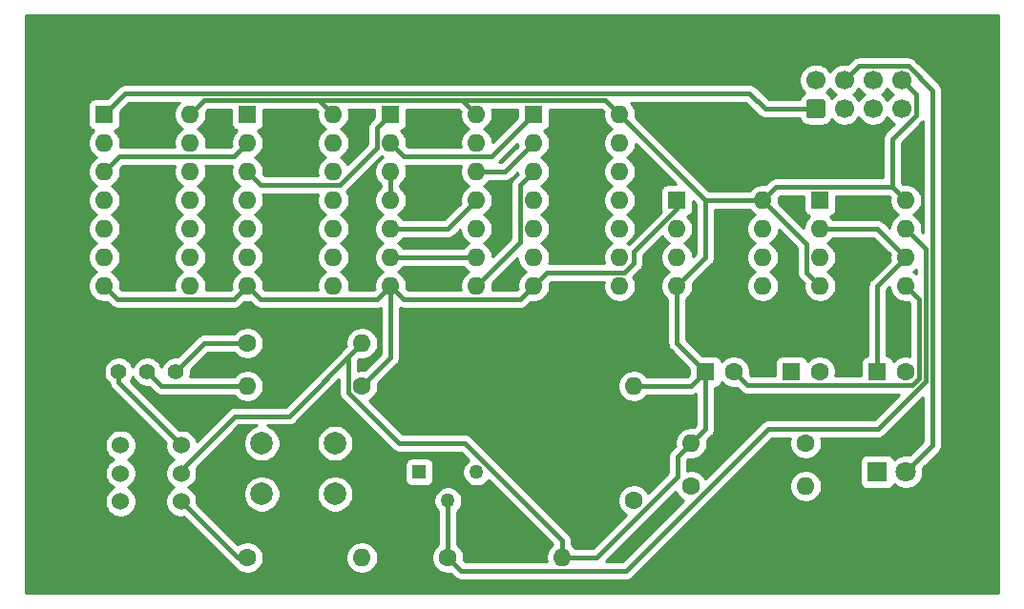
<source format=gtl>
G04 #@! TF.GenerationSoftware,KiCad,Pcbnew,(5.1.10)-1*
G04 #@! TF.CreationDate,2023-01-28T17:33:24+01:00*
G04 #@! TF.ProjectId,8-bit-computer_clock_pcb,382d6269-742d-4636-9f6d-70757465725f,rev?*
G04 #@! TF.SameCoordinates,Original*
G04 #@! TF.FileFunction,Copper,L1,Top*
G04 #@! TF.FilePolarity,Positive*
%FSLAX46Y46*%
G04 Gerber Fmt 4.6, Leading zero omitted, Abs format (unit mm)*
G04 Created by KiCad (PCBNEW (5.1.10)-1) date 2023-01-28 17:33:24*
%MOMM*%
%LPD*%
G01*
G04 APERTURE LIST*
G04 #@! TA.AperFunction,ComponentPad*
%ADD10C,1.700000*%
G04 #@! TD*
G04 #@! TA.AperFunction,ComponentPad*
%ADD11O,1.600000X1.600000*%
G04 #@! TD*
G04 #@! TA.AperFunction,ComponentPad*
%ADD12R,1.600000X1.600000*%
G04 #@! TD*
G04 #@! TA.AperFunction,ComponentPad*
%ADD13C,1.600000*%
G04 #@! TD*
G04 #@! TA.AperFunction,ComponentPad*
%ADD14R,1.800000X1.800000*%
G04 #@! TD*
G04 #@! TA.AperFunction,ComponentPad*
%ADD15C,1.800000*%
G04 #@! TD*
G04 #@! TA.AperFunction,ComponentPad*
%ADD16C,1.400000*%
G04 #@! TD*
G04 #@! TA.AperFunction,ComponentPad*
%ADD17R,1.268000X1.268000*%
G04 #@! TD*
G04 #@! TA.AperFunction,ComponentPad*
%ADD18C,1.268000*%
G04 #@! TD*
G04 #@! TA.AperFunction,ComponentPad*
%ADD19C,2.000000*%
G04 #@! TD*
G04 #@! TA.AperFunction,ComponentPad*
%ADD20C,1.524000*%
G04 #@! TD*
G04 #@! TA.AperFunction,Conductor*
%ADD21C,0.400000*%
G04 #@! TD*
G04 #@! TA.AperFunction,NonConductor*
%ADD22C,0.254000*%
G04 #@! TD*
G04 #@! TA.AperFunction,NonConductor*
%ADD23C,0.100000*%
G04 #@! TD*
G04 APERTURE END LIST*
G04 #@! TA.AperFunction,ComponentPad*
G36*
G01*
X173256500Y-77812000D02*
X172056500Y-77812000D01*
G75*
G02*
X171806500Y-77562000I0J250000D01*
G01*
X171806500Y-76362000D01*
G75*
G02*
X172056500Y-76112000I250000J0D01*
G01*
X173256500Y-76112000D01*
G75*
G02*
X173506500Y-76362000I0J-250000D01*
G01*
X173506500Y-77562000D01*
G75*
G02*
X173256500Y-77812000I-250000J0D01*
G01*
G37*
G04 #@! TD.AperFunction*
D10*
X175196500Y-76962000D03*
X177736500Y-76962000D03*
X180276500Y-76962000D03*
X172656500Y-74422000D03*
X175196500Y-74422000D03*
X177736500Y-74422000D03*
X180276500Y-74422000D03*
D11*
X180657500Y-85090000D03*
X173037500Y-92710000D03*
X180657500Y-87630000D03*
X173037500Y-90170000D03*
X180657500Y-90170000D03*
X173037500Y-87630000D03*
X180657500Y-92710000D03*
D12*
X173037500Y-85090000D03*
D13*
X165377500Y-100330000D03*
D12*
X162877500Y-100330000D03*
X170497500Y-100330000D03*
D13*
X172997500Y-100330000D03*
D12*
X178117500Y-100330000D03*
D13*
X180617500Y-100330000D03*
D14*
X178117500Y-109220000D03*
D15*
X180657500Y-109220000D03*
D16*
X110807500Y-100330000D03*
X113347500Y-100330000D03*
X115887500Y-100330000D03*
D13*
X171767500Y-106680000D03*
D11*
X161607500Y-106680000D03*
D13*
X140017500Y-116840000D03*
D11*
X150177500Y-116840000D03*
D13*
X156527500Y-111760000D03*
D11*
X156527500Y-101600000D03*
D13*
X122237500Y-97790000D03*
D11*
X132397500Y-97790000D03*
X132397500Y-116840000D03*
D13*
X122237500Y-116840000D03*
D11*
X122237500Y-101600000D03*
D13*
X132397500Y-101600000D03*
D11*
X171767500Y-110490000D03*
D13*
X161607500Y-110490000D03*
D17*
X137477500Y-109235000D03*
D18*
X140017500Y-111775000D03*
X142557500Y-109235000D03*
D19*
X123507500Y-111180000D03*
X123507500Y-106680000D03*
X130007500Y-111180000D03*
X130007500Y-106680000D03*
D12*
X160337500Y-85090000D03*
D11*
X167957500Y-92710000D03*
X160337500Y-87630000D03*
X167957500Y-90170000D03*
X160337500Y-90170000D03*
X167957500Y-87630000D03*
X160337500Y-92710000D03*
X167957500Y-85090000D03*
X117157500Y-77470000D03*
X109537500Y-92710000D03*
X117157500Y-80010000D03*
X109537500Y-90170000D03*
X117157500Y-82550000D03*
X109537500Y-87630000D03*
X117157500Y-85090000D03*
X109537500Y-85090000D03*
X117157500Y-87630000D03*
X109537500Y-82550000D03*
X117157500Y-90170000D03*
X109537500Y-80010000D03*
X117157500Y-92710000D03*
D12*
X109537500Y-77470000D03*
D11*
X129857500Y-77470000D03*
X122237500Y-92710000D03*
X129857500Y-80010000D03*
X122237500Y-90170000D03*
X129857500Y-82550000D03*
X122237500Y-87630000D03*
X129857500Y-85090000D03*
X122237500Y-85090000D03*
X129857500Y-87630000D03*
X122237500Y-82550000D03*
X129857500Y-90170000D03*
X122237500Y-80010000D03*
X129857500Y-92710000D03*
D12*
X122237500Y-77470000D03*
X134937500Y-77470000D03*
D11*
X142557500Y-92710000D03*
X134937500Y-80010000D03*
X142557500Y-90170000D03*
X134937500Y-82550000D03*
X142557500Y-87630000D03*
X134937500Y-85090000D03*
X142557500Y-85090000D03*
X134937500Y-87630000D03*
X142557500Y-82550000D03*
X134937500Y-90170000D03*
X142557500Y-80010000D03*
X134937500Y-92710000D03*
X142557500Y-77470000D03*
D12*
X147637500Y-77470000D03*
D11*
X155257500Y-92710000D03*
X147637500Y-80010000D03*
X155257500Y-90170000D03*
X147637500Y-82550000D03*
X155257500Y-87630000D03*
X147637500Y-85090000D03*
X155257500Y-85090000D03*
X147637500Y-87630000D03*
X155257500Y-82550000D03*
X147637500Y-90170000D03*
X155257500Y-80010000D03*
X147637500Y-92710000D03*
X155257500Y-77470000D03*
D20*
X116365000Y-106847000D03*
X110965000Y-106847000D03*
X116365000Y-109347000D03*
X116365000Y-111847000D03*
X110965000Y-109347000D03*
X110965000Y-111847000D03*
D21*
X166577501Y-101530001D02*
X165377500Y-100330000D01*
X181193501Y-101530001D02*
X166577501Y-101530001D01*
X181817501Y-100906001D02*
X181193501Y-101530001D01*
X181817501Y-93870001D02*
X181817501Y-100906001D01*
X180657500Y-92710000D02*
X181817501Y-93870001D01*
X128587500Y-76200000D02*
X129857500Y-77470000D01*
X118427500Y-76200000D02*
X128587500Y-76200000D01*
X117157500Y-77470000D02*
X118427500Y-76200000D01*
X141287500Y-76200000D02*
X142557500Y-77470000D01*
X128587500Y-76200000D02*
X141287500Y-76200000D01*
X153987500Y-76200000D02*
X155257500Y-77470000D01*
X141287500Y-76200000D02*
X153987500Y-76200000D01*
X162877500Y-85090000D02*
X167957500Y-85090000D01*
X155257500Y-77470000D02*
X162877500Y-85090000D01*
X171837499Y-91509999D02*
X173037500Y-92710000D01*
X171837499Y-88969999D02*
X171837499Y-91509999D01*
X167957500Y-85090000D02*
X171837499Y-88969999D01*
X162877500Y-90170000D02*
X160337500Y-92710000D01*
X162877500Y-85090000D02*
X162877500Y-90170000D01*
X160337500Y-97790000D02*
X162877500Y-100330000D01*
X160337500Y-92710000D02*
X160337500Y-97790000D01*
X162877500Y-105410000D02*
X161607500Y-106680000D01*
X162877500Y-100330000D02*
X162877500Y-105410000D01*
X153223502Y-116840000D02*
X150177500Y-116840000D01*
X160407499Y-109656003D02*
X153223502Y-116840000D01*
X160407499Y-107880001D02*
X160407499Y-109656003D01*
X161607500Y-106680000D02*
X160407499Y-107880001D01*
X150177500Y-115324678D02*
X141532822Y-106680000D01*
X150177500Y-116840000D02*
X150177500Y-115324678D01*
X169157501Y-83889999D02*
X167957500Y-85090000D01*
X179457499Y-83889999D02*
X169157501Y-83889999D01*
X180657500Y-85090000D02*
X179457499Y-83889999D01*
X135701498Y-106680000D02*
X141532822Y-106680000D01*
X131197499Y-102176001D02*
X135701498Y-106680000D01*
X131197499Y-98990001D02*
X131197499Y-102176001D01*
X132397500Y-97790000D02*
X131197499Y-98990001D01*
X116207500Y-109180000D02*
X121120500Y-104267000D01*
X125920500Y-104267000D02*
X132397500Y-97790000D01*
X121120500Y-104267000D02*
X125920500Y-104267000D01*
X161607500Y-101600000D02*
X162877500Y-100330000D01*
X156527500Y-101600000D02*
X161607500Y-101600000D01*
X181526501Y-75672001D02*
X180276500Y-74422000D01*
X181526501Y-77562001D02*
X181526501Y-75672001D01*
X179457499Y-79631003D02*
X181526501Y-77562001D01*
X179457499Y-83889999D02*
X179457499Y-79631003D01*
X121037499Y-93910001D02*
X122237500Y-92710000D01*
X110737501Y-93910001D02*
X121037499Y-93910001D01*
X109537500Y-92710000D02*
X110737501Y-93910001D01*
X133737499Y-93910001D02*
X134937500Y-92710000D01*
X123437501Y-93910001D02*
X133737499Y-93910001D01*
X122237500Y-92710000D02*
X123437501Y-93910001D01*
X146437499Y-93910001D02*
X147637500Y-92710000D01*
X136137501Y-93910001D02*
X146437499Y-93910001D01*
X134937500Y-92710000D02*
X136137501Y-93910001D01*
X160337500Y-85853998D02*
X160337500Y-85090000D01*
X156527500Y-89663998D02*
X160337500Y-85853998D01*
X134937500Y-99060000D02*
X132397500Y-101600000D01*
X134937500Y-92710000D02*
X134937500Y-99060000D01*
X155693503Y-91509999D02*
X156527500Y-90676002D01*
X156527500Y-90676002D02*
X156527500Y-89663998D01*
X148837501Y-91509999D02*
X155693503Y-91509999D01*
X147637500Y-92710000D02*
X148837501Y-91509999D01*
X178117500Y-87630000D02*
X180657500Y-90170000D01*
X173037500Y-87630000D02*
X178117500Y-87630000D01*
X178117500Y-92710000D02*
X178117500Y-100330000D01*
X180657500Y-90170000D02*
X178117500Y-92710000D01*
X121367500Y-116840000D02*
X122237500Y-116840000D01*
X116207500Y-111680000D02*
X121367500Y-116840000D01*
X143897499Y-81210001D02*
X147637500Y-77470000D01*
X136137501Y-81210001D02*
X143897499Y-81210001D01*
X134937500Y-80010000D02*
X136137501Y-81210001D01*
X121037499Y-81210001D02*
X122237500Y-80010000D01*
X110877499Y-81210001D02*
X121037499Y-81210001D01*
X109537500Y-82550000D02*
X110877499Y-81210001D01*
X133737499Y-78670001D02*
X134937500Y-77470000D01*
X133737499Y-80446003D02*
X133737499Y-78670001D01*
X123437501Y-83750001D02*
X130433501Y-83750001D01*
X130433501Y-83750001D02*
X133737499Y-80446003D01*
X122237500Y-82550000D02*
X123437501Y-83750001D01*
X142557500Y-90170000D02*
X134937500Y-90170000D01*
X134937500Y-82550000D02*
X134937500Y-85090000D01*
X140017500Y-87630000D02*
X142557500Y-85090000D01*
X134937500Y-87630000D02*
X140017500Y-87630000D01*
X145097500Y-82550000D02*
X147637500Y-80010000D01*
X142557500Y-82550000D02*
X145097500Y-82550000D01*
X140017500Y-111775000D02*
X140017500Y-116840000D01*
X141217501Y-118040001D02*
X140017500Y-116840000D01*
X155833501Y-118040001D02*
X141217501Y-118040001D01*
X178162044Y-105410000D02*
X168463502Y-105410000D01*
X182417510Y-89390010D02*
X182417510Y-101154534D01*
X168463502Y-105410000D02*
X155833501Y-118040001D01*
X182417510Y-101154534D02*
X178162044Y-105410000D01*
X180657500Y-87630000D02*
X182417510Y-89390010D01*
X176446501Y-73171999D02*
X175196500Y-74422000D01*
X180876501Y-73171999D02*
X176446501Y-73171999D01*
X183017520Y-75313018D02*
X180876501Y-73171999D01*
X183017520Y-106859980D02*
X183017520Y-75313018D01*
X180657500Y-109220000D02*
X183017520Y-106859980D01*
X110807500Y-101280000D02*
X110807500Y-100330000D01*
X116207500Y-106680000D02*
X110807500Y-101280000D01*
X114617500Y-101600000D02*
X122237500Y-101600000D01*
X113347500Y-100330000D02*
X114617500Y-101600000D01*
X118427500Y-97790000D02*
X115887500Y-100330000D01*
X122237500Y-97790000D02*
X118427500Y-97790000D01*
X168148000Y-76962000D02*
X172656500Y-76962000D01*
X166785991Y-75599991D02*
X168148000Y-76962000D01*
X111407509Y-75599991D02*
X166785991Y-75599991D01*
X109537500Y-77470000D02*
X111407509Y-75599991D01*
X146437499Y-83750001D02*
X147637500Y-82550000D01*
X146437499Y-88830001D02*
X146437499Y-83750001D01*
X142557500Y-92710000D02*
X146437499Y-88830001D01*
D22*
X188887500Y-69817581D02*
X188887500Y-69817582D01*
X188887501Y-118077572D01*
X188887500Y-118077582D01*
X188887501Y-119990000D01*
X102577500Y-119990000D01*
X102577500Y-106709408D01*
X109568000Y-106709408D01*
X109568000Y-106984592D01*
X109621686Y-107254490D01*
X109726995Y-107508727D01*
X109879880Y-107737535D01*
X110074465Y-107932120D01*
X110303273Y-108085005D01*
X110332231Y-108097000D01*
X110303273Y-108108995D01*
X110074465Y-108261880D01*
X109879880Y-108456465D01*
X109726995Y-108685273D01*
X109621686Y-108939510D01*
X109568000Y-109209408D01*
X109568000Y-109484592D01*
X109621686Y-109754490D01*
X109726995Y-110008727D01*
X109879880Y-110237535D01*
X110074465Y-110432120D01*
X110303273Y-110585005D01*
X110332231Y-110597000D01*
X110303273Y-110608995D01*
X110074465Y-110761880D01*
X109879880Y-110956465D01*
X109726995Y-111185273D01*
X109621686Y-111439510D01*
X109568000Y-111709408D01*
X109568000Y-111984592D01*
X109621686Y-112254490D01*
X109726995Y-112508727D01*
X109879880Y-112737535D01*
X110074465Y-112932120D01*
X110303273Y-113085005D01*
X110557510Y-113190314D01*
X110827408Y-113244000D01*
X111102592Y-113244000D01*
X111372490Y-113190314D01*
X111626727Y-113085005D01*
X111855535Y-112932120D01*
X112050120Y-112737535D01*
X112203005Y-112508727D01*
X112308314Y-112254490D01*
X112362000Y-111984592D01*
X112362000Y-111709408D01*
X112308314Y-111439510D01*
X112203005Y-111185273D01*
X112050120Y-110956465D01*
X111855535Y-110761880D01*
X111626727Y-110608995D01*
X111597769Y-110597000D01*
X111626727Y-110585005D01*
X111855535Y-110432120D01*
X112050120Y-110237535D01*
X112203005Y-110008727D01*
X112308314Y-109754490D01*
X112362000Y-109484592D01*
X112362000Y-109209408D01*
X112308314Y-108939510D01*
X112203005Y-108685273D01*
X112050120Y-108456465D01*
X111855535Y-108261880D01*
X111626727Y-108108995D01*
X111597769Y-108097000D01*
X111626727Y-108085005D01*
X111855535Y-107932120D01*
X112050120Y-107737535D01*
X112203005Y-107508727D01*
X112308314Y-107254490D01*
X112362000Y-106984592D01*
X112362000Y-106709408D01*
X112308314Y-106439510D01*
X112203005Y-106185273D01*
X112050120Y-105956465D01*
X111855535Y-105761880D01*
X111626727Y-105608995D01*
X111372490Y-105503686D01*
X111102592Y-105450000D01*
X110827408Y-105450000D01*
X110557510Y-105503686D01*
X110303273Y-105608995D01*
X110074465Y-105761880D01*
X109879880Y-105956465D01*
X109726995Y-106185273D01*
X109621686Y-106439510D01*
X109568000Y-106709408D01*
X102577500Y-106709408D01*
X102577500Y-76670000D01*
X108099428Y-76670000D01*
X108099428Y-78270000D01*
X108111688Y-78394482D01*
X108147998Y-78514180D01*
X108206963Y-78624494D01*
X108286315Y-78721185D01*
X108383006Y-78800537D01*
X108493320Y-78859502D01*
X108613018Y-78895812D01*
X108621461Y-78896643D01*
X108422863Y-79095241D01*
X108265820Y-79330273D01*
X108157647Y-79591426D01*
X108102500Y-79868665D01*
X108102500Y-80151335D01*
X108157647Y-80428574D01*
X108265820Y-80689727D01*
X108422863Y-80924759D01*
X108622741Y-81124637D01*
X108855259Y-81280000D01*
X108622741Y-81435363D01*
X108422863Y-81635241D01*
X108265820Y-81870273D01*
X108157647Y-82131426D01*
X108102500Y-82408665D01*
X108102500Y-82691335D01*
X108157647Y-82968574D01*
X108265820Y-83229727D01*
X108422863Y-83464759D01*
X108622741Y-83664637D01*
X108855259Y-83820000D01*
X108622741Y-83975363D01*
X108422863Y-84175241D01*
X108265820Y-84410273D01*
X108157647Y-84671426D01*
X108102500Y-84948665D01*
X108102500Y-85231335D01*
X108157647Y-85508574D01*
X108265820Y-85769727D01*
X108422863Y-86004759D01*
X108622741Y-86204637D01*
X108855259Y-86360000D01*
X108622741Y-86515363D01*
X108422863Y-86715241D01*
X108265820Y-86950273D01*
X108157647Y-87211426D01*
X108102500Y-87488665D01*
X108102500Y-87771335D01*
X108157647Y-88048574D01*
X108265820Y-88309727D01*
X108422863Y-88544759D01*
X108622741Y-88744637D01*
X108855259Y-88900000D01*
X108622741Y-89055363D01*
X108422863Y-89255241D01*
X108265820Y-89490273D01*
X108157647Y-89751426D01*
X108102500Y-90028665D01*
X108102500Y-90311335D01*
X108157647Y-90588574D01*
X108265820Y-90849727D01*
X108422863Y-91084759D01*
X108622741Y-91284637D01*
X108855259Y-91440000D01*
X108622741Y-91595363D01*
X108422863Y-91795241D01*
X108265820Y-92030273D01*
X108157647Y-92291426D01*
X108102500Y-92568665D01*
X108102500Y-92851335D01*
X108157647Y-93128574D01*
X108265820Y-93389727D01*
X108422863Y-93624759D01*
X108622741Y-93824637D01*
X108857773Y-93981680D01*
X109118926Y-94089853D01*
X109396165Y-94145000D01*
X109678835Y-94145000D01*
X109772917Y-94126286D01*
X110118064Y-94471433D01*
X110144210Y-94503292D01*
X110271355Y-94607637D01*
X110416414Y-94685173D01*
X110573812Y-94732919D01*
X110696482Y-94745001D01*
X110696483Y-94745001D01*
X110737501Y-94749041D01*
X110778519Y-94745001D01*
X120996481Y-94745001D01*
X121037499Y-94749041D01*
X121078517Y-94745001D01*
X121078518Y-94745001D01*
X121201188Y-94732919D01*
X121358586Y-94685173D01*
X121503645Y-94607637D01*
X121630790Y-94503292D01*
X121656944Y-94471423D01*
X122002082Y-94126286D01*
X122096165Y-94145000D01*
X122378835Y-94145000D01*
X122472917Y-94126286D01*
X122818064Y-94471433D01*
X122844210Y-94503292D01*
X122971355Y-94607637D01*
X123116414Y-94685173D01*
X123273812Y-94732919D01*
X123396482Y-94745001D01*
X123396483Y-94745001D01*
X123437501Y-94749041D01*
X123478519Y-94745001D01*
X133696481Y-94745001D01*
X133737499Y-94749041D01*
X133778517Y-94745001D01*
X133778518Y-94745001D01*
X133901188Y-94732919D01*
X134058586Y-94685173D01*
X134102500Y-94661700D01*
X134102501Y-98714131D01*
X132632918Y-100183715D01*
X132538835Y-100165000D01*
X132256165Y-100165000D01*
X132032499Y-100209491D01*
X132032499Y-99335869D01*
X132162082Y-99206286D01*
X132256165Y-99225000D01*
X132538835Y-99225000D01*
X132816074Y-99169853D01*
X133077227Y-99061680D01*
X133312259Y-98904637D01*
X133512137Y-98704759D01*
X133669180Y-98469727D01*
X133777353Y-98208574D01*
X133832500Y-97931335D01*
X133832500Y-97648665D01*
X133777353Y-97371426D01*
X133669180Y-97110273D01*
X133512137Y-96875241D01*
X133312259Y-96675363D01*
X133077227Y-96518320D01*
X132816074Y-96410147D01*
X132538835Y-96355000D01*
X132256165Y-96355000D01*
X131978926Y-96410147D01*
X131717773Y-96518320D01*
X131482741Y-96675363D01*
X131282863Y-96875241D01*
X131125820Y-97110273D01*
X131017647Y-97371426D01*
X130962500Y-97648665D01*
X130962500Y-97931335D01*
X130981214Y-98025418D01*
X130636073Y-98370559D01*
X130604208Y-98396710D01*
X130578060Y-98428572D01*
X125574633Y-103432000D01*
X121161515Y-103432000D01*
X121120499Y-103427960D01*
X121079483Y-103432000D01*
X121079481Y-103432000D01*
X120956811Y-103444082D01*
X120799413Y-103491828D01*
X120654354Y-103569364D01*
X120527209Y-103673709D01*
X120501061Y-103705571D01*
X117718071Y-106488562D01*
X117708314Y-106439510D01*
X117603005Y-106185273D01*
X117450120Y-105956465D01*
X117255535Y-105761880D01*
X117026727Y-105608995D01*
X116772490Y-105503686D01*
X116502592Y-105450000D01*
X116227408Y-105450000D01*
X116169822Y-105461454D01*
X111862454Y-101154087D01*
X111990561Y-100962359D01*
X112077500Y-100752470D01*
X112164439Y-100962359D01*
X112310538Y-101181013D01*
X112496487Y-101366962D01*
X112715141Y-101513061D01*
X112958095Y-101613696D01*
X113216014Y-101665000D01*
X113478986Y-101665000D01*
X113497875Y-101661243D01*
X113998058Y-102161426D01*
X114024209Y-102193291D01*
X114151354Y-102297636D01*
X114296413Y-102375172D01*
X114453811Y-102422918D01*
X114576481Y-102435000D01*
X114576483Y-102435000D01*
X114617499Y-102439040D01*
X114658515Y-102435000D01*
X121069570Y-102435000D01*
X121122863Y-102514759D01*
X121322741Y-102714637D01*
X121557773Y-102871680D01*
X121818926Y-102979853D01*
X122096165Y-103035000D01*
X122378835Y-103035000D01*
X122656074Y-102979853D01*
X122917227Y-102871680D01*
X123152259Y-102714637D01*
X123352137Y-102514759D01*
X123509180Y-102279727D01*
X123617353Y-102018574D01*
X123672500Y-101741335D01*
X123672500Y-101458665D01*
X123617353Y-101181426D01*
X123509180Y-100920273D01*
X123352137Y-100685241D01*
X123152259Y-100485363D01*
X122917227Y-100328320D01*
X122656074Y-100220147D01*
X122378835Y-100165000D01*
X122096165Y-100165000D01*
X121818926Y-100220147D01*
X121557773Y-100328320D01*
X121322741Y-100485363D01*
X121122863Y-100685241D01*
X121069570Y-100765000D01*
X117152310Y-100765000D01*
X117171196Y-100719405D01*
X117222500Y-100461486D01*
X117222500Y-100198514D01*
X117218743Y-100179625D01*
X118773368Y-98625000D01*
X121069570Y-98625000D01*
X121122863Y-98704759D01*
X121322741Y-98904637D01*
X121557773Y-99061680D01*
X121818926Y-99169853D01*
X122096165Y-99225000D01*
X122378835Y-99225000D01*
X122656074Y-99169853D01*
X122917227Y-99061680D01*
X123152259Y-98904637D01*
X123352137Y-98704759D01*
X123509180Y-98469727D01*
X123617353Y-98208574D01*
X123672500Y-97931335D01*
X123672500Y-97648665D01*
X123617353Y-97371426D01*
X123509180Y-97110273D01*
X123352137Y-96875241D01*
X123152259Y-96675363D01*
X122917227Y-96518320D01*
X122656074Y-96410147D01*
X122378835Y-96355000D01*
X122096165Y-96355000D01*
X121818926Y-96410147D01*
X121557773Y-96518320D01*
X121322741Y-96675363D01*
X121122863Y-96875241D01*
X121069570Y-96955000D01*
X118468507Y-96955000D01*
X118427499Y-96950961D01*
X118386491Y-96955000D01*
X118386481Y-96955000D01*
X118263811Y-96967082D01*
X118106413Y-97014828D01*
X117961354Y-97092364D01*
X117834209Y-97196709D01*
X117808059Y-97228573D01*
X116037875Y-98998757D01*
X116018986Y-98995000D01*
X115756014Y-98995000D01*
X115498095Y-99046304D01*
X115255141Y-99146939D01*
X115036487Y-99293038D01*
X114850538Y-99478987D01*
X114704439Y-99697641D01*
X114617500Y-99907530D01*
X114530561Y-99697641D01*
X114384462Y-99478987D01*
X114198513Y-99293038D01*
X113979859Y-99146939D01*
X113736905Y-99046304D01*
X113478986Y-98995000D01*
X113216014Y-98995000D01*
X112958095Y-99046304D01*
X112715141Y-99146939D01*
X112496487Y-99293038D01*
X112310538Y-99478987D01*
X112164439Y-99697641D01*
X112077500Y-99907530D01*
X111990561Y-99697641D01*
X111844462Y-99478987D01*
X111658513Y-99293038D01*
X111439859Y-99146939D01*
X111196905Y-99046304D01*
X110938986Y-98995000D01*
X110676014Y-98995000D01*
X110418095Y-99046304D01*
X110175141Y-99146939D01*
X109956487Y-99293038D01*
X109770538Y-99478987D01*
X109624439Y-99697641D01*
X109523804Y-99940595D01*
X109472500Y-100198514D01*
X109472500Y-100461486D01*
X109523804Y-100719405D01*
X109624439Y-100962359D01*
X109770538Y-101181013D01*
X109956487Y-101366962D01*
X109978472Y-101381652D01*
X109984582Y-101443688D01*
X110032328Y-101601086D01*
X110109864Y-101746145D01*
X110214209Y-101873291D01*
X110246079Y-101899446D01*
X114982607Y-106635975D01*
X114968000Y-106709408D01*
X114968000Y-106984592D01*
X115021686Y-107254490D01*
X115126995Y-107508727D01*
X115279880Y-107737535D01*
X115474465Y-107932120D01*
X115703273Y-108085005D01*
X115732231Y-108097000D01*
X115703273Y-108108995D01*
X115474465Y-108261880D01*
X115279880Y-108456465D01*
X115126995Y-108685273D01*
X115021686Y-108939510D01*
X114968000Y-109209408D01*
X114968000Y-109484592D01*
X115021686Y-109754490D01*
X115126995Y-110008727D01*
X115279880Y-110237535D01*
X115474465Y-110432120D01*
X115703273Y-110585005D01*
X115732231Y-110597000D01*
X115703273Y-110608995D01*
X115474465Y-110761880D01*
X115279880Y-110956465D01*
X115126995Y-111185273D01*
X115021686Y-111439510D01*
X114968000Y-111709408D01*
X114968000Y-111984592D01*
X115021686Y-112254490D01*
X115126995Y-112508727D01*
X115279880Y-112737535D01*
X115474465Y-112932120D01*
X115703273Y-113085005D01*
X115957510Y-113190314D01*
X116227408Y-113244000D01*
X116502592Y-113244000D01*
X116576026Y-113229393D01*
X120748059Y-117401427D01*
X120774209Y-117433291D01*
X120879532Y-117519727D01*
X120901354Y-117537636D01*
X121020250Y-117601188D01*
X121122863Y-117754759D01*
X121322741Y-117954637D01*
X121557773Y-118111680D01*
X121818926Y-118219853D01*
X122096165Y-118275000D01*
X122378835Y-118275000D01*
X122656074Y-118219853D01*
X122917227Y-118111680D01*
X123152259Y-117954637D01*
X123352137Y-117754759D01*
X123509180Y-117519727D01*
X123617353Y-117258574D01*
X123672500Y-116981335D01*
X123672500Y-116698665D01*
X130962500Y-116698665D01*
X130962500Y-116981335D01*
X131017647Y-117258574D01*
X131125820Y-117519727D01*
X131282863Y-117754759D01*
X131482741Y-117954637D01*
X131717773Y-118111680D01*
X131978926Y-118219853D01*
X132256165Y-118275000D01*
X132538835Y-118275000D01*
X132816074Y-118219853D01*
X133077227Y-118111680D01*
X133312259Y-117954637D01*
X133512137Y-117754759D01*
X133669180Y-117519727D01*
X133777353Y-117258574D01*
X133832500Y-116981335D01*
X133832500Y-116698665D01*
X133777353Y-116421426D01*
X133669180Y-116160273D01*
X133512137Y-115925241D01*
X133312259Y-115725363D01*
X133077227Y-115568320D01*
X132816074Y-115460147D01*
X132538835Y-115405000D01*
X132256165Y-115405000D01*
X131978926Y-115460147D01*
X131717773Y-115568320D01*
X131482741Y-115725363D01*
X131282863Y-115925241D01*
X131125820Y-116160273D01*
X131017647Y-116421426D01*
X130962500Y-116698665D01*
X123672500Y-116698665D01*
X123617353Y-116421426D01*
X123509180Y-116160273D01*
X123352137Y-115925241D01*
X123152259Y-115725363D01*
X122917227Y-115568320D01*
X122656074Y-115460147D01*
X122378835Y-115405000D01*
X122096165Y-115405000D01*
X121818926Y-115460147D01*
X121557773Y-115568320D01*
X121389275Y-115680907D01*
X117750545Y-112042178D01*
X117762000Y-111984592D01*
X117762000Y-111709408D01*
X117708314Y-111439510D01*
X117603005Y-111185273D01*
X117491883Y-111018967D01*
X121872500Y-111018967D01*
X121872500Y-111341033D01*
X121935332Y-111656912D01*
X122058582Y-111954463D01*
X122237513Y-112222252D01*
X122465248Y-112449987D01*
X122733037Y-112628918D01*
X123030588Y-112752168D01*
X123346467Y-112815000D01*
X123668533Y-112815000D01*
X123984412Y-112752168D01*
X124281963Y-112628918D01*
X124549752Y-112449987D01*
X124777487Y-112222252D01*
X124956418Y-111954463D01*
X125079668Y-111656912D01*
X125142500Y-111341033D01*
X125142500Y-111018967D01*
X128372500Y-111018967D01*
X128372500Y-111341033D01*
X128435332Y-111656912D01*
X128558582Y-111954463D01*
X128737513Y-112222252D01*
X128965248Y-112449987D01*
X129233037Y-112628918D01*
X129530588Y-112752168D01*
X129846467Y-112815000D01*
X130168533Y-112815000D01*
X130484412Y-112752168D01*
X130781963Y-112628918D01*
X131049752Y-112449987D01*
X131277487Y-112222252D01*
X131456418Y-111954463D01*
X131579668Y-111656912D01*
X131642500Y-111341033D01*
X131642500Y-111018967D01*
X131579668Y-110703088D01*
X131456418Y-110405537D01*
X131277487Y-110137748D01*
X131049752Y-109910013D01*
X130781963Y-109731082D01*
X130484412Y-109607832D01*
X130168533Y-109545000D01*
X129846467Y-109545000D01*
X129530588Y-109607832D01*
X129233037Y-109731082D01*
X128965248Y-109910013D01*
X128737513Y-110137748D01*
X128558582Y-110405537D01*
X128435332Y-110703088D01*
X128372500Y-111018967D01*
X125142500Y-111018967D01*
X125079668Y-110703088D01*
X124956418Y-110405537D01*
X124777487Y-110137748D01*
X124549752Y-109910013D01*
X124281963Y-109731082D01*
X123984412Y-109607832D01*
X123668533Y-109545000D01*
X123346467Y-109545000D01*
X123030588Y-109607832D01*
X122733037Y-109731082D01*
X122465248Y-109910013D01*
X122237513Y-110137748D01*
X122058582Y-110405537D01*
X121935332Y-110703088D01*
X121872500Y-111018967D01*
X117491883Y-111018967D01*
X117450120Y-110956465D01*
X117255535Y-110761880D01*
X117026727Y-110608995D01*
X116997769Y-110597000D01*
X117026727Y-110585005D01*
X117255535Y-110432120D01*
X117450120Y-110237535D01*
X117603005Y-110008727D01*
X117708314Y-109754490D01*
X117762000Y-109484592D01*
X117762000Y-109209408D01*
X117708314Y-108939510D01*
X117685042Y-108883326D01*
X117967368Y-108601000D01*
X136205428Y-108601000D01*
X136205428Y-109869000D01*
X136217688Y-109993482D01*
X136253998Y-110113180D01*
X136312963Y-110223494D01*
X136392315Y-110320185D01*
X136489006Y-110399537D01*
X136599320Y-110458502D01*
X136719018Y-110494812D01*
X136843500Y-110507072D01*
X138111500Y-110507072D01*
X138235982Y-110494812D01*
X138355680Y-110458502D01*
X138465994Y-110399537D01*
X138562685Y-110320185D01*
X138642037Y-110223494D01*
X138701002Y-110113180D01*
X138737312Y-109993482D01*
X138749572Y-109869000D01*
X138749572Y-108601000D01*
X138737312Y-108476518D01*
X138701002Y-108356820D01*
X138642037Y-108246506D01*
X138562685Y-108149815D01*
X138465994Y-108070463D01*
X138355680Y-108011498D01*
X138235982Y-107975188D01*
X138111500Y-107962928D01*
X136843500Y-107962928D01*
X136719018Y-107975188D01*
X136599320Y-108011498D01*
X136489006Y-108070463D01*
X136392315Y-108149815D01*
X136312963Y-108246506D01*
X136253998Y-108356820D01*
X136217688Y-108476518D01*
X136205428Y-108601000D01*
X117967368Y-108601000D01*
X121466368Y-105102000D01*
X123059908Y-105102000D01*
X123030588Y-105107832D01*
X122733037Y-105231082D01*
X122465248Y-105410013D01*
X122237513Y-105637748D01*
X122058582Y-105905537D01*
X121935332Y-106203088D01*
X121872500Y-106518967D01*
X121872500Y-106841033D01*
X121935332Y-107156912D01*
X122058582Y-107454463D01*
X122237513Y-107722252D01*
X122465248Y-107949987D01*
X122733037Y-108128918D01*
X123030588Y-108252168D01*
X123346467Y-108315000D01*
X123668533Y-108315000D01*
X123984412Y-108252168D01*
X124281963Y-108128918D01*
X124549752Y-107949987D01*
X124777487Y-107722252D01*
X124956418Y-107454463D01*
X125079668Y-107156912D01*
X125142500Y-106841033D01*
X125142500Y-106518967D01*
X128372500Y-106518967D01*
X128372500Y-106841033D01*
X128435332Y-107156912D01*
X128558582Y-107454463D01*
X128737513Y-107722252D01*
X128965248Y-107949987D01*
X129233037Y-108128918D01*
X129530588Y-108252168D01*
X129846467Y-108315000D01*
X130168533Y-108315000D01*
X130484412Y-108252168D01*
X130781963Y-108128918D01*
X131049752Y-107949987D01*
X131277487Y-107722252D01*
X131456418Y-107454463D01*
X131579668Y-107156912D01*
X131642500Y-106841033D01*
X131642500Y-106518967D01*
X131579668Y-106203088D01*
X131456418Y-105905537D01*
X131277487Y-105637748D01*
X131049752Y-105410013D01*
X130781963Y-105231082D01*
X130484412Y-105107832D01*
X130168533Y-105045000D01*
X129846467Y-105045000D01*
X129530588Y-105107832D01*
X129233037Y-105231082D01*
X128965248Y-105410013D01*
X128737513Y-105637748D01*
X128558582Y-105905537D01*
X128435332Y-106203088D01*
X128372500Y-106518967D01*
X125142500Y-106518967D01*
X125079668Y-106203088D01*
X124956418Y-105905537D01*
X124777487Y-105637748D01*
X124549752Y-105410013D01*
X124281963Y-105231082D01*
X123984412Y-105107832D01*
X123955092Y-105102000D01*
X125879482Y-105102000D01*
X125920500Y-105106040D01*
X125961518Y-105102000D01*
X125961519Y-105102000D01*
X126084189Y-105089918D01*
X126241587Y-105042172D01*
X126386646Y-104964636D01*
X126513791Y-104860291D01*
X126539946Y-104828421D01*
X130362500Y-101005868D01*
X130362500Y-102134973D01*
X130358459Y-102176001D01*
X130374581Y-102339689D01*
X130422327Y-102497087D01*
X130422328Y-102497088D01*
X130499864Y-102642147D01*
X130604209Y-102769292D01*
X130636073Y-102795442D01*
X135082057Y-107241427D01*
X135108207Y-107273291D01*
X135235352Y-107377636D01*
X135380411Y-107455172D01*
X135537809Y-107502918D01*
X135660479Y-107515000D01*
X135660489Y-107515000D01*
X135701497Y-107519039D01*
X135742505Y-107515000D01*
X141186955Y-107515000D01*
X141852085Y-108180130D01*
X141748560Y-108249303D01*
X141571803Y-108426060D01*
X141432927Y-108633903D01*
X141337267Y-108864846D01*
X141288500Y-109110014D01*
X141288500Y-109359986D01*
X141337267Y-109605154D01*
X141432927Y-109836097D01*
X141571803Y-110043940D01*
X141748560Y-110220697D01*
X141956403Y-110359573D01*
X142187346Y-110455233D01*
X142432514Y-110504000D01*
X142682486Y-110504000D01*
X142927654Y-110455233D01*
X143158597Y-110359573D01*
X143366440Y-110220697D01*
X143543197Y-110043940D01*
X143612370Y-109940415D01*
X149342501Y-115670548D01*
X149342501Y-115672069D01*
X149262741Y-115725363D01*
X149062863Y-115925241D01*
X148905820Y-116160273D01*
X148797647Y-116421426D01*
X148742500Y-116698665D01*
X148742500Y-116981335D01*
X148786991Y-117205001D01*
X141563370Y-117205001D01*
X141433786Y-117075417D01*
X141452500Y-116981335D01*
X141452500Y-116698665D01*
X141397353Y-116421426D01*
X141289180Y-116160273D01*
X141132137Y-115925241D01*
X140932259Y-115725363D01*
X140852500Y-115672070D01*
X140852500Y-112734637D01*
X141003197Y-112583940D01*
X141142073Y-112376097D01*
X141237733Y-112145154D01*
X141286500Y-111899986D01*
X141286500Y-111650014D01*
X141237733Y-111404846D01*
X141142073Y-111173903D01*
X141003197Y-110966060D01*
X140826440Y-110789303D01*
X140618597Y-110650427D01*
X140387654Y-110554767D01*
X140142486Y-110506000D01*
X139892514Y-110506000D01*
X139647346Y-110554767D01*
X139416403Y-110650427D01*
X139208560Y-110789303D01*
X139031803Y-110966060D01*
X138892927Y-111173903D01*
X138797267Y-111404846D01*
X138748500Y-111650014D01*
X138748500Y-111899986D01*
X138797267Y-112145154D01*
X138892927Y-112376097D01*
X139031803Y-112583940D01*
X139182500Y-112734637D01*
X139182501Y-115672069D01*
X139102741Y-115725363D01*
X138902863Y-115925241D01*
X138745820Y-116160273D01*
X138637647Y-116421426D01*
X138582500Y-116698665D01*
X138582500Y-116981335D01*
X138637647Y-117258574D01*
X138745820Y-117519727D01*
X138902863Y-117754759D01*
X139102741Y-117954637D01*
X139337773Y-118111680D01*
X139598926Y-118219853D01*
X139876165Y-118275000D01*
X140158835Y-118275000D01*
X140252917Y-118256286D01*
X140598064Y-118601433D01*
X140624210Y-118633292D01*
X140751355Y-118737637D01*
X140896414Y-118815173D01*
X141053812Y-118862919D01*
X141176482Y-118875001D01*
X141176483Y-118875001D01*
X141217501Y-118879041D01*
X141258519Y-118875001D01*
X155792483Y-118875001D01*
X155833501Y-118879041D01*
X155874519Y-118875001D01*
X155874520Y-118875001D01*
X155997190Y-118862919D01*
X156154588Y-118815173D01*
X156299647Y-118737637D01*
X156426792Y-118633292D01*
X156452947Y-118601422D01*
X164705705Y-110348665D01*
X170332500Y-110348665D01*
X170332500Y-110631335D01*
X170387647Y-110908574D01*
X170495820Y-111169727D01*
X170652863Y-111404759D01*
X170852741Y-111604637D01*
X171087773Y-111761680D01*
X171348926Y-111869853D01*
X171626165Y-111925000D01*
X171908835Y-111925000D01*
X172186074Y-111869853D01*
X172447227Y-111761680D01*
X172682259Y-111604637D01*
X172882137Y-111404759D01*
X173039180Y-111169727D01*
X173147353Y-110908574D01*
X173202500Y-110631335D01*
X173202500Y-110348665D01*
X173147353Y-110071426D01*
X173039180Y-109810273D01*
X172882137Y-109575241D01*
X172682259Y-109375363D01*
X172447227Y-109218320D01*
X172186074Y-109110147D01*
X171908835Y-109055000D01*
X171626165Y-109055000D01*
X171348926Y-109110147D01*
X171087773Y-109218320D01*
X170852741Y-109375363D01*
X170652863Y-109575241D01*
X170495820Y-109810273D01*
X170387647Y-110071426D01*
X170332500Y-110348665D01*
X164705705Y-110348665D01*
X168809371Y-106245000D01*
X170394451Y-106245000D01*
X170387647Y-106261426D01*
X170332500Y-106538665D01*
X170332500Y-106821335D01*
X170387647Y-107098574D01*
X170495820Y-107359727D01*
X170652863Y-107594759D01*
X170852741Y-107794637D01*
X171087773Y-107951680D01*
X171348926Y-108059853D01*
X171626165Y-108115000D01*
X171908835Y-108115000D01*
X172186074Y-108059853D01*
X172447227Y-107951680D01*
X172682259Y-107794637D01*
X172882137Y-107594759D01*
X173039180Y-107359727D01*
X173147353Y-107098574D01*
X173202500Y-106821335D01*
X173202500Y-106538665D01*
X173147353Y-106261426D01*
X173140549Y-106245000D01*
X178121026Y-106245000D01*
X178162044Y-106249040D01*
X178203062Y-106245000D01*
X178203063Y-106245000D01*
X178325733Y-106232918D01*
X178483131Y-106185172D01*
X178628190Y-106107636D01*
X178755335Y-106003291D01*
X178781490Y-105971421D01*
X182182520Y-102570392D01*
X182182520Y-106514112D01*
X180977961Y-107718671D01*
X180808684Y-107685000D01*
X180506316Y-107685000D01*
X180209757Y-107743989D01*
X179930405Y-107859701D01*
X179678995Y-108027688D01*
X179612556Y-108094127D01*
X179607002Y-108075820D01*
X179548037Y-107965506D01*
X179468685Y-107868815D01*
X179371994Y-107789463D01*
X179261680Y-107730498D01*
X179141982Y-107694188D01*
X179017500Y-107681928D01*
X177217500Y-107681928D01*
X177093018Y-107694188D01*
X176973320Y-107730498D01*
X176863006Y-107789463D01*
X176766315Y-107868815D01*
X176686963Y-107965506D01*
X176627998Y-108075820D01*
X176591688Y-108195518D01*
X176579428Y-108320000D01*
X176579428Y-110120000D01*
X176591688Y-110244482D01*
X176627998Y-110364180D01*
X176686963Y-110474494D01*
X176766315Y-110571185D01*
X176863006Y-110650537D01*
X176973320Y-110709502D01*
X177093018Y-110745812D01*
X177217500Y-110758072D01*
X179017500Y-110758072D01*
X179141982Y-110745812D01*
X179261680Y-110709502D01*
X179371994Y-110650537D01*
X179468685Y-110571185D01*
X179548037Y-110474494D01*
X179607002Y-110364180D01*
X179612556Y-110345873D01*
X179678995Y-110412312D01*
X179930405Y-110580299D01*
X180209757Y-110696011D01*
X180506316Y-110755000D01*
X180808684Y-110755000D01*
X181105243Y-110696011D01*
X181384595Y-110580299D01*
X181636005Y-110412312D01*
X181849812Y-110198505D01*
X182017799Y-109947095D01*
X182133511Y-109667743D01*
X182192500Y-109371184D01*
X182192500Y-109068816D01*
X182158829Y-108899539D01*
X183578948Y-107479420D01*
X183610811Y-107453271D01*
X183715156Y-107326126D01*
X183792692Y-107181067D01*
X183840438Y-107023669D01*
X183852520Y-106900999D01*
X183852520Y-106900989D01*
X183856559Y-106859981D01*
X183852520Y-106818973D01*
X183852520Y-75354036D01*
X183856560Y-75313017D01*
X183840438Y-75149329D01*
X183792692Y-74991931D01*
X183715156Y-74846872D01*
X183610811Y-74719727D01*
X183578947Y-74693577D01*
X181495947Y-72610578D01*
X181469792Y-72578708D01*
X181342647Y-72474363D01*
X181197588Y-72396827D01*
X181040190Y-72349081D01*
X180917520Y-72336999D01*
X180917519Y-72336999D01*
X180876501Y-72332959D01*
X180835483Y-72336999D01*
X176487508Y-72336999D01*
X176446500Y-72332960D01*
X176405492Y-72336999D01*
X176405482Y-72336999D01*
X176282812Y-72349081D01*
X176125414Y-72396827D01*
X175980355Y-72474363D01*
X175853210Y-72578708D01*
X175827059Y-72610573D01*
X175474439Y-72963193D01*
X175342760Y-72937000D01*
X175050240Y-72937000D01*
X174763342Y-72994068D01*
X174493089Y-73106010D01*
X174249868Y-73268525D01*
X174043025Y-73475368D01*
X173926500Y-73649760D01*
X173809975Y-73475368D01*
X173603132Y-73268525D01*
X173359911Y-73106010D01*
X173089658Y-72994068D01*
X172802760Y-72937000D01*
X172510240Y-72937000D01*
X172223342Y-72994068D01*
X171953089Y-73106010D01*
X171709868Y-73268525D01*
X171503025Y-73475368D01*
X171340510Y-73718589D01*
X171228568Y-73988842D01*
X171171500Y-74275740D01*
X171171500Y-74568260D01*
X171228568Y-74855158D01*
X171340510Y-75125411D01*
X171503025Y-75368632D01*
X171690108Y-75555715D01*
X171563114Y-75623595D01*
X171428538Y-75734038D01*
X171318095Y-75868614D01*
X171236028Y-76022150D01*
X171204222Y-76127000D01*
X168493869Y-76127000D01*
X167405437Y-75038569D01*
X167379282Y-75006700D01*
X167252137Y-74902355D01*
X167107078Y-74824819D01*
X166949680Y-74777073D01*
X166827010Y-74764991D01*
X166827009Y-74764991D01*
X166785991Y-74760951D01*
X166744973Y-74764991D01*
X111448527Y-74764991D01*
X111407508Y-74760951D01*
X111366490Y-74764991D01*
X111243820Y-74777073D01*
X111086422Y-74824819D01*
X110941363Y-74902355D01*
X110814218Y-75006700D01*
X110788068Y-75038564D01*
X109794705Y-76031928D01*
X108737500Y-76031928D01*
X108613018Y-76044188D01*
X108493320Y-76080498D01*
X108383006Y-76139463D01*
X108286315Y-76218815D01*
X108206963Y-76315506D01*
X108147998Y-76425820D01*
X108111688Y-76545518D01*
X108099428Y-76670000D01*
X102577500Y-76670000D01*
X102577500Y-68668500D01*
X188887501Y-68668500D01*
X188887500Y-69817581D01*
G04 #@! TA.AperFunction,NonConductor*
D23*
G36*
X188887500Y-69817581D02*
G01*
X188887500Y-69817582D01*
X188887501Y-118077572D01*
X188887500Y-118077582D01*
X188887501Y-119990000D01*
X102577500Y-119990000D01*
X102577500Y-106709408D01*
X109568000Y-106709408D01*
X109568000Y-106984592D01*
X109621686Y-107254490D01*
X109726995Y-107508727D01*
X109879880Y-107737535D01*
X110074465Y-107932120D01*
X110303273Y-108085005D01*
X110332231Y-108097000D01*
X110303273Y-108108995D01*
X110074465Y-108261880D01*
X109879880Y-108456465D01*
X109726995Y-108685273D01*
X109621686Y-108939510D01*
X109568000Y-109209408D01*
X109568000Y-109484592D01*
X109621686Y-109754490D01*
X109726995Y-110008727D01*
X109879880Y-110237535D01*
X110074465Y-110432120D01*
X110303273Y-110585005D01*
X110332231Y-110597000D01*
X110303273Y-110608995D01*
X110074465Y-110761880D01*
X109879880Y-110956465D01*
X109726995Y-111185273D01*
X109621686Y-111439510D01*
X109568000Y-111709408D01*
X109568000Y-111984592D01*
X109621686Y-112254490D01*
X109726995Y-112508727D01*
X109879880Y-112737535D01*
X110074465Y-112932120D01*
X110303273Y-113085005D01*
X110557510Y-113190314D01*
X110827408Y-113244000D01*
X111102592Y-113244000D01*
X111372490Y-113190314D01*
X111626727Y-113085005D01*
X111855535Y-112932120D01*
X112050120Y-112737535D01*
X112203005Y-112508727D01*
X112308314Y-112254490D01*
X112362000Y-111984592D01*
X112362000Y-111709408D01*
X112308314Y-111439510D01*
X112203005Y-111185273D01*
X112050120Y-110956465D01*
X111855535Y-110761880D01*
X111626727Y-110608995D01*
X111597769Y-110597000D01*
X111626727Y-110585005D01*
X111855535Y-110432120D01*
X112050120Y-110237535D01*
X112203005Y-110008727D01*
X112308314Y-109754490D01*
X112362000Y-109484592D01*
X112362000Y-109209408D01*
X112308314Y-108939510D01*
X112203005Y-108685273D01*
X112050120Y-108456465D01*
X111855535Y-108261880D01*
X111626727Y-108108995D01*
X111597769Y-108097000D01*
X111626727Y-108085005D01*
X111855535Y-107932120D01*
X112050120Y-107737535D01*
X112203005Y-107508727D01*
X112308314Y-107254490D01*
X112362000Y-106984592D01*
X112362000Y-106709408D01*
X112308314Y-106439510D01*
X112203005Y-106185273D01*
X112050120Y-105956465D01*
X111855535Y-105761880D01*
X111626727Y-105608995D01*
X111372490Y-105503686D01*
X111102592Y-105450000D01*
X110827408Y-105450000D01*
X110557510Y-105503686D01*
X110303273Y-105608995D01*
X110074465Y-105761880D01*
X109879880Y-105956465D01*
X109726995Y-106185273D01*
X109621686Y-106439510D01*
X109568000Y-106709408D01*
X102577500Y-106709408D01*
X102577500Y-76670000D01*
X108099428Y-76670000D01*
X108099428Y-78270000D01*
X108111688Y-78394482D01*
X108147998Y-78514180D01*
X108206963Y-78624494D01*
X108286315Y-78721185D01*
X108383006Y-78800537D01*
X108493320Y-78859502D01*
X108613018Y-78895812D01*
X108621461Y-78896643D01*
X108422863Y-79095241D01*
X108265820Y-79330273D01*
X108157647Y-79591426D01*
X108102500Y-79868665D01*
X108102500Y-80151335D01*
X108157647Y-80428574D01*
X108265820Y-80689727D01*
X108422863Y-80924759D01*
X108622741Y-81124637D01*
X108855259Y-81280000D01*
X108622741Y-81435363D01*
X108422863Y-81635241D01*
X108265820Y-81870273D01*
X108157647Y-82131426D01*
X108102500Y-82408665D01*
X108102500Y-82691335D01*
X108157647Y-82968574D01*
X108265820Y-83229727D01*
X108422863Y-83464759D01*
X108622741Y-83664637D01*
X108855259Y-83820000D01*
X108622741Y-83975363D01*
X108422863Y-84175241D01*
X108265820Y-84410273D01*
X108157647Y-84671426D01*
X108102500Y-84948665D01*
X108102500Y-85231335D01*
X108157647Y-85508574D01*
X108265820Y-85769727D01*
X108422863Y-86004759D01*
X108622741Y-86204637D01*
X108855259Y-86360000D01*
X108622741Y-86515363D01*
X108422863Y-86715241D01*
X108265820Y-86950273D01*
X108157647Y-87211426D01*
X108102500Y-87488665D01*
X108102500Y-87771335D01*
X108157647Y-88048574D01*
X108265820Y-88309727D01*
X108422863Y-88544759D01*
X108622741Y-88744637D01*
X108855259Y-88900000D01*
X108622741Y-89055363D01*
X108422863Y-89255241D01*
X108265820Y-89490273D01*
X108157647Y-89751426D01*
X108102500Y-90028665D01*
X108102500Y-90311335D01*
X108157647Y-90588574D01*
X108265820Y-90849727D01*
X108422863Y-91084759D01*
X108622741Y-91284637D01*
X108855259Y-91440000D01*
X108622741Y-91595363D01*
X108422863Y-91795241D01*
X108265820Y-92030273D01*
X108157647Y-92291426D01*
X108102500Y-92568665D01*
X108102500Y-92851335D01*
X108157647Y-93128574D01*
X108265820Y-93389727D01*
X108422863Y-93624759D01*
X108622741Y-93824637D01*
X108857773Y-93981680D01*
X109118926Y-94089853D01*
X109396165Y-94145000D01*
X109678835Y-94145000D01*
X109772917Y-94126286D01*
X110118064Y-94471433D01*
X110144210Y-94503292D01*
X110271355Y-94607637D01*
X110416414Y-94685173D01*
X110573812Y-94732919D01*
X110696482Y-94745001D01*
X110696483Y-94745001D01*
X110737501Y-94749041D01*
X110778519Y-94745001D01*
X120996481Y-94745001D01*
X121037499Y-94749041D01*
X121078517Y-94745001D01*
X121078518Y-94745001D01*
X121201188Y-94732919D01*
X121358586Y-94685173D01*
X121503645Y-94607637D01*
X121630790Y-94503292D01*
X121656944Y-94471423D01*
X122002082Y-94126286D01*
X122096165Y-94145000D01*
X122378835Y-94145000D01*
X122472917Y-94126286D01*
X122818064Y-94471433D01*
X122844210Y-94503292D01*
X122971355Y-94607637D01*
X123116414Y-94685173D01*
X123273812Y-94732919D01*
X123396482Y-94745001D01*
X123396483Y-94745001D01*
X123437501Y-94749041D01*
X123478519Y-94745001D01*
X133696481Y-94745001D01*
X133737499Y-94749041D01*
X133778517Y-94745001D01*
X133778518Y-94745001D01*
X133901188Y-94732919D01*
X134058586Y-94685173D01*
X134102500Y-94661700D01*
X134102501Y-98714131D01*
X132632918Y-100183715D01*
X132538835Y-100165000D01*
X132256165Y-100165000D01*
X132032499Y-100209491D01*
X132032499Y-99335869D01*
X132162082Y-99206286D01*
X132256165Y-99225000D01*
X132538835Y-99225000D01*
X132816074Y-99169853D01*
X133077227Y-99061680D01*
X133312259Y-98904637D01*
X133512137Y-98704759D01*
X133669180Y-98469727D01*
X133777353Y-98208574D01*
X133832500Y-97931335D01*
X133832500Y-97648665D01*
X133777353Y-97371426D01*
X133669180Y-97110273D01*
X133512137Y-96875241D01*
X133312259Y-96675363D01*
X133077227Y-96518320D01*
X132816074Y-96410147D01*
X132538835Y-96355000D01*
X132256165Y-96355000D01*
X131978926Y-96410147D01*
X131717773Y-96518320D01*
X131482741Y-96675363D01*
X131282863Y-96875241D01*
X131125820Y-97110273D01*
X131017647Y-97371426D01*
X130962500Y-97648665D01*
X130962500Y-97931335D01*
X130981214Y-98025418D01*
X130636073Y-98370559D01*
X130604208Y-98396710D01*
X130578060Y-98428572D01*
X125574633Y-103432000D01*
X121161515Y-103432000D01*
X121120499Y-103427960D01*
X121079483Y-103432000D01*
X121079481Y-103432000D01*
X120956811Y-103444082D01*
X120799413Y-103491828D01*
X120654354Y-103569364D01*
X120527209Y-103673709D01*
X120501061Y-103705571D01*
X117718071Y-106488562D01*
X117708314Y-106439510D01*
X117603005Y-106185273D01*
X117450120Y-105956465D01*
X117255535Y-105761880D01*
X117026727Y-105608995D01*
X116772490Y-105503686D01*
X116502592Y-105450000D01*
X116227408Y-105450000D01*
X116169822Y-105461454D01*
X111862454Y-101154087D01*
X111990561Y-100962359D01*
X112077500Y-100752470D01*
X112164439Y-100962359D01*
X112310538Y-101181013D01*
X112496487Y-101366962D01*
X112715141Y-101513061D01*
X112958095Y-101613696D01*
X113216014Y-101665000D01*
X113478986Y-101665000D01*
X113497875Y-101661243D01*
X113998058Y-102161426D01*
X114024209Y-102193291D01*
X114151354Y-102297636D01*
X114296413Y-102375172D01*
X114453811Y-102422918D01*
X114576481Y-102435000D01*
X114576483Y-102435000D01*
X114617499Y-102439040D01*
X114658515Y-102435000D01*
X121069570Y-102435000D01*
X121122863Y-102514759D01*
X121322741Y-102714637D01*
X121557773Y-102871680D01*
X121818926Y-102979853D01*
X122096165Y-103035000D01*
X122378835Y-103035000D01*
X122656074Y-102979853D01*
X122917227Y-102871680D01*
X123152259Y-102714637D01*
X123352137Y-102514759D01*
X123509180Y-102279727D01*
X123617353Y-102018574D01*
X123672500Y-101741335D01*
X123672500Y-101458665D01*
X123617353Y-101181426D01*
X123509180Y-100920273D01*
X123352137Y-100685241D01*
X123152259Y-100485363D01*
X122917227Y-100328320D01*
X122656074Y-100220147D01*
X122378835Y-100165000D01*
X122096165Y-100165000D01*
X121818926Y-100220147D01*
X121557773Y-100328320D01*
X121322741Y-100485363D01*
X121122863Y-100685241D01*
X121069570Y-100765000D01*
X117152310Y-100765000D01*
X117171196Y-100719405D01*
X117222500Y-100461486D01*
X117222500Y-100198514D01*
X117218743Y-100179625D01*
X118773368Y-98625000D01*
X121069570Y-98625000D01*
X121122863Y-98704759D01*
X121322741Y-98904637D01*
X121557773Y-99061680D01*
X121818926Y-99169853D01*
X122096165Y-99225000D01*
X122378835Y-99225000D01*
X122656074Y-99169853D01*
X122917227Y-99061680D01*
X123152259Y-98904637D01*
X123352137Y-98704759D01*
X123509180Y-98469727D01*
X123617353Y-98208574D01*
X123672500Y-97931335D01*
X123672500Y-97648665D01*
X123617353Y-97371426D01*
X123509180Y-97110273D01*
X123352137Y-96875241D01*
X123152259Y-96675363D01*
X122917227Y-96518320D01*
X122656074Y-96410147D01*
X122378835Y-96355000D01*
X122096165Y-96355000D01*
X121818926Y-96410147D01*
X121557773Y-96518320D01*
X121322741Y-96675363D01*
X121122863Y-96875241D01*
X121069570Y-96955000D01*
X118468507Y-96955000D01*
X118427499Y-96950961D01*
X118386491Y-96955000D01*
X118386481Y-96955000D01*
X118263811Y-96967082D01*
X118106413Y-97014828D01*
X117961354Y-97092364D01*
X117834209Y-97196709D01*
X117808059Y-97228573D01*
X116037875Y-98998757D01*
X116018986Y-98995000D01*
X115756014Y-98995000D01*
X115498095Y-99046304D01*
X115255141Y-99146939D01*
X115036487Y-99293038D01*
X114850538Y-99478987D01*
X114704439Y-99697641D01*
X114617500Y-99907530D01*
X114530561Y-99697641D01*
X114384462Y-99478987D01*
X114198513Y-99293038D01*
X113979859Y-99146939D01*
X113736905Y-99046304D01*
X113478986Y-98995000D01*
X113216014Y-98995000D01*
X112958095Y-99046304D01*
X112715141Y-99146939D01*
X112496487Y-99293038D01*
X112310538Y-99478987D01*
X112164439Y-99697641D01*
X112077500Y-99907530D01*
X111990561Y-99697641D01*
X111844462Y-99478987D01*
X111658513Y-99293038D01*
X111439859Y-99146939D01*
X111196905Y-99046304D01*
X110938986Y-98995000D01*
X110676014Y-98995000D01*
X110418095Y-99046304D01*
X110175141Y-99146939D01*
X109956487Y-99293038D01*
X109770538Y-99478987D01*
X109624439Y-99697641D01*
X109523804Y-99940595D01*
X109472500Y-100198514D01*
X109472500Y-100461486D01*
X109523804Y-100719405D01*
X109624439Y-100962359D01*
X109770538Y-101181013D01*
X109956487Y-101366962D01*
X109978472Y-101381652D01*
X109984582Y-101443688D01*
X110032328Y-101601086D01*
X110109864Y-101746145D01*
X110214209Y-101873291D01*
X110246079Y-101899446D01*
X114982607Y-106635975D01*
X114968000Y-106709408D01*
X114968000Y-106984592D01*
X115021686Y-107254490D01*
X115126995Y-107508727D01*
X115279880Y-107737535D01*
X115474465Y-107932120D01*
X115703273Y-108085005D01*
X115732231Y-108097000D01*
X115703273Y-108108995D01*
X115474465Y-108261880D01*
X115279880Y-108456465D01*
X115126995Y-108685273D01*
X115021686Y-108939510D01*
X114968000Y-109209408D01*
X114968000Y-109484592D01*
X115021686Y-109754490D01*
X115126995Y-110008727D01*
X115279880Y-110237535D01*
X115474465Y-110432120D01*
X115703273Y-110585005D01*
X115732231Y-110597000D01*
X115703273Y-110608995D01*
X115474465Y-110761880D01*
X115279880Y-110956465D01*
X115126995Y-111185273D01*
X115021686Y-111439510D01*
X114968000Y-111709408D01*
X114968000Y-111984592D01*
X115021686Y-112254490D01*
X115126995Y-112508727D01*
X115279880Y-112737535D01*
X115474465Y-112932120D01*
X115703273Y-113085005D01*
X115957510Y-113190314D01*
X116227408Y-113244000D01*
X116502592Y-113244000D01*
X116576026Y-113229393D01*
X120748059Y-117401427D01*
X120774209Y-117433291D01*
X120879532Y-117519727D01*
X120901354Y-117537636D01*
X121020250Y-117601188D01*
X121122863Y-117754759D01*
X121322741Y-117954637D01*
X121557773Y-118111680D01*
X121818926Y-118219853D01*
X122096165Y-118275000D01*
X122378835Y-118275000D01*
X122656074Y-118219853D01*
X122917227Y-118111680D01*
X123152259Y-117954637D01*
X123352137Y-117754759D01*
X123509180Y-117519727D01*
X123617353Y-117258574D01*
X123672500Y-116981335D01*
X123672500Y-116698665D01*
X130962500Y-116698665D01*
X130962500Y-116981335D01*
X131017647Y-117258574D01*
X131125820Y-117519727D01*
X131282863Y-117754759D01*
X131482741Y-117954637D01*
X131717773Y-118111680D01*
X131978926Y-118219853D01*
X132256165Y-118275000D01*
X132538835Y-118275000D01*
X132816074Y-118219853D01*
X133077227Y-118111680D01*
X133312259Y-117954637D01*
X133512137Y-117754759D01*
X133669180Y-117519727D01*
X133777353Y-117258574D01*
X133832500Y-116981335D01*
X133832500Y-116698665D01*
X133777353Y-116421426D01*
X133669180Y-116160273D01*
X133512137Y-115925241D01*
X133312259Y-115725363D01*
X133077227Y-115568320D01*
X132816074Y-115460147D01*
X132538835Y-115405000D01*
X132256165Y-115405000D01*
X131978926Y-115460147D01*
X131717773Y-115568320D01*
X131482741Y-115725363D01*
X131282863Y-115925241D01*
X131125820Y-116160273D01*
X131017647Y-116421426D01*
X130962500Y-116698665D01*
X123672500Y-116698665D01*
X123617353Y-116421426D01*
X123509180Y-116160273D01*
X123352137Y-115925241D01*
X123152259Y-115725363D01*
X122917227Y-115568320D01*
X122656074Y-115460147D01*
X122378835Y-115405000D01*
X122096165Y-115405000D01*
X121818926Y-115460147D01*
X121557773Y-115568320D01*
X121389275Y-115680907D01*
X117750545Y-112042178D01*
X117762000Y-111984592D01*
X117762000Y-111709408D01*
X117708314Y-111439510D01*
X117603005Y-111185273D01*
X117491883Y-111018967D01*
X121872500Y-111018967D01*
X121872500Y-111341033D01*
X121935332Y-111656912D01*
X122058582Y-111954463D01*
X122237513Y-112222252D01*
X122465248Y-112449987D01*
X122733037Y-112628918D01*
X123030588Y-112752168D01*
X123346467Y-112815000D01*
X123668533Y-112815000D01*
X123984412Y-112752168D01*
X124281963Y-112628918D01*
X124549752Y-112449987D01*
X124777487Y-112222252D01*
X124956418Y-111954463D01*
X125079668Y-111656912D01*
X125142500Y-111341033D01*
X125142500Y-111018967D01*
X128372500Y-111018967D01*
X128372500Y-111341033D01*
X128435332Y-111656912D01*
X128558582Y-111954463D01*
X128737513Y-112222252D01*
X128965248Y-112449987D01*
X129233037Y-112628918D01*
X129530588Y-112752168D01*
X129846467Y-112815000D01*
X130168533Y-112815000D01*
X130484412Y-112752168D01*
X130781963Y-112628918D01*
X131049752Y-112449987D01*
X131277487Y-112222252D01*
X131456418Y-111954463D01*
X131579668Y-111656912D01*
X131642500Y-111341033D01*
X131642500Y-111018967D01*
X131579668Y-110703088D01*
X131456418Y-110405537D01*
X131277487Y-110137748D01*
X131049752Y-109910013D01*
X130781963Y-109731082D01*
X130484412Y-109607832D01*
X130168533Y-109545000D01*
X129846467Y-109545000D01*
X129530588Y-109607832D01*
X129233037Y-109731082D01*
X128965248Y-109910013D01*
X128737513Y-110137748D01*
X128558582Y-110405537D01*
X128435332Y-110703088D01*
X128372500Y-111018967D01*
X125142500Y-111018967D01*
X125079668Y-110703088D01*
X124956418Y-110405537D01*
X124777487Y-110137748D01*
X124549752Y-109910013D01*
X124281963Y-109731082D01*
X123984412Y-109607832D01*
X123668533Y-109545000D01*
X123346467Y-109545000D01*
X123030588Y-109607832D01*
X122733037Y-109731082D01*
X122465248Y-109910013D01*
X122237513Y-110137748D01*
X122058582Y-110405537D01*
X121935332Y-110703088D01*
X121872500Y-111018967D01*
X117491883Y-111018967D01*
X117450120Y-110956465D01*
X117255535Y-110761880D01*
X117026727Y-110608995D01*
X116997769Y-110597000D01*
X117026727Y-110585005D01*
X117255535Y-110432120D01*
X117450120Y-110237535D01*
X117603005Y-110008727D01*
X117708314Y-109754490D01*
X117762000Y-109484592D01*
X117762000Y-109209408D01*
X117708314Y-108939510D01*
X117685042Y-108883326D01*
X117967368Y-108601000D01*
X136205428Y-108601000D01*
X136205428Y-109869000D01*
X136217688Y-109993482D01*
X136253998Y-110113180D01*
X136312963Y-110223494D01*
X136392315Y-110320185D01*
X136489006Y-110399537D01*
X136599320Y-110458502D01*
X136719018Y-110494812D01*
X136843500Y-110507072D01*
X138111500Y-110507072D01*
X138235982Y-110494812D01*
X138355680Y-110458502D01*
X138465994Y-110399537D01*
X138562685Y-110320185D01*
X138642037Y-110223494D01*
X138701002Y-110113180D01*
X138737312Y-109993482D01*
X138749572Y-109869000D01*
X138749572Y-108601000D01*
X138737312Y-108476518D01*
X138701002Y-108356820D01*
X138642037Y-108246506D01*
X138562685Y-108149815D01*
X138465994Y-108070463D01*
X138355680Y-108011498D01*
X138235982Y-107975188D01*
X138111500Y-107962928D01*
X136843500Y-107962928D01*
X136719018Y-107975188D01*
X136599320Y-108011498D01*
X136489006Y-108070463D01*
X136392315Y-108149815D01*
X136312963Y-108246506D01*
X136253998Y-108356820D01*
X136217688Y-108476518D01*
X136205428Y-108601000D01*
X117967368Y-108601000D01*
X121466368Y-105102000D01*
X123059908Y-105102000D01*
X123030588Y-105107832D01*
X122733037Y-105231082D01*
X122465248Y-105410013D01*
X122237513Y-105637748D01*
X122058582Y-105905537D01*
X121935332Y-106203088D01*
X121872500Y-106518967D01*
X121872500Y-106841033D01*
X121935332Y-107156912D01*
X122058582Y-107454463D01*
X122237513Y-107722252D01*
X122465248Y-107949987D01*
X122733037Y-108128918D01*
X123030588Y-108252168D01*
X123346467Y-108315000D01*
X123668533Y-108315000D01*
X123984412Y-108252168D01*
X124281963Y-108128918D01*
X124549752Y-107949987D01*
X124777487Y-107722252D01*
X124956418Y-107454463D01*
X125079668Y-107156912D01*
X125142500Y-106841033D01*
X125142500Y-106518967D01*
X128372500Y-106518967D01*
X128372500Y-106841033D01*
X128435332Y-107156912D01*
X128558582Y-107454463D01*
X128737513Y-107722252D01*
X128965248Y-107949987D01*
X129233037Y-108128918D01*
X129530588Y-108252168D01*
X129846467Y-108315000D01*
X130168533Y-108315000D01*
X130484412Y-108252168D01*
X130781963Y-108128918D01*
X131049752Y-107949987D01*
X131277487Y-107722252D01*
X131456418Y-107454463D01*
X131579668Y-107156912D01*
X131642500Y-106841033D01*
X131642500Y-106518967D01*
X131579668Y-106203088D01*
X131456418Y-105905537D01*
X131277487Y-105637748D01*
X131049752Y-105410013D01*
X130781963Y-105231082D01*
X130484412Y-105107832D01*
X130168533Y-105045000D01*
X129846467Y-105045000D01*
X129530588Y-105107832D01*
X129233037Y-105231082D01*
X128965248Y-105410013D01*
X128737513Y-105637748D01*
X128558582Y-105905537D01*
X128435332Y-106203088D01*
X128372500Y-106518967D01*
X125142500Y-106518967D01*
X125079668Y-106203088D01*
X124956418Y-105905537D01*
X124777487Y-105637748D01*
X124549752Y-105410013D01*
X124281963Y-105231082D01*
X123984412Y-105107832D01*
X123955092Y-105102000D01*
X125879482Y-105102000D01*
X125920500Y-105106040D01*
X125961518Y-105102000D01*
X125961519Y-105102000D01*
X126084189Y-105089918D01*
X126241587Y-105042172D01*
X126386646Y-104964636D01*
X126513791Y-104860291D01*
X126539946Y-104828421D01*
X130362500Y-101005868D01*
X130362500Y-102134973D01*
X130358459Y-102176001D01*
X130374581Y-102339689D01*
X130422327Y-102497087D01*
X130422328Y-102497088D01*
X130499864Y-102642147D01*
X130604209Y-102769292D01*
X130636073Y-102795442D01*
X135082057Y-107241427D01*
X135108207Y-107273291D01*
X135235352Y-107377636D01*
X135380411Y-107455172D01*
X135537809Y-107502918D01*
X135660479Y-107515000D01*
X135660489Y-107515000D01*
X135701497Y-107519039D01*
X135742505Y-107515000D01*
X141186955Y-107515000D01*
X141852085Y-108180130D01*
X141748560Y-108249303D01*
X141571803Y-108426060D01*
X141432927Y-108633903D01*
X141337267Y-108864846D01*
X141288500Y-109110014D01*
X141288500Y-109359986D01*
X141337267Y-109605154D01*
X141432927Y-109836097D01*
X141571803Y-110043940D01*
X141748560Y-110220697D01*
X141956403Y-110359573D01*
X142187346Y-110455233D01*
X142432514Y-110504000D01*
X142682486Y-110504000D01*
X142927654Y-110455233D01*
X143158597Y-110359573D01*
X143366440Y-110220697D01*
X143543197Y-110043940D01*
X143612370Y-109940415D01*
X149342501Y-115670548D01*
X149342501Y-115672069D01*
X149262741Y-115725363D01*
X149062863Y-115925241D01*
X148905820Y-116160273D01*
X148797647Y-116421426D01*
X148742500Y-116698665D01*
X148742500Y-116981335D01*
X148786991Y-117205001D01*
X141563370Y-117205001D01*
X141433786Y-117075417D01*
X141452500Y-116981335D01*
X141452500Y-116698665D01*
X141397353Y-116421426D01*
X141289180Y-116160273D01*
X141132137Y-115925241D01*
X140932259Y-115725363D01*
X140852500Y-115672070D01*
X140852500Y-112734637D01*
X141003197Y-112583940D01*
X141142073Y-112376097D01*
X141237733Y-112145154D01*
X141286500Y-111899986D01*
X141286500Y-111650014D01*
X141237733Y-111404846D01*
X141142073Y-111173903D01*
X141003197Y-110966060D01*
X140826440Y-110789303D01*
X140618597Y-110650427D01*
X140387654Y-110554767D01*
X140142486Y-110506000D01*
X139892514Y-110506000D01*
X139647346Y-110554767D01*
X139416403Y-110650427D01*
X139208560Y-110789303D01*
X139031803Y-110966060D01*
X138892927Y-111173903D01*
X138797267Y-111404846D01*
X138748500Y-111650014D01*
X138748500Y-111899986D01*
X138797267Y-112145154D01*
X138892927Y-112376097D01*
X139031803Y-112583940D01*
X139182500Y-112734637D01*
X139182501Y-115672069D01*
X139102741Y-115725363D01*
X138902863Y-115925241D01*
X138745820Y-116160273D01*
X138637647Y-116421426D01*
X138582500Y-116698665D01*
X138582500Y-116981335D01*
X138637647Y-117258574D01*
X138745820Y-117519727D01*
X138902863Y-117754759D01*
X139102741Y-117954637D01*
X139337773Y-118111680D01*
X139598926Y-118219853D01*
X139876165Y-118275000D01*
X140158835Y-118275000D01*
X140252917Y-118256286D01*
X140598064Y-118601433D01*
X140624210Y-118633292D01*
X140751355Y-118737637D01*
X140896414Y-118815173D01*
X141053812Y-118862919D01*
X141176482Y-118875001D01*
X141176483Y-118875001D01*
X141217501Y-118879041D01*
X141258519Y-118875001D01*
X155792483Y-118875001D01*
X155833501Y-118879041D01*
X155874519Y-118875001D01*
X155874520Y-118875001D01*
X155997190Y-118862919D01*
X156154588Y-118815173D01*
X156299647Y-118737637D01*
X156426792Y-118633292D01*
X156452947Y-118601422D01*
X164705705Y-110348665D01*
X170332500Y-110348665D01*
X170332500Y-110631335D01*
X170387647Y-110908574D01*
X170495820Y-111169727D01*
X170652863Y-111404759D01*
X170852741Y-111604637D01*
X171087773Y-111761680D01*
X171348926Y-111869853D01*
X171626165Y-111925000D01*
X171908835Y-111925000D01*
X172186074Y-111869853D01*
X172447227Y-111761680D01*
X172682259Y-111604637D01*
X172882137Y-111404759D01*
X173039180Y-111169727D01*
X173147353Y-110908574D01*
X173202500Y-110631335D01*
X173202500Y-110348665D01*
X173147353Y-110071426D01*
X173039180Y-109810273D01*
X172882137Y-109575241D01*
X172682259Y-109375363D01*
X172447227Y-109218320D01*
X172186074Y-109110147D01*
X171908835Y-109055000D01*
X171626165Y-109055000D01*
X171348926Y-109110147D01*
X171087773Y-109218320D01*
X170852741Y-109375363D01*
X170652863Y-109575241D01*
X170495820Y-109810273D01*
X170387647Y-110071426D01*
X170332500Y-110348665D01*
X164705705Y-110348665D01*
X168809371Y-106245000D01*
X170394451Y-106245000D01*
X170387647Y-106261426D01*
X170332500Y-106538665D01*
X170332500Y-106821335D01*
X170387647Y-107098574D01*
X170495820Y-107359727D01*
X170652863Y-107594759D01*
X170852741Y-107794637D01*
X171087773Y-107951680D01*
X171348926Y-108059853D01*
X171626165Y-108115000D01*
X171908835Y-108115000D01*
X172186074Y-108059853D01*
X172447227Y-107951680D01*
X172682259Y-107794637D01*
X172882137Y-107594759D01*
X173039180Y-107359727D01*
X173147353Y-107098574D01*
X173202500Y-106821335D01*
X173202500Y-106538665D01*
X173147353Y-106261426D01*
X173140549Y-106245000D01*
X178121026Y-106245000D01*
X178162044Y-106249040D01*
X178203062Y-106245000D01*
X178203063Y-106245000D01*
X178325733Y-106232918D01*
X178483131Y-106185172D01*
X178628190Y-106107636D01*
X178755335Y-106003291D01*
X178781490Y-105971421D01*
X182182520Y-102570392D01*
X182182520Y-106514112D01*
X180977961Y-107718671D01*
X180808684Y-107685000D01*
X180506316Y-107685000D01*
X180209757Y-107743989D01*
X179930405Y-107859701D01*
X179678995Y-108027688D01*
X179612556Y-108094127D01*
X179607002Y-108075820D01*
X179548037Y-107965506D01*
X179468685Y-107868815D01*
X179371994Y-107789463D01*
X179261680Y-107730498D01*
X179141982Y-107694188D01*
X179017500Y-107681928D01*
X177217500Y-107681928D01*
X177093018Y-107694188D01*
X176973320Y-107730498D01*
X176863006Y-107789463D01*
X176766315Y-107868815D01*
X176686963Y-107965506D01*
X176627998Y-108075820D01*
X176591688Y-108195518D01*
X176579428Y-108320000D01*
X176579428Y-110120000D01*
X176591688Y-110244482D01*
X176627998Y-110364180D01*
X176686963Y-110474494D01*
X176766315Y-110571185D01*
X176863006Y-110650537D01*
X176973320Y-110709502D01*
X177093018Y-110745812D01*
X177217500Y-110758072D01*
X179017500Y-110758072D01*
X179141982Y-110745812D01*
X179261680Y-110709502D01*
X179371994Y-110650537D01*
X179468685Y-110571185D01*
X179548037Y-110474494D01*
X179607002Y-110364180D01*
X179612556Y-110345873D01*
X179678995Y-110412312D01*
X179930405Y-110580299D01*
X180209757Y-110696011D01*
X180506316Y-110755000D01*
X180808684Y-110755000D01*
X181105243Y-110696011D01*
X181384595Y-110580299D01*
X181636005Y-110412312D01*
X181849812Y-110198505D01*
X182017799Y-109947095D01*
X182133511Y-109667743D01*
X182192500Y-109371184D01*
X182192500Y-109068816D01*
X182158829Y-108899539D01*
X183578948Y-107479420D01*
X183610811Y-107453271D01*
X183715156Y-107326126D01*
X183792692Y-107181067D01*
X183840438Y-107023669D01*
X183852520Y-106900999D01*
X183852520Y-106900989D01*
X183856559Y-106859981D01*
X183852520Y-106818973D01*
X183852520Y-75354036D01*
X183856560Y-75313017D01*
X183840438Y-75149329D01*
X183792692Y-74991931D01*
X183715156Y-74846872D01*
X183610811Y-74719727D01*
X183578947Y-74693577D01*
X181495947Y-72610578D01*
X181469792Y-72578708D01*
X181342647Y-72474363D01*
X181197588Y-72396827D01*
X181040190Y-72349081D01*
X180917520Y-72336999D01*
X180917519Y-72336999D01*
X180876501Y-72332959D01*
X180835483Y-72336999D01*
X176487508Y-72336999D01*
X176446500Y-72332960D01*
X176405492Y-72336999D01*
X176405482Y-72336999D01*
X176282812Y-72349081D01*
X176125414Y-72396827D01*
X175980355Y-72474363D01*
X175853210Y-72578708D01*
X175827059Y-72610573D01*
X175474439Y-72963193D01*
X175342760Y-72937000D01*
X175050240Y-72937000D01*
X174763342Y-72994068D01*
X174493089Y-73106010D01*
X174249868Y-73268525D01*
X174043025Y-73475368D01*
X173926500Y-73649760D01*
X173809975Y-73475368D01*
X173603132Y-73268525D01*
X173359911Y-73106010D01*
X173089658Y-72994068D01*
X172802760Y-72937000D01*
X172510240Y-72937000D01*
X172223342Y-72994068D01*
X171953089Y-73106010D01*
X171709868Y-73268525D01*
X171503025Y-73475368D01*
X171340510Y-73718589D01*
X171228568Y-73988842D01*
X171171500Y-74275740D01*
X171171500Y-74568260D01*
X171228568Y-74855158D01*
X171340510Y-75125411D01*
X171503025Y-75368632D01*
X171690108Y-75555715D01*
X171563114Y-75623595D01*
X171428538Y-75734038D01*
X171318095Y-75868614D01*
X171236028Y-76022150D01*
X171204222Y-76127000D01*
X168493869Y-76127000D01*
X167405437Y-75038569D01*
X167379282Y-75006700D01*
X167252137Y-74902355D01*
X167107078Y-74824819D01*
X166949680Y-74777073D01*
X166827010Y-74764991D01*
X166827009Y-74764991D01*
X166785991Y-74760951D01*
X166744973Y-74764991D01*
X111448527Y-74764991D01*
X111407508Y-74760951D01*
X111366490Y-74764991D01*
X111243820Y-74777073D01*
X111086422Y-74824819D01*
X110941363Y-74902355D01*
X110814218Y-75006700D01*
X110788068Y-75038564D01*
X109794705Y-76031928D01*
X108737500Y-76031928D01*
X108613018Y-76044188D01*
X108493320Y-76080498D01*
X108383006Y-76139463D01*
X108286315Y-76218815D01*
X108206963Y-76315506D01*
X108147998Y-76425820D01*
X108111688Y-76545518D01*
X108099428Y-76670000D01*
X102577500Y-76670000D01*
X102577500Y-68668500D01*
X188887501Y-68668500D01*
X188887500Y-69817581D01*
G37*
G04 #@! TD.AperFunction*
D22*
X160335820Y-111169727D02*
X160492863Y-111404759D01*
X160692741Y-111604637D01*
X160927773Y-111761680D01*
X160930022Y-111762612D01*
X155487634Y-117205001D01*
X154039368Y-117205001D01*
X160259323Y-110985047D01*
X160335820Y-111169727D01*
G04 #@! TA.AperFunction,NonConductor*
D23*
G36*
X160335820Y-111169727D02*
G01*
X160492863Y-111404759D01*
X160692741Y-111604637D01*
X160927773Y-111761680D01*
X160930022Y-111762612D01*
X155487634Y-117205001D01*
X154039368Y-117205001D01*
X160259323Y-110985047D01*
X160335820Y-111169727D01*
G37*
G04 #@! TD.AperFunction*
D22*
X159065820Y-88309727D02*
X159222863Y-88544759D01*
X159422741Y-88744637D01*
X159655259Y-88900000D01*
X159422741Y-89055363D01*
X159222863Y-89255241D01*
X159065820Y-89490273D01*
X158957647Y-89751426D01*
X158902500Y-90028665D01*
X158902500Y-90311335D01*
X158957647Y-90588574D01*
X159065820Y-90849727D01*
X159222863Y-91084759D01*
X159422741Y-91284637D01*
X159655259Y-91440000D01*
X159422741Y-91595363D01*
X159222863Y-91795241D01*
X159065820Y-92030273D01*
X158957647Y-92291426D01*
X158902500Y-92568665D01*
X158902500Y-92851335D01*
X158957647Y-93128574D01*
X159065820Y-93389727D01*
X159222863Y-93624759D01*
X159422741Y-93824637D01*
X159502500Y-93877930D01*
X159502501Y-97748972D01*
X159498460Y-97790000D01*
X159514582Y-97953688D01*
X159562328Y-98111086D01*
X159639864Y-98256145D01*
X159639865Y-98256146D01*
X159744210Y-98383291D01*
X159776074Y-98409441D01*
X161439428Y-100072796D01*
X161439428Y-100587205D01*
X161261633Y-100765000D01*
X157695430Y-100765000D01*
X157642137Y-100685241D01*
X157442259Y-100485363D01*
X157207227Y-100328320D01*
X156946074Y-100220147D01*
X156668835Y-100165000D01*
X156386165Y-100165000D01*
X156108926Y-100220147D01*
X155847773Y-100328320D01*
X155612741Y-100485363D01*
X155412863Y-100685241D01*
X155255820Y-100920273D01*
X155147647Y-101181426D01*
X155092500Y-101458665D01*
X155092500Y-101741335D01*
X155147647Y-102018574D01*
X155255820Y-102279727D01*
X155412863Y-102514759D01*
X155612741Y-102714637D01*
X155847773Y-102871680D01*
X156108926Y-102979853D01*
X156386165Y-103035000D01*
X156668835Y-103035000D01*
X156946074Y-102979853D01*
X157207227Y-102871680D01*
X157442259Y-102714637D01*
X157642137Y-102514759D01*
X157695430Y-102435000D01*
X161566482Y-102435000D01*
X161607500Y-102439040D01*
X161648518Y-102435000D01*
X161648519Y-102435000D01*
X161771189Y-102422918D01*
X161928587Y-102375172D01*
X162042500Y-102314284D01*
X162042501Y-105064131D01*
X161842918Y-105263714D01*
X161748835Y-105245000D01*
X161466165Y-105245000D01*
X161188926Y-105300147D01*
X160927773Y-105408320D01*
X160692741Y-105565363D01*
X160492863Y-105765241D01*
X160335820Y-106000273D01*
X160227647Y-106261426D01*
X160172500Y-106538665D01*
X160172500Y-106821335D01*
X160191214Y-106915418D01*
X159846077Y-107260556D01*
X159814208Y-107286710D01*
X159739588Y-107377636D01*
X159709863Y-107413856D01*
X159632327Y-107558915D01*
X159584581Y-107716313D01*
X159568459Y-107880001D01*
X159572499Y-107921020D01*
X159572500Y-109310134D01*
X157800112Y-111082523D01*
X157799180Y-111080273D01*
X157642137Y-110845241D01*
X157442259Y-110645363D01*
X157207227Y-110488320D01*
X156946074Y-110380147D01*
X156668835Y-110325000D01*
X156386165Y-110325000D01*
X156108926Y-110380147D01*
X155847773Y-110488320D01*
X155612741Y-110645363D01*
X155412863Y-110845241D01*
X155255820Y-111080273D01*
X155147647Y-111341426D01*
X155092500Y-111618665D01*
X155092500Y-111901335D01*
X155147647Y-112178574D01*
X155255820Y-112439727D01*
X155412863Y-112674759D01*
X155612741Y-112874637D01*
X155847773Y-113031680D01*
X155850023Y-113032612D01*
X152877635Y-116005000D01*
X151345430Y-116005000D01*
X151292137Y-115925241D01*
X151092259Y-115725363D01*
X151012500Y-115672070D01*
X151012500Y-115365696D01*
X151016540Y-115324678D01*
X151000418Y-115160989D01*
X150952672Y-115003591D01*
X150875136Y-114858532D01*
X150796939Y-114763248D01*
X150796937Y-114763246D01*
X150770791Y-114731387D01*
X150738932Y-114705241D01*
X142152268Y-106118579D01*
X142126113Y-106086709D01*
X141998968Y-105982364D01*
X141853909Y-105904828D01*
X141696511Y-105857082D01*
X141573841Y-105845000D01*
X141573840Y-105845000D01*
X141532822Y-105840960D01*
X141491804Y-105845000D01*
X136047366Y-105845000D01*
X133074977Y-102872612D01*
X133077227Y-102871680D01*
X133312259Y-102714637D01*
X133512137Y-102514759D01*
X133669180Y-102279727D01*
X133777353Y-102018574D01*
X133832500Y-101741335D01*
X133832500Y-101458665D01*
X133813785Y-101364582D01*
X135498927Y-99679441D01*
X135530791Y-99653291D01*
X135635136Y-99526146D01*
X135712672Y-99381087D01*
X135760418Y-99223689D01*
X135772500Y-99101019D01*
X135772500Y-99101009D01*
X135776539Y-99060001D01*
X135772500Y-99018993D01*
X135772500Y-94661700D01*
X135816414Y-94685173D01*
X135973812Y-94732919D01*
X136096482Y-94745001D01*
X136096483Y-94745001D01*
X136137501Y-94749041D01*
X136178519Y-94745001D01*
X146396481Y-94745001D01*
X146437499Y-94749041D01*
X146478517Y-94745001D01*
X146478518Y-94745001D01*
X146601188Y-94732919D01*
X146758586Y-94685173D01*
X146903645Y-94607637D01*
X147030790Y-94503292D01*
X147056944Y-94471423D01*
X147402082Y-94126286D01*
X147496165Y-94145000D01*
X147778835Y-94145000D01*
X148056074Y-94089853D01*
X148317227Y-93981680D01*
X148552259Y-93824637D01*
X148752137Y-93624759D01*
X148909180Y-93389727D01*
X149017353Y-93128574D01*
X149072500Y-92851335D01*
X149072500Y-92568665D01*
X149053786Y-92474583D01*
X149183370Y-92344999D01*
X153866991Y-92344999D01*
X153822500Y-92568665D01*
X153822500Y-92851335D01*
X153877647Y-93128574D01*
X153985820Y-93389727D01*
X154142863Y-93624759D01*
X154342741Y-93824637D01*
X154577773Y-93981680D01*
X154838926Y-94089853D01*
X155116165Y-94145000D01*
X155398835Y-94145000D01*
X155676074Y-94089853D01*
X155937227Y-93981680D01*
X156172259Y-93824637D01*
X156372137Y-93624759D01*
X156529180Y-93389727D01*
X156637353Y-93128574D01*
X156692500Y-92851335D01*
X156692500Y-92568665D01*
X156637353Y-92291426D01*
X156529180Y-92030273D01*
X156459051Y-91925318D01*
X157088933Y-91295438D01*
X157120791Y-91269293D01*
X157225136Y-91142148D01*
X157302672Y-90997089D01*
X157350418Y-90839691D01*
X157362500Y-90717021D01*
X157362500Y-90717020D01*
X157366540Y-90676002D01*
X157362500Y-90634984D01*
X157362500Y-90009865D01*
X159064888Y-88307478D01*
X159065820Y-88309727D01*
G04 #@! TA.AperFunction,NonConductor*
D23*
G36*
X159065820Y-88309727D02*
G01*
X159222863Y-88544759D01*
X159422741Y-88744637D01*
X159655259Y-88900000D01*
X159422741Y-89055363D01*
X159222863Y-89255241D01*
X159065820Y-89490273D01*
X158957647Y-89751426D01*
X158902500Y-90028665D01*
X158902500Y-90311335D01*
X158957647Y-90588574D01*
X159065820Y-90849727D01*
X159222863Y-91084759D01*
X159422741Y-91284637D01*
X159655259Y-91440000D01*
X159422741Y-91595363D01*
X159222863Y-91795241D01*
X159065820Y-92030273D01*
X158957647Y-92291426D01*
X158902500Y-92568665D01*
X158902500Y-92851335D01*
X158957647Y-93128574D01*
X159065820Y-93389727D01*
X159222863Y-93624759D01*
X159422741Y-93824637D01*
X159502500Y-93877930D01*
X159502501Y-97748972D01*
X159498460Y-97790000D01*
X159514582Y-97953688D01*
X159562328Y-98111086D01*
X159639864Y-98256145D01*
X159639865Y-98256146D01*
X159744210Y-98383291D01*
X159776074Y-98409441D01*
X161439428Y-100072796D01*
X161439428Y-100587205D01*
X161261633Y-100765000D01*
X157695430Y-100765000D01*
X157642137Y-100685241D01*
X157442259Y-100485363D01*
X157207227Y-100328320D01*
X156946074Y-100220147D01*
X156668835Y-100165000D01*
X156386165Y-100165000D01*
X156108926Y-100220147D01*
X155847773Y-100328320D01*
X155612741Y-100485363D01*
X155412863Y-100685241D01*
X155255820Y-100920273D01*
X155147647Y-101181426D01*
X155092500Y-101458665D01*
X155092500Y-101741335D01*
X155147647Y-102018574D01*
X155255820Y-102279727D01*
X155412863Y-102514759D01*
X155612741Y-102714637D01*
X155847773Y-102871680D01*
X156108926Y-102979853D01*
X156386165Y-103035000D01*
X156668835Y-103035000D01*
X156946074Y-102979853D01*
X157207227Y-102871680D01*
X157442259Y-102714637D01*
X157642137Y-102514759D01*
X157695430Y-102435000D01*
X161566482Y-102435000D01*
X161607500Y-102439040D01*
X161648518Y-102435000D01*
X161648519Y-102435000D01*
X161771189Y-102422918D01*
X161928587Y-102375172D01*
X162042500Y-102314284D01*
X162042501Y-105064131D01*
X161842918Y-105263714D01*
X161748835Y-105245000D01*
X161466165Y-105245000D01*
X161188926Y-105300147D01*
X160927773Y-105408320D01*
X160692741Y-105565363D01*
X160492863Y-105765241D01*
X160335820Y-106000273D01*
X160227647Y-106261426D01*
X160172500Y-106538665D01*
X160172500Y-106821335D01*
X160191214Y-106915418D01*
X159846077Y-107260556D01*
X159814208Y-107286710D01*
X159739588Y-107377636D01*
X159709863Y-107413856D01*
X159632327Y-107558915D01*
X159584581Y-107716313D01*
X159568459Y-107880001D01*
X159572499Y-107921020D01*
X159572500Y-109310134D01*
X157800112Y-111082523D01*
X157799180Y-111080273D01*
X157642137Y-110845241D01*
X157442259Y-110645363D01*
X157207227Y-110488320D01*
X156946074Y-110380147D01*
X156668835Y-110325000D01*
X156386165Y-110325000D01*
X156108926Y-110380147D01*
X155847773Y-110488320D01*
X155612741Y-110645363D01*
X155412863Y-110845241D01*
X155255820Y-111080273D01*
X155147647Y-111341426D01*
X155092500Y-111618665D01*
X155092500Y-111901335D01*
X155147647Y-112178574D01*
X155255820Y-112439727D01*
X155412863Y-112674759D01*
X155612741Y-112874637D01*
X155847773Y-113031680D01*
X155850023Y-113032612D01*
X152877635Y-116005000D01*
X151345430Y-116005000D01*
X151292137Y-115925241D01*
X151092259Y-115725363D01*
X151012500Y-115672070D01*
X151012500Y-115365696D01*
X151016540Y-115324678D01*
X151000418Y-115160989D01*
X150952672Y-115003591D01*
X150875136Y-114858532D01*
X150796939Y-114763248D01*
X150796937Y-114763246D01*
X150770791Y-114731387D01*
X150738932Y-114705241D01*
X142152268Y-106118579D01*
X142126113Y-106086709D01*
X141998968Y-105982364D01*
X141853909Y-105904828D01*
X141696511Y-105857082D01*
X141573841Y-105845000D01*
X141573840Y-105845000D01*
X141532822Y-105840960D01*
X141491804Y-105845000D01*
X136047366Y-105845000D01*
X133074977Y-102872612D01*
X133077227Y-102871680D01*
X133312259Y-102714637D01*
X133512137Y-102514759D01*
X133669180Y-102279727D01*
X133777353Y-102018574D01*
X133832500Y-101741335D01*
X133832500Y-101458665D01*
X133813785Y-101364582D01*
X135498927Y-99679441D01*
X135530791Y-99653291D01*
X135635136Y-99526146D01*
X135712672Y-99381087D01*
X135760418Y-99223689D01*
X135772500Y-99101019D01*
X135772500Y-99101009D01*
X135776539Y-99060001D01*
X135772500Y-99018993D01*
X135772500Y-94661700D01*
X135816414Y-94685173D01*
X135973812Y-94732919D01*
X136096482Y-94745001D01*
X136096483Y-94745001D01*
X136137501Y-94749041D01*
X136178519Y-94745001D01*
X146396481Y-94745001D01*
X146437499Y-94749041D01*
X146478517Y-94745001D01*
X146478518Y-94745001D01*
X146601188Y-94732919D01*
X146758586Y-94685173D01*
X146903645Y-94607637D01*
X147030790Y-94503292D01*
X147056944Y-94471423D01*
X147402082Y-94126286D01*
X147496165Y-94145000D01*
X147778835Y-94145000D01*
X148056074Y-94089853D01*
X148317227Y-93981680D01*
X148552259Y-93824637D01*
X148752137Y-93624759D01*
X148909180Y-93389727D01*
X149017353Y-93128574D01*
X149072500Y-92851335D01*
X149072500Y-92568665D01*
X149053786Y-92474583D01*
X149183370Y-92344999D01*
X153866991Y-92344999D01*
X153822500Y-92568665D01*
X153822500Y-92851335D01*
X153877647Y-93128574D01*
X153985820Y-93389727D01*
X154142863Y-93624759D01*
X154342741Y-93824637D01*
X154577773Y-93981680D01*
X154838926Y-94089853D01*
X155116165Y-94145000D01*
X155398835Y-94145000D01*
X155676074Y-94089853D01*
X155937227Y-93981680D01*
X156172259Y-93824637D01*
X156372137Y-93624759D01*
X156529180Y-93389727D01*
X156637353Y-93128574D01*
X156692500Y-92851335D01*
X156692500Y-92568665D01*
X156637353Y-92291426D01*
X156529180Y-92030273D01*
X156459051Y-91925318D01*
X157088933Y-91295438D01*
X157120791Y-91269293D01*
X157225136Y-91142148D01*
X157302672Y-90997089D01*
X157350418Y-90839691D01*
X157362500Y-90717021D01*
X157362500Y-90717020D01*
X157366540Y-90676002D01*
X157362500Y-90634984D01*
X157362500Y-90009865D01*
X159064888Y-88307478D01*
X159065820Y-88309727D01*
G37*
G04 #@! TD.AperFunction*
D22*
X164462741Y-101444637D02*
X164697773Y-101601680D01*
X164958926Y-101709853D01*
X165236165Y-101765000D01*
X165518835Y-101765000D01*
X165612917Y-101746286D01*
X165958064Y-102091433D01*
X165984210Y-102123292D01*
X166111355Y-102227637D01*
X166256414Y-102305173D01*
X166413812Y-102352919D01*
X166536482Y-102365001D01*
X166536483Y-102365001D01*
X166577501Y-102369041D01*
X166618519Y-102365001D01*
X180026175Y-102365001D01*
X177816177Y-104575000D01*
X168504520Y-104575000D01*
X168463502Y-104570960D01*
X168422484Y-104575000D01*
X168422483Y-104575000D01*
X168299813Y-104587082D01*
X168142415Y-104634828D01*
X167997356Y-104712364D01*
X167870211Y-104816709D01*
X167844065Y-104848568D01*
X162880112Y-109812522D01*
X162879180Y-109810273D01*
X162722137Y-109575241D01*
X162522259Y-109375363D01*
X162287227Y-109218320D01*
X162026074Y-109110147D01*
X161748835Y-109055000D01*
X161466165Y-109055000D01*
X161242499Y-109099491D01*
X161242499Y-108225868D01*
X161372082Y-108096286D01*
X161466165Y-108115000D01*
X161748835Y-108115000D01*
X162026074Y-108059853D01*
X162287227Y-107951680D01*
X162522259Y-107794637D01*
X162722137Y-107594759D01*
X162879180Y-107359727D01*
X162987353Y-107098574D01*
X163042500Y-106821335D01*
X163042500Y-106538665D01*
X163023786Y-106444582D01*
X163438926Y-106029442D01*
X163470791Y-106003291D01*
X163575136Y-105876146D01*
X163652672Y-105731087D01*
X163700418Y-105573689D01*
X163712500Y-105451019D01*
X163712500Y-105451017D01*
X163716540Y-105410001D01*
X163712500Y-105368985D01*
X163712500Y-101764625D01*
X163801982Y-101755812D01*
X163921680Y-101719502D01*
X164031994Y-101660537D01*
X164128685Y-101581185D01*
X164208037Y-101484494D01*
X164267002Y-101374180D01*
X164296161Y-101278057D01*
X164462741Y-101444637D01*
G04 #@! TA.AperFunction,NonConductor*
D23*
G36*
X164462741Y-101444637D02*
G01*
X164697773Y-101601680D01*
X164958926Y-101709853D01*
X165236165Y-101765000D01*
X165518835Y-101765000D01*
X165612917Y-101746286D01*
X165958064Y-102091433D01*
X165984210Y-102123292D01*
X166111355Y-102227637D01*
X166256414Y-102305173D01*
X166413812Y-102352919D01*
X166536482Y-102365001D01*
X166536483Y-102365001D01*
X166577501Y-102369041D01*
X166618519Y-102365001D01*
X180026175Y-102365001D01*
X177816177Y-104575000D01*
X168504520Y-104575000D01*
X168463502Y-104570960D01*
X168422484Y-104575000D01*
X168422483Y-104575000D01*
X168299813Y-104587082D01*
X168142415Y-104634828D01*
X167997356Y-104712364D01*
X167870211Y-104816709D01*
X167844065Y-104848568D01*
X162880112Y-109812522D01*
X162879180Y-109810273D01*
X162722137Y-109575241D01*
X162522259Y-109375363D01*
X162287227Y-109218320D01*
X162026074Y-109110147D01*
X161748835Y-109055000D01*
X161466165Y-109055000D01*
X161242499Y-109099491D01*
X161242499Y-108225868D01*
X161372082Y-108096286D01*
X161466165Y-108115000D01*
X161748835Y-108115000D01*
X162026074Y-108059853D01*
X162287227Y-107951680D01*
X162522259Y-107794637D01*
X162722137Y-107594759D01*
X162879180Y-107359727D01*
X162987353Y-107098574D01*
X163042500Y-106821335D01*
X163042500Y-106538665D01*
X163023786Y-106444582D01*
X163438926Y-106029442D01*
X163470791Y-106003291D01*
X163575136Y-105876146D01*
X163652672Y-105731087D01*
X163700418Y-105573689D01*
X163712500Y-105451019D01*
X163712500Y-105451017D01*
X163716540Y-105410001D01*
X163712500Y-105368985D01*
X163712500Y-101764625D01*
X163801982Y-101755812D01*
X163921680Y-101719502D01*
X164031994Y-101660537D01*
X164128685Y-101581185D01*
X164208037Y-101484494D01*
X164267002Y-101374180D01*
X164296161Y-101278057D01*
X164462741Y-101444637D01*
G37*
G04 #@! TD.AperFunction*
D22*
X166842863Y-86004759D02*
X167042741Y-86204637D01*
X167275259Y-86360000D01*
X167042741Y-86515363D01*
X166842863Y-86715241D01*
X166685820Y-86950273D01*
X166577647Y-87211426D01*
X166522500Y-87488665D01*
X166522500Y-87771335D01*
X166577647Y-88048574D01*
X166685820Y-88309727D01*
X166842863Y-88544759D01*
X167042741Y-88744637D01*
X167275259Y-88900000D01*
X167042741Y-89055363D01*
X166842863Y-89255241D01*
X166685820Y-89490273D01*
X166577647Y-89751426D01*
X166522500Y-90028665D01*
X166522500Y-90311335D01*
X166577647Y-90588574D01*
X166685820Y-90849727D01*
X166842863Y-91084759D01*
X167042741Y-91284637D01*
X167275259Y-91440000D01*
X167042741Y-91595363D01*
X166842863Y-91795241D01*
X166685820Y-92030273D01*
X166577647Y-92291426D01*
X166522500Y-92568665D01*
X166522500Y-92851335D01*
X166577647Y-93128574D01*
X166685820Y-93389727D01*
X166842863Y-93624759D01*
X167042741Y-93824637D01*
X167277773Y-93981680D01*
X167538926Y-94089853D01*
X167816165Y-94145000D01*
X168098835Y-94145000D01*
X168376074Y-94089853D01*
X168637227Y-93981680D01*
X168872259Y-93824637D01*
X169072137Y-93624759D01*
X169229180Y-93389727D01*
X169337353Y-93128574D01*
X169392500Y-92851335D01*
X169392500Y-92568665D01*
X169337353Y-92291426D01*
X169229180Y-92030273D01*
X169072137Y-91795241D01*
X168872259Y-91595363D01*
X168639741Y-91440000D01*
X168872259Y-91284637D01*
X169072137Y-91084759D01*
X169229180Y-90849727D01*
X169337353Y-90588574D01*
X169392500Y-90311335D01*
X169392500Y-90028665D01*
X169337353Y-89751426D01*
X169229180Y-89490273D01*
X169072137Y-89255241D01*
X168872259Y-89055363D01*
X168639741Y-88900000D01*
X168872259Y-88744637D01*
X169072137Y-88544759D01*
X169229180Y-88309727D01*
X169337353Y-88048574D01*
X169392500Y-87771335D01*
X169392500Y-87705868D01*
X171002499Y-89315867D01*
X171002500Y-91468971D01*
X170998459Y-91509999D01*
X171014581Y-91673687D01*
X171062327Y-91831085D01*
X171139863Y-91976144D01*
X171139864Y-91976145D01*
X171244209Y-92103290D01*
X171276073Y-92129440D01*
X171621214Y-92474582D01*
X171602500Y-92568665D01*
X171602500Y-92851335D01*
X171657647Y-93128574D01*
X171765820Y-93389727D01*
X171922863Y-93624759D01*
X172122741Y-93824637D01*
X172357773Y-93981680D01*
X172618926Y-94089853D01*
X172896165Y-94145000D01*
X173178835Y-94145000D01*
X173456074Y-94089853D01*
X173717227Y-93981680D01*
X173952259Y-93824637D01*
X174152137Y-93624759D01*
X174309180Y-93389727D01*
X174417353Y-93128574D01*
X174472500Y-92851335D01*
X174472500Y-92568665D01*
X174417353Y-92291426D01*
X174309180Y-92030273D01*
X174152137Y-91795241D01*
X173952259Y-91595363D01*
X173719741Y-91440000D01*
X173952259Y-91284637D01*
X174152137Y-91084759D01*
X174309180Y-90849727D01*
X174417353Y-90588574D01*
X174472500Y-90311335D01*
X174472500Y-90028665D01*
X174417353Y-89751426D01*
X174309180Y-89490273D01*
X174152137Y-89255241D01*
X173952259Y-89055363D01*
X173719741Y-88900000D01*
X173952259Y-88744637D01*
X174152137Y-88544759D01*
X174205430Y-88465000D01*
X177771633Y-88465000D01*
X179241214Y-89934582D01*
X179222500Y-90028665D01*
X179222500Y-90311335D01*
X179241214Y-90405418D01*
X177556079Y-92090554D01*
X177524209Y-92116709D01*
X177449589Y-92207635D01*
X177419864Y-92243855D01*
X177342328Y-92388914D01*
X177294582Y-92546312D01*
X177278460Y-92710000D01*
X177282500Y-92751019D01*
X177282501Y-98895375D01*
X177193018Y-98904188D01*
X177073320Y-98940498D01*
X176963006Y-98999463D01*
X176866315Y-99078815D01*
X176786963Y-99175506D01*
X176727998Y-99285820D01*
X176691688Y-99405518D01*
X176679428Y-99530000D01*
X176679428Y-100695001D01*
X174388009Y-100695001D01*
X174432500Y-100471335D01*
X174432500Y-100188665D01*
X174377353Y-99911426D01*
X174269180Y-99650273D01*
X174112137Y-99415241D01*
X173912259Y-99215363D01*
X173677227Y-99058320D01*
X173416074Y-98950147D01*
X173138835Y-98895000D01*
X172856165Y-98895000D01*
X172578926Y-98950147D01*
X172317773Y-99058320D01*
X172082741Y-99215363D01*
X171916161Y-99381943D01*
X171887002Y-99285820D01*
X171828037Y-99175506D01*
X171748685Y-99078815D01*
X171651994Y-98999463D01*
X171541680Y-98940498D01*
X171421982Y-98904188D01*
X171297500Y-98891928D01*
X169697500Y-98891928D01*
X169573018Y-98904188D01*
X169453320Y-98940498D01*
X169343006Y-98999463D01*
X169246315Y-99078815D01*
X169166963Y-99175506D01*
X169107998Y-99285820D01*
X169071688Y-99405518D01*
X169059428Y-99530000D01*
X169059428Y-100695001D01*
X166923370Y-100695001D01*
X166793786Y-100565417D01*
X166812500Y-100471335D01*
X166812500Y-100188665D01*
X166757353Y-99911426D01*
X166649180Y-99650273D01*
X166492137Y-99415241D01*
X166292259Y-99215363D01*
X166057227Y-99058320D01*
X165796074Y-98950147D01*
X165518835Y-98895000D01*
X165236165Y-98895000D01*
X164958926Y-98950147D01*
X164697773Y-99058320D01*
X164462741Y-99215363D01*
X164296161Y-99381943D01*
X164267002Y-99285820D01*
X164208037Y-99175506D01*
X164128685Y-99078815D01*
X164031994Y-98999463D01*
X163921680Y-98940498D01*
X163801982Y-98904188D01*
X163677500Y-98891928D01*
X162620296Y-98891928D01*
X161172500Y-97444133D01*
X161172500Y-93877930D01*
X161252259Y-93824637D01*
X161452137Y-93624759D01*
X161609180Y-93389727D01*
X161717353Y-93128574D01*
X161772500Y-92851335D01*
X161772500Y-92568665D01*
X161753785Y-92474582D01*
X163438927Y-90789441D01*
X163470791Y-90763291D01*
X163575136Y-90636146D01*
X163652672Y-90491087D01*
X163700418Y-90333689D01*
X163712500Y-90211019D01*
X163712500Y-90211009D01*
X163716539Y-90170001D01*
X163712500Y-90128993D01*
X163712500Y-85925000D01*
X166789570Y-85925000D01*
X166842863Y-86004759D01*
G04 #@! TA.AperFunction,NonConductor*
D23*
G36*
X166842863Y-86004759D02*
G01*
X167042741Y-86204637D01*
X167275259Y-86360000D01*
X167042741Y-86515363D01*
X166842863Y-86715241D01*
X166685820Y-86950273D01*
X166577647Y-87211426D01*
X166522500Y-87488665D01*
X166522500Y-87771335D01*
X166577647Y-88048574D01*
X166685820Y-88309727D01*
X166842863Y-88544759D01*
X167042741Y-88744637D01*
X167275259Y-88900000D01*
X167042741Y-89055363D01*
X166842863Y-89255241D01*
X166685820Y-89490273D01*
X166577647Y-89751426D01*
X166522500Y-90028665D01*
X166522500Y-90311335D01*
X166577647Y-90588574D01*
X166685820Y-90849727D01*
X166842863Y-91084759D01*
X167042741Y-91284637D01*
X167275259Y-91440000D01*
X167042741Y-91595363D01*
X166842863Y-91795241D01*
X166685820Y-92030273D01*
X166577647Y-92291426D01*
X166522500Y-92568665D01*
X166522500Y-92851335D01*
X166577647Y-93128574D01*
X166685820Y-93389727D01*
X166842863Y-93624759D01*
X167042741Y-93824637D01*
X167277773Y-93981680D01*
X167538926Y-94089853D01*
X167816165Y-94145000D01*
X168098835Y-94145000D01*
X168376074Y-94089853D01*
X168637227Y-93981680D01*
X168872259Y-93824637D01*
X169072137Y-93624759D01*
X169229180Y-93389727D01*
X169337353Y-93128574D01*
X169392500Y-92851335D01*
X169392500Y-92568665D01*
X169337353Y-92291426D01*
X169229180Y-92030273D01*
X169072137Y-91795241D01*
X168872259Y-91595363D01*
X168639741Y-91440000D01*
X168872259Y-91284637D01*
X169072137Y-91084759D01*
X169229180Y-90849727D01*
X169337353Y-90588574D01*
X169392500Y-90311335D01*
X169392500Y-90028665D01*
X169337353Y-89751426D01*
X169229180Y-89490273D01*
X169072137Y-89255241D01*
X168872259Y-89055363D01*
X168639741Y-88900000D01*
X168872259Y-88744637D01*
X169072137Y-88544759D01*
X169229180Y-88309727D01*
X169337353Y-88048574D01*
X169392500Y-87771335D01*
X169392500Y-87705868D01*
X171002499Y-89315867D01*
X171002500Y-91468971D01*
X170998459Y-91509999D01*
X171014581Y-91673687D01*
X171062327Y-91831085D01*
X171139863Y-91976144D01*
X171139864Y-91976145D01*
X171244209Y-92103290D01*
X171276073Y-92129440D01*
X171621214Y-92474582D01*
X171602500Y-92568665D01*
X171602500Y-92851335D01*
X171657647Y-93128574D01*
X171765820Y-93389727D01*
X171922863Y-93624759D01*
X172122741Y-93824637D01*
X172357773Y-93981680D01*
X172618926Y-94089853D01*
X172896165Y-94145000D01*
X173178835Y-94145000D01*
X173456074Y-94089853D01*
X173717227Y-93981680D01*
X173952259Y-93824637D01*
X174152137Y-93624759D01*
X174309180Y-93389727D01*
X174417353Y-93128574D01*
X174472500Y-92851335D01*
X174472500Y-92568665D01*
X174417353Y-92291426D01*
X174309180Y-92030273D01*
X174152137Y-91795241D01*
X173952259Y-91595363D01*
X173719741Y-91440000D01*
X173952259Y-91284637D01*
X174152137Y-91084759D01*
X174309180Y-90849727D01*
X174417353Y-90588574D01*
X174472500Y-90311335D01*
X174472500Y-90028665D01*
X174417353Y-89751426D01*
X174309180Y-89490273D01*
X174152137Y-89255241D01*
X173952259Y-89055363D01*
X173719741Y-88900000D01*
X173952259Y-88744637D01*
X174152137Y-88544759D01*
X174205430Y-88465000D01*
X177771633Y-88465000D01*
X179241214Y-89934582D01*
X179222500Y-90028665D01*
X179222500Y-90311335D01*
X179241214Y-90405418D01*
X177556079Y-92090554D01*
X177524209Y-92116709D01*
X177449589Y-92207635D01*
X177419864Y-92243855D01*
X177342328Y-92388914D01*
X177294582Y-92546312D01*
X177278460Y-92710000D01*
X177282500Y-92751019D01*
X177282501Y-98895375D01*
X177193018Y-98904188D01*
X177073320Y-98940498D01*
X176963006Y-98999463D01*
X176866315Y-99078815D01*
X176786963Y-99175506D01*
X176727998Y-99285820D01*
X176691688Y-99405518D01*
X176679428Y-99530000D01*
X176679428Y-100695001D01*
X174388009Y-100695001D01*
X174432500Y-100471335D01*
X174432500Y-100188665D01*
X174377353Y-99911426D01*
X174269180Y-99650273D01*
X174112137Y-99415241D01*
X173912259Y-99215363D01*
X173677227Y-99058320D01*
X173416074Y-98950147D01*
X173138835Y-98895000D01*
X172856165Y-98895000D01*
X172578926Y-98950147D01*
X172317773Y-99058320D01*
X172082741Y-99215363D01*
X171916161Y-99381943D01*
X171887002Y-99285820D01*
X171828037Y-99175506D01*
X171748685Y-99078815D01*
X171651994Y-98999463D01*
X171541680Y-98940498D01*
X171421982Y-98904188D01*
X171297500Y-98891928D01*
X169697500Y-98891928D01*
X169573018Y-98904188D01*
X169453320Y-98940498D01*
X169343006Y-98999463D01*
X169246315Y-99078815D01*
X169166963Y-99175506D01*
X169107998Y-99285820D01*
X169071688Y-99405518D01*
X169059428Y-99530000D01*
X169059428Y-100695001D01*
X166923370Y-100695001D01*
X166793786Y-100565417D01*
X166812500Y-100471335D01*
X166812500Y-100188665D01*
X166757353Y-99911426D01*
X166649180Y-99650273D01*
X166492137Y-99415241D01*
X166292259Y-99215363D01*
X166057227Y-99058320D01*
X165796074Y-98950147D01*
X165518835Y-98895000D01*
X165236165Y-98895000D01*
X164958926Y-98950147D01*
X164697773Y-99058320D01*
X164462741Y-99215363D01*
X164296161Y-99381943D01*
X164267002Y-99285820D01*
X164208037Y-99175506D01*
X164128685Y-99078815D01*
X164031994Y-98999463D01*
X163921680Y-98940498D01*
X163801982Y-98904188D01*
X163677500Y-98891928D01*
X162620296Y-98891928D01*
X161172500Y-97444133D01*
X161172500Y-93877930D01*
X161252259Y-93824637D01*
X161452137Y-93624759D01*
X161609180Y-93389727D01*
X161717353Y-93128574D01*
X161772500Y-92851335D01*
X161772500Y-92568665D01*
X161753785Y-92474582D01*
X163438927Y-90789441D01*
X163470791Y-90763291D01*
X163575136Y-90636146D01*
X163652672Y-90491087D01*
X163700418Y-90333689D01*
X163712500Y-90211019D01*
X163712500Y-90211009D01*
X163716539Y-90170001D01*
X163712500Y-90128993D01*
X163712500Y-85925000D01*
X166789570Y-85925000D01*
X166842863Y-86004759D01*
G37*
G04 #@! TD.AperFunction*
D22*
X179222500Y-92851335D02*
X179277647Y-93128574D01*
X179385820Y-93389727D01*
X179542863Y-93624759D01*
X179742741Y-93824637D01*
X179977773Y-93981680D01*
X180238926Y-94089853D01*
X180516165Y-94145000D01*
X180798835Y-94145000D01*
X180892918Y-94126286D01*
X180982501Y-94215869D01*
X180982502Y-98939491D01*
X180758835Y-98895000D01*
X180476165Y-98895000D01*
X180198926Y-98950147D01*
X179937773Y-99058320D01*
X179702741Y-99215363D01*
X179536161Y-99381943D01*
X179507002Y-99285820D01*
X179448037Y-99175506D01*
X179368685Y-99078815D01*
X179271994Y-98999463D01*
X179161680Y-98940498D01*
X179041982Y-98904188D01*
X178952500Y-98895375D01*
X178952500Y-93055867D01*
X179222500Y-92785867D01*
X179222500Y-92851335D01*
G04 #@! TA.AperFunction,NonConductor*
D23*
G36*
X179222500Y-92851335D02*
G01*
X179277647Y-93128574D01*
X179385820Y-93389727D01*
X179542863Y-93624759D01*
X179742741Y-93824637D01*
X179977773Y-93981680D01*
X180238926Y-94089853D01*
X180516165Y-94145000D01*
X180798835Y-94145000D01*
X180892918Y-94126286D01*
X180982501Y-94215869D01*
X180982502Y-98939491D01*
X180758835Y-98895000D01*
X180476165Y-98895000D01*
X180198926Y-98950147D01*
X179937773Y-99058320D01*
X179702741Y-99215363D01*
X179536161Y-99381943D01*
X179507002Y-99285820D01*
X179448037Y-99175506D01*
X179368685Y-99078815D01*
X179271994Y-98999463D01*
X179161680Y-98940498D01*
X179041982Y-98904188D01*
X178952500Y-98895375D01*
X178952500Y-93055867D01*
X179222500Y-92785867D01*
X179222500Y-92851335D01*
G37*
G04 #@! TD.AperFunction*
D22*
X115777647Y-82131426D02*
X115722500Y-82408665D01*
X115722500Y-82691335D01*
X115777647Y-82968574D01*
X115885820Y-83229727D01*
X116042863Y-83464759D01*
X116242741Y-83664637D01*
X116475259Y-83820000D01*
X116242741Y-83975363D01*
X116042863Y-84175241D01*
X115885820Y-84410273D01*
X115777647Y-84671426D01*
X115722500Y-84948665D01*
X115722500Y-85231335D01*
X115777647Y-85508574D01*
X115885820Y-85769727D01*
X116042863Y-86004759D01*
X116242741Y-86204637D01*
X116475259Y-86360000D01*
X116242741Y-86515363D01*
X116042863Y-86715241D01*
X115885820Y-86950273D01*
X115777647Y-87211426D01*
X115722500Y-87488665D01*
X115722500Y-87771335D01*
X115777647Y-88048574D01*
X115885820Y-88309727D01*
X116042863Y-88544759D01*
X116242741Y-88744637D01*
X116475259Y-88900000D01*
X116242741Y-89055363D01*
X116042863Y-89255241D01*
X115885820Y-89490273D01*
X115777647Y-89751426D01*
X115722500Y-90028665D01*
X115722500Y-90311335D01*
X115777647Y-90588574D01*
X115885820Y-90849727D01*
X116042863Y-91084759D01*
X116242741Y-91284637D01*
X116475259Y-91440000D01*
X116242741Y-91595363D01*
X116042863Y-91795241D01*
X115885820Y-92030273D01*
X115777647Y-92291426D01*
X115722500Y-92568665D01*
X115722500Y-92851335D01*
X115766991Y-93075001D01*
X111083370Y-93075001D01*
X110953786Y-92945417D01*
X110972500Y-92851335D01*
X110972500Y-92568665D01*
X110917353Y-92291426D01*
X110809180Y-92030273D01*
X110652137Y-91795241D01*
X110452259Y-91595363D01*
X110219741Y-91440000D01*
X110452259Y-91284637D01*
X110652137Y-91084759D01*
X110809180Y-90849727D01*
X110917353Y-90588574D01*
X110972500Y-90311335D01*
X110972500Y-90028665D01*
X110917353Y-89751426D01*
X110809180Y-89490273D01*
X110652137Y-89255241D01*
X110452259Y-89055363D01*
X110219741Y-88900000D01*
X110452259Y-88744637D01*
X110652137Y-88544759D01*
X110809180Y-88309727D01*
X110917353Y-88048574D01*
X110972500Y-87771335D01*
X110972500Y-87488665D01*
X110917353Y-87211426D01*
X110809180Y-86950273D01*
X110652137Y-86715241D01*
X110452259Y-86515363D01*
X110219741Y-86360000D01*
X110452259Y-86204637D01*
X110652137Y-86004759D01*
X110809180Y-85769727D01*
X110917353Y-85508574D01*
X110972500Y-85231335D01*
X110972500Y-84948665D01*
X110917353Y-84671426D01*
X110809180Y-84410273D01*
X110652137Y-84175241D01*
X110452259Y-83975363D01*
X110219741Y-83820000D01*
X110452259Y-83664637D01*
X110652137Y-83464759D01*
X110809180Y-83229727D01*
X110917353Y-82968574D01*
X110972500Y-82691335D01*
X110972500Y-82408665D01*
X110953786Y-82314583D01*
X111223368Y-82045001D01*
X115813445Y-82045001D01*
X115777647Y-82131426D01*
G04 #@! TA.AperFunction,NonConductor*
D23*
G36*
X115777647Y-82131426D02*
G01*
X115722500Y-82408665D01*
X115722500Y-82691335D01*
X115777647Y-82968574D01*
X115885820Y-83229727D01*
X116042863Y-83464759D01*
X116242741Y-83664637D01*
X116475259Y-83820000D01*
X116242741Y-83975363D01*
X116042863Y-84175241D01*
X115885820Y-84410273D01*
X115777647Y-84671426D01*
X115722500Y-84948665D01*
X115722500Y-85231335D01*
X115777647Y-85508574D01*
X115885820Y-85769727D01*
X116042863Y-86004759D01*
X116242741Y-86204637D01*
X116475259Y-86360000D01*
X116242741Y-86515363D01*
X116042863Y-86715241D01*
X115885820Y-86950273D01*
X115777647Y-87211426D01*
X115722500Y-87488665D01*
X115722500Y-87771335D01*
X115777647Y-88048574D01*
X115885820Y-88309727D01*
X116042863Y-88544759D01*
X116242741Y-88744637D01*
X116475259Y-88900000D01*
X116242741Y-89055363D01*
X116042863Y-89255241D01*
X115885820Y-89490273D01*
X115777647Y-89751426D01*
X115722500Y-90028665D01*
X115722500Y-90311335D01*
X115777647Y-90588574D01*
X115885820Y-90849727D01*
X116042863Y-91084759D01*
X116242741Y-91284637D01*
X116475259Y-91440000D01*
X116242741Y-91595363D01*
X116042863Y-91795241D01*
X115885820Y-92030273D01*
X115777647Y-92291426D01*
X115722500Y-92568665D01*
X115722500Y-92851335D01*
X115766991Y-93075001D01*
X111083370Y-93075001D01*
X110953786Y-92945417D01*
X110972500Y-92851335D01*
X110972500Y-92568665D01*
X110917353Y-92291426D01*
X110809180Y-92030273D01*
X110652137Y-91795241D01*
X110452259Y-91595363D01*
X110219741Y-91440000D01*
X110452259Y-91284637D01*
X110652137Y-91084759D01*
X110809180Y-90849727D01*
X110917353Y-90588574D01*
X110972500Y-90311335D01*
X110972500Y-90028665D01*
X110917353Y-89751426D01*
X110809180Y-89490273D01*
X110652137Y-89255241D01*
X110452259Y-89055363D01*
X110219741Y-88900000D01*
X110452259Y-88744637D01*
X110652137Y-88544759D01*
X110809180Y-88309727D01*
X110917353Y-88048574D01*
X110972500Y-87771335D01*
X110972500Y-87488665D01*
X110917353Y-87211426D01*
X110809180Y-86950273D01*
X110652137Y-86715241D01*
X110452259Y-86515363D01*
X110219741Y-86360000D01*
X110452259Y-86204637D01*
X110652137Y-86004759D01*
X110809180Y-85769727D01*
X110917353Y-85508574D01*
X110972500Y-85231335D01*
X110972500Y-84948665D01*
X110917353Y-84671426D01*
X110809180Y-84410273D01*
X110652137Y-84175241D01*
X110452259Y-83975363D01*
X110219741Y-83820000D01*
X110452259Y-83664637D01*
X110652137Y-83464759D01*
X110809180Y-83229727D01*
X110917353Y-82968574D01*
X110972500Y-82691335D01*
X110972500Y-82408665D01*
X110953786Y-82314583D01*
X111223368Y-82045001D01*
X115813445Y-82045001D01*
X115777647Y-82131426D01*
G37*
G04 #@! TD.AperFunction*
D22*
X134255259Y-81280000D02*
X134022741Y-81435363D01*
X133822863Y-81635241D01*
X133665820Y-81870273D01*
X133557647Y-82131426D01*
X133502500Y-82408665D01*
X133502500Y-82691335D01*
X133557647Y-82968574D01*
X133665820Y-83229727D01*
X133822863Y-83464759D01*
X134022741Y-83664637D01*
X134102500Y-83717930D01*
X134102501Y-83922070D01*
X134022741Y-83975363D01*
X133822863Y-84175241D01*
X133665820Y-84410273D01*
X133557647Y-84671426D01*
X133502500Y-84948665D01*
X133502500Y-85231335D01*
X133557647Y-85508574D01*
X133665820Y-85769727D01*
X133822863Y-86004759D01*
X134022741Y-86204637D01*
X134255259Y-86360000D01*
X134022741Y-86515363D01*
X133822863Y-86715241D01*
X133665820Y-86950273D01*
X133557647Y-87211426D01*
X133502500Y-87488665D01*
X133502500Y-87771335D01*
X133557647Y-88048574D01*
X133665820Y-88309727D01*
X133822863Y-88544759D01*
X134022741Y-88744637D01*
X134255259Y-88900000D01*
X134022741Y-89055363D01*
X133822863Y-89255241D01*
X133665820Y-89490273D01*
X133557647Y-89751426D01*
X133502500Y-90028665D01*
X133502500Y-90311335D01*
X133557647Y-90588574D01*
X133665820Y-90849727D01*
X133822863Y-91084759D01*
X134022741Y-91284637D01*
X134255259Y-91440000D01*
X134022741Y-91595363D01*
X133822863Y-91795241D01*
X133665820Y-92030273D01*
X133557647Y-92291426D01*
X133502500Y-92568665D01*
X133502500Y-92851335D01*
X133521214Y-92945418D01*
X133391632Y-93075001D01*
X131248009Y-93075001D01*
X131292500Y-92851335D01*
X131292500Y-92568665D01*
X131237353Y-92291426D01*
X131129180Y-92030273D01*
X130972137Y-91795241D01*
X130772259Y-91595363D01*
X130539741Y-91440000D01*
X130772259Y-91284637D01*
X130972137Y-91084759D01*
X131129180Y-90849727D01*
X131237353Y-90588574D01*
X131292500Y-90311335D01*
X131292500Y-90028665D01*
X131237353Y-89751426D01*
X131129180Y-89490273D01*
X130972137Y-89255241D01*
X130772259Y-89055363D01*
X130539741Y-88900000D01*
X130772259Y-88744637D01*
X130972137Y-88544759D01*
X131129180Y-88309727D01*
X131237353Y-88048574D01*
X131292500Y-87771335D01*
X131292500Y-87488665D01*
X131237353Y-87211426D01*
X131129180Y-86950273D01*
X130972137Y-86715241D01*
X130772259Y-86515363D01*
X130539741Y-86360000D01*
X130772259Y-86204637D01*
X130972137Y-86004759D01*
X131129180Y-85769727D01*
X131237353Y-85508574D01*
X131292500Y-85231335D01*
X131292500Y-84948665D01*
X131237353Y-84671426D01*
X131129180Y-84410273D01*
X131059051Y-84305318D01*
X134152819Y-81211552D01*
X134255259Y-81280000D01*
G04 #@! TA.AperFunction,NonConductor*
D23*
G36*
X134255259Y-81280000D02*
G01*
X134022741Y-81435363D01*
X133822863Y-81635241D01*
X133665820Y-81870273D01*
X133557647Y-82131426D01*
X133502500Y-82408665D01*
X133502500Y-82691335D01*
X133557647Y-82968574D01*
X133665820Y-83229727D01*
X133822863Y-83464759D01*
X134022741Y-83664637D01*
X134102500Y-83717930D01*
X134102501Y-83922070D01*
X134022741Y-83975363D01*
X133822863Y-84175241D01*
X133665820Y-84410273D01*
X133557647Y-84671426D01*
X133502500Y-84948665D01*
X133502500Y-85231335D01*
X133557647Y-85508574D01*
X133665820Y-85769727D01*
X133822863Y-86004759D01*
X134022741Y-86204637D01*
X134255259Y-86360000D01*
X134022741Y-86515363D01*
X133822863Y-86715241D01*
X133665820Y-86950273D01*
X133557647Y-87211426D01*
X133502500Y-87488665D01*
X133502500Y-87771335D01*
X133557647Y-88048574D01*
X133665820Y-88309727D01*
X133822863Y-88544759D01*
X134022741Y-88744637D01*
X134255259Y-88900000D01*
X134022741Y-89055363D01*
X133822863Y-89255241D01*
X133665820Y-89490273D01*
X133557647Y-89751426D01*
X133502500Y-90028665D01*
X133502500Y-90311335D01*
X133557647Y-90588574D01*
X133665820Y-90849727D01*
X133822863Y-91084759D01*
X134022741Y-91284637D01*
X134255259Y-91440000D01*
X134022741Y-91595363D01*
X133822863Y-91795241D01*
X133665820Y-92030273D01*
X133557647Y-92291426D01*
X133502500Y-92568665D01*
X133502500Y-92851335D01*
X133521214Y-92945418D01*
X133391632Y-93075001D01*
X131248009Y-93075001D01*
X131292500Y-92851335D01*
X131292500Y-92568665D01*
X131237353Y-92291426D01*
X131129180Y-92030273D01*
X130972137Y-91795241D01*
X130772259Y-91595363D01*
X130539741Y-91440000D01*
X130772259Y-91284637D01*
X130972137Y-91084759D01*
X131129180Y-90849727D01*
X131237353Y-90588574D01*
X131292500Y-90311335D01*
X131292500Y-90028665D01*
X131237353Y-89751426D01*
X131129180Y-89490273D01*
X130972137Y-89255241D01*
X130772259Y-89055363D01*
X130539741Y-88900000D01*
X130772259Y-88744637D01*
X130972137Y-88544759D01*
X131129180Y-88309727D01*
X131237353Y-88048574D01*
X131292500Y-87771335D01*
X131292500Y-87488665D01*
X131237353Y-87211426D01*
X131129180Y-86950273D01*
X130972137Y-86715241D01*
X130772259Y-86515363D01*
X130539741Y-86360000D01*
X130772259Y-86204637D01*
X130972137Y-86004759D01*
X131129180Y-85769727D01*
X131237353Y-85508574D01*
X131292500Y-85231335D01*
X131292500Y-84948665D01*
X131237353Y-84671426D01*
X131129180Y-84410273D01*
X131059051Y-84305318D01*
X134152819Y-81211552D01*
X134255259Y-81280000D01*
G37*
G04 #@! TD.AperFunction*
D22*
X120857647Y-82131426D02*
X120802500Y-82408665D01*
X120802500Y-82691335D01*
X120857647Y-82968574D01*
X120965820Y-83229727D01*
X121122863Y-83464759D01*
X121322741Y-83664637D01*
X121555259Y-83820000D01*
X121322741Y-83975363D01*
X121122863Y-84175241D01*
X120965820Y-84410273D01*
X120857647Y-84671426D01*
X120802500Y-84948665D01*
X120802500Y-85231335D01*
X120857647Y-85508574D01*
X120965820Y-85769727D01*
X121122863Y-86004759D01*
X121322741Y-86204637D01*
X121555259Y-86360000D01*
X121322741Y-86515363D01*
X121122863Y-86715241D01*
X120965820Y-86950273D01*
X120857647Y-87211426D01*
X120802500Y-87488665D01*
X120802500Y-87771335D01*
X120857647Y-88048574D01*
X120965820Y-88309727D01*
X121122863Y-88544759D01*
X121322741Y-88744637D01*
X121555259Y-88900000D01*
X121322741Y-89055363D01*
X121122863Y-89255241D01*
X120965820Y-89490273D01*
X120857647Y-89751426D01*
X120802500Y-90028665D01*
X120802500Y-90311335D01*
X120857647Y-90588574D01*
X120965820Y-90849727D01*
X121122863Y-91084759D01*
X121322741Y-91284637D01*
X121555259Y-91440000D01*
X121322741Y-91595363D01*
X121122863Y-91795241D01*
X120965820Y-92030273D01*
X120857647Y-92291426D01*
X120802500Y-92568665D01*
X120802500Y-92851335D01*
X120821214Y-92945418D01*
X120691632Y-93075001D01*
X118548009Y-93075001D01*
X118592500Y-92851335D01*
X118592500Y-92568665D01*
X118537353Y-92291426D01*
X118429180Y-92030273D01*
X118272137Y-91795241D01*
X118072259Y-91595363D01*
X117839741Y-91440000D01*
X118072259Y-91284637D01*
X118272137Y-91084759D01*
X118429180Y-90849727D01*
X118537353Y-90588574D01*
X118592500Y-90311335D01*
X118592500Y-90028665D01*
X118537353Y-89751426D01*
X118429180Y-89490273D01*
X118272137Y-89255241D01*
X118072259Y-89055363D01*
X117839741Y-88900000D01*
X118072259Y-88744637D01*
X118272137Y-88544759D01*
X118429180Y-88309727D01*
X118537353Y-88048574D01*
X118592500Y-87771335D01*
X118592500Y-87488665D01*
X118537353Y-87211426D01*
X118429180Y-86950273D01*
X118272137Y-86715241D01*
X118072259Y-86515363D01*
X117839741Y-86360000D01*
X118072259Y-86204637D01*
X118272137Y-86004759D01*
X118429180Y-85769727D01*
X118537353Y-85508574D01*
X118592500Y-85231335D01*
X118592500Y-84948665D01*
X118537353Y-84671426D01*
X118429180Y-84410273D01*
X118272137Y-84175241D01*
X118072259Y-83975363D01*
X117839741Y-83820000D01*
X118072259Y-83664637D01*
X118272137Y-83464759D01*
X118429180Y-83229727D01*
X118537353Y-82968574D01*
X118592500Y-82691335D01*
X118592500Y-82408665D01*
X118537353Y-82131426D01*
X118501555Y-82045001D01*
X120893445Y-82045001D01*
X120857647Y-82131426D01*
G04 #@! TA.AperFunction,NonConductor*
D23*
G36*
X120857647Y-82131426D02*
G01*
X120802500Y-82408665D01*
X120802500Y-82691335D01*
X120857647Y-82968574D01*
X120965820Y-83229727D01*
X121122863Y-83464759D01*
X121322741Y-83664637D01*
X121555259Y-83820000D01*
X121322741Y-83975363D01*
X121122863Y-84175241D01*
X120965820Y-84410273D01*
X120857647Y-84671426D01*
X120802500Y-84948665D01*
X120802500Y-85231335D01*
X120857647Y-85508574D01*
X120965820Y-85769727D01*
X121122863Y-86004759D01*
X121322741Y-86204637D01*
X121555259Y-86360000D01*
X121322741Y-86515363D01*
X121122863Y-86715241D01*
X120965820Y-86950273D01*
X120857647Y-87211426D01*
X120802500Y-87488665D01*
X120802500Y-87771335D01*
X120857647Y-88048574D01*
X120965820Y-88309727D01*
X121122863Y-88544759D01*
X121322741Y-88744637D01*
X121555259Y-88900000D01*
X121322741Y-89055363D01*
X121122863Y-89255241D01*
X120965820Y-89490273D01*
X120857647Y-89751426D01*
X120802500Y-90028665D01*
X120802500Y-90311335D01*
X120857647Y-90588574D01*
X120965820Y-90849727D01*
X121122863Y-91084759D01*
X121322741Y-91284637D01*
X121555259Y-91440000D01*
X121322741Y-91595363D01*
X121122863Y-91795241D01*
X120965820Y-92030273D01*
X120857647Y-92291426D01*
X120802500Y-92568665D01*
X120802500Y-92851335D01*
X120821214Y-92945418D01*
X120691632Y-93075001D01*
X118548009Y-93075001D01*
X118592500Y-92851335D01*
X118592500Y-92568665D01*
X118537353Y-92291426D01*
X118429180Y-92030273D01*
X118272137Y-91795241D01*
X118072259Y-91595363D01*
X117839741Y-91440000D01*
X118072259Y-91284637D01*
X118272137Y-91084759D01*
X118429180Y-90849727D01*
X118537353Y-90588574D01*
X118592500Y-90311335D01*
X118592500Y-90028665D01*
X118537353Y-89751426D01*
X118429180Y-89490273D01*
X118272137Y-89255241D01*
X118072259Y-89055363D01*
X117839741Y-88900000D01*
X118072259Y-88744637D01*
X118272137Y-88544759D01*
X118429180Y-88309727D01*
X118537353Y-88048574D01*
X118592500Y-87771335D01*
X118592500Y-87488665D01*
X118537353Y-87211426D01*
X118429180Y-86950273D01*
X118272137Y-86715241D01*
X118072259Y-86515363D01*
X117839741Y-86360000D01*
X118072259Y-86204637D01*
X118272137Y-86004759D01*
X118429180Y-85769727D01*
X118537353Y-85508574D01*
X118592500Y-85231335D01*
X118592500Y-84948665D01*
X118537353Y-84671426D01*
X118429180Y-84410273D01*
X118272137Y-84175241D01*
X118072259Y-83975363D01*
X117839741Y-83820000D01*
X118072259Y-83664637D01*
X118272137Y-83464759D01*
X118429180Y-83229727D01*
X118537353Y-82968574D01*
X118592500Y-82691335D01*
X118592500Y-82408665D01*
X118537353Y-82131426D01*
X118501555Y-82045001D01*
X120893445Y-82045001D01*
X120857647Y-82131426D01*
G37*
G04 #@! TD.AperFunction*
D22*
X128477647Y-84671426D02*
X128422500Y-84948665D01*
X128422500Y-85231335D01*
X128477647Y-85508574D01*
X128585820Y-85769727D01*
X128742863Y-86004759D01*
X128942741Y-86204637D01*
X129175259Y-86360000D01*
X128942741Y-86515363D01*
X128742863Y-86715241D01*
X128585820Y-86950273D01*
X128477647Y-87211426D01*
X128422500Y-87488665D01*
X128422500Y-87771335D01*
X128477647Y-88048574D01*
X128585820Y-88309727D01*
X128742863Y-88544759D01*
X128942741Y-88744637D01*
X129175259Y-88900000D01*
X128942741Y-89055363D01*
X128742863Y-89255241D01*
X128585820Y-89490273D01*
X128477647Y-89751426D01*
X128422500Y-90028665D01*
X128422500Y-90311335D01*
X128477647Y-90588574D01*
X128585820Y-90849727D01*
X128742863Y-91084759D01*
X128942741Y-91284637D01*
X129175259Y-91440000D01*
X128942741Y-91595363D01*
X128742863Y-91795241D01*
X128585820Y-92030273D01*
X128477647Y-92291426D01*
X128422500Y-92568665D01*
X128422500Y-92851335D01*
X128466991Y-93075001D01*
X123783370Y-93075001D01*
X123653786Y-92945417D01*
X123672500Y-92851335D01*
X123672500Y-92568665D01*
X123617353Y-92291426D01*
X123509180Y-92030273D01*
X123352137Y-91795241D01*
X123152259Y-91595363D01*
X122919741Y-91440000D01*
X123152259Y-91284637D01*
X123352137Y-91084759D01*
X123509180Y-90849727D01*
X123617353Y-90588574D01*
X123672500Y-90311335D01*
X123672500Y-90028665D01*
X123617353Y-89751426D01*
X123509180Y-89490273D01*
X123352137Y-89255241D01*
X123152259Y-89055363D01*
X122919741Y-88900000D01*
X123152259Y-88744637D01*
X123352137Y-88544759D01*
X123509180Y-88309727D01*
X123617353Y-88048574D01*
X123672500Y-87771335D01*
X123672500Y-87488665D01*
X123617353Y-87211426D01*
X123509180Y-86950273D01*
X123352137Y-86715241D01*
X123152259Y-86515363D01*
X122919741Y-86360000D01*
X123152259Y-86204637D01*
X123352137Y-86004759D01*
X123509180Y-85769727D01*
X123617353Y-85508574D01*
X123672500Y-85231335D01*
X123672500Y-84948665D01*
X123617353Y-84671426D01*
X123581555Y-84585001D01*
X128513445Y-84585001D01*
X128477647Y-84671426D01*
G04 #@! TA.AperFunction,NonConductor*
D23*
G36*
X128477647Y-84671426D02*
G01*
X128422500Y-84948665D01*
X128422500Y-85231335D01*
X128477647Y-85508574D01*
X128585820Y-85769727D01*
X128742863Y-86004759D01*
X128942741Y-86204637D01*
X129175259Y-86360000D01*
X128942741Y-86515363D01*
X128742863Y-86715241D01*
X128585820Y-86950273D01*
X128477647Y-87211426D01*
X128422500Y-87488665D01*
X128422500Y-87771335D01*
X128477647Y-88048574D01*
X128585820Y-88309727D01*
X128742863Y-88544759D01*
X128942741Y-88744637D01*
X129175259Y-88900000D01*
X128942741Y-89055363D01*
X128742863Y-89255241D01*
X128585820Y-89490273D01*
X128477647Y-89751426D01*
X128422500Y-90028665D01*
X128422500Y-90311335D01*
X128477647Y-90588574D01*
X128585820Y-90849727D01*
X128742863Y-91084759D01*
X128942741Y-91284637D01*
X129175259Y-91440000D01*
X128942741Y-91595363D01*
X128742863Y-91795241D01*
X128585820Y-92030273D01*
X128477647Y-92291426D01*
X128422500Y-92568665D01*
X128422500Y-92851335D01*
X128466991Y-93075001D01*
X123783370Y-93075001D01*
X123653786Y-92945417D01*
X123672500Y-92851335D01*
X123672500Y-92568665D01*
X123617353Y-92291426D01*
X123509180Y-92030273D01*
X123352137Y-91795241D01*
X123152259Y-91595363D01*
X122919741Y-91440000D01*
X123152259Y-91284637D01*
X123352137Y-91084759D01*
X123509180Y-90849727D01*
X123617353Y-90588574D01*
X123672500Y-90311335D01*
X123672500Y-90028665D01*
X123617353Y-89751426D01*
X123509180Y-89490273D01*
X123352137Y-89255241D01*
X123152259Y-89055363D01*
X122919741Y-88900000D01*
X123152259Y-88744637D01*
X123352137Y-88544759D01*
X123509180Y-88309727D01*
X123617353Y-88048574D01*
X123672500Y-87771335D01*
X123672500Y-87488665D01*
X123617353Y-87211426D01*
X123509180Y-86950273D01*
X123352137Y-86715241D01*
X123152259Y-86515363D01*
X122919741Y-86360000D01*
X123152259Y-86204637D01*
X123352137Y-86004759D01*
X123509180Y-85769727D01*
X123617353Y-85508574D01*
X123672500Y-85231335D01*
X123672500Y-84948665D01*
X123617353Y-84671426D01*
X123581555Y-84585001D01*
X128513445Y-84585001D01*
X128477647Y-84671426D01*
G37*
G04 #@! TD.AperFunction*
D22*
X141442863Y-91084759D02*
X141642741Y-91284637D01*
X141875259Y-91440000D01*
X141642741Y-91595363D01*
X141442863Y-91795241D01*
X141285820Y-92030273D01*
X141177647Y-92291426D01*
X141122500Y-92568665D01*
X141122500Y-92851335D01*
X141166991Y-93075001D01*
X136483370Y-93075001D01*
X136353786Y-92945417D01*
X136372500Y-92851335D01*
X136372500Y-92568665D01*
X136317353Y-92291426D01*
X136209180Y-92030273D01*
X136052137Y-91795241D01*
X135852259Y-91595363D01*
X135619741Y-91440000D01*
X135852259Y-91284637D01*
X136052137Y-91084759D01*
X136105430Y-91005000D01*
X141389570Y-91005000D01*
X141442863Y-91084759D01*
G04 #@! TA.AperFunction,NonConductor*
D23*
G36*
X141442863Y-91084759D02*
G01*
X141642741Y-91284637D01*
X141875259Y-91440000D01*
X141642741Y-91595363D01*
X141442863Y-91795241D01*
X141285820Y-92030273D01*
X141177647Y-92291426D01*
X141122500Y-92568665D01*
X141122500Y-92851335D01*
X141166991Y-93075001D01*
X136483370Y-93075001D01*
X136353786Y-92945417D01*
X136372500Y-92851335D01*
X136372500Y-92568665D01*
X136317353Y-92291426D01*
X136209180Y-92030273D01*
X136052137Y-91795241D01*
X135852259Y-91595363D01*
X135619741Y-91440000D01*
X135852259Y-91284637D01*
X136052137Y-91084759D01*
X136105430Y-91005000D01*
X141389570Y-91005000D01*
X141442863Y-91084759D01*
G37*
G04 #@! TD.AperFunction*
D22*
X146202500Y-90311335D02*
X146257647Y-90588574D01*
X146365820Y-90849727D01*
X146522863Y-91084759D01*
X146722741Y-91284637D01*
X146955259Y-91440000D01*
X146722741Y-91595363D01*
X146522863Y-91795241D01*
X146365820Y-92030273D01*
X146257647Y-92291426D01*
X146202500Y-92568665D01*
X146202500Y-92851335D01*
X146221214Y-92945418D01*
X146091632Y-93075001D01*
X143948009Y-93075001D01*
X143992500Y-92851335D01*
X143992500Y-92568665D01*
X143973785Y-92474582D01*
X146202500Y-90245868D01*
X146202500Y-90311335D01*
G04 #@! TA.AperFunction,NonConductor*
D23*
G36*
X146202500Y-90311335D02*
G01*
X146257647Y-90588574D01*
X146365820Y-90849727D01*
X146522863Y-91084759D01*
X146722741Y-91284637D01*
X146955259Y-91440000D01*
X146722741Y-91595363D01*
X146522863Y-91795241D01*
X146365820Y-92030273D01*
X146257647Y-92291426D01*
X146202500Y-92568665D01*
X146202500Y-92851335D01*
X146221214Y-92945418D01*
X146091632Y-93075001D01*
X143948009Y-93075001D01*
X143992500Y-92851335D01*
X143992500Y-92568665D01*
X143973785Y-92474582D01*
X146202500Y-90245868D01*
X146202500Y-90311335D01*
G37*
G04 #@! TD.AperFunction*
D22*
X181582510Y-91605614D02*
X181572259Y-91595363D01*
X181339741Y-91440000D01*
X181572259Y-91284637D01*
X181582510Y-91274386D01*
X181582510Y-91605614D01*
G04 #@! TA.AperFunction,NonConductor*
D23*
G36*
X181582510Y-91605614D02*
G01*
X181572259Y-91595363D01*
X181339741Y-91440000D01*
X181572259Y-91284637D01*
X181582510Y-91274386D01*
X181582510Y-91605614D01*
G37*
G04 #@! TD.AperFunction*
D22*
X153841215Y-77234582D02*
X153822500Y-77328665D01*
X153822500Y-77611335D01*
X153877647Y-77888574D01*
X153985820Y-78149727D01*
X154142863Y-78384759D01*
X154342741Y-78584637D01*
X154575259Y-78740000D01*
X154342741Y-78895363D01*
X154142863Y-79095241D01*
X153985820Y-79330273D01*
X153877647Y-79591426D01*
X153822500Y-79868665D01*
X153822500Y-80151335D01*
X153877647Y-80428574D01*
X153985820Y-80689727D01*
X154142863Y-80924759D01*
X154342741Y-81124637D01*
X154575259Y-81280000D01*
X154342741Y-81435363D01*
X154142863Y-81635241D01*
X153985820Y-81870273D01*
X153877647Y-82131426D01*
X153822500Y-82408665D01*
X153822500Y-82691335D01*
X153877647Y-82968574D01*
X153985820Y-83229727D01*
X154142863Y-83464759D01*
X154342741Y-83664637D01*
X154575259Y-83820000D01*
X154342741Y-83975363D01*
X154142863Y-84175241D01*
X153985820Y-84410273D01*
X153877647Y-84671426D01*
X153822500Y-84948665D01*
X153822500Y-85231335D01*
X153877647Y-85508574D01*
X153985820Y-85769727D01*
X154142863Y-86004759D01*
X154342741Y-86204637D01*
X154575259Y-86360000D01*
X154342741Y-86515363D01*
X154142863Y-86715241D01*
X153985820Y-86950273D01*
X153877647Y-87211426D01*
X153822500Y-87488665D01*
X153822500Y-87771335D01*
X153877647Y-88048574D01*
X153985820Y-88309727D01*
X154142863Y-88544759D01*
X154342741Y-88744637D01*
X154575259Y-88900000D01*
X154342741Y-89055363D01*
X154142863Y-89255241D01*
X153985820Y-89490273D01*
X153877647Y-89751426D01*
X153822500Y-90028665D01*
X153822500Y-90311335D01*
X153877647Y-90588574D01*
X153913445Y-90674999D01*
X148981555Y-90674999D01*
X149017353Y-90588574D01*
X149072500Y-90311335D01*
X149072500Y-90028665D01*
X149017353Y-89751426D01*
X148909180Y-89490273D01*
X148752137Y-89255241D01*
X148552259Y-89055363D01*
X148319741Y-88900000D01*
X148552259Y-88744637D01*
X148752137Y-88544759D01*
X148909180Y-88309727D01*
X149017353Y-88048574D01*
X149072500Y-87771335D01*
X149072500Y-87488665D01*
X149017353Y-87211426D01*
X148909180Y-86950273D01*
X148752137Y-86715241D01*
X148552259Y-86515363D01*
X148319741Y-86360000D01*
X148552259Y-86204637D01*
X148752137Y-86004759D01*
X148909180Y-85769727D01*
X149017353Y-85508574D01*
X149072500Y-85231335D01*
X149072500Y-84948665D01*
X149017353Y-84671426D01*
X148909180Y-84410273D01*
X148752137Y-84175241D01*
X148552259Y-83975363D01*
X148319741Y-83820000D01*
X148552259Y-83664637D01*
X148752137Y-83464759D01*
X148909180Y-83229727D01*
X149017353Y-82968574D01*
X149072500Y-82691335D01*
X149072500Y-82408665D01*
X149017353Y-82131426D01*
X148909180Y-81870273D01*
X148752137Y-81635241D01*
X148552259Y-81435363D01*
X148319741Y-81280000D01*
X148552259Y-81124637D01*
X148752137Y-80924759D01*
X148909180Y-80689727D01*
X149017353Y-80428574D01*
X149072500Y-80151335D01*
X149072500Y-79868665D01*
X149017353Y-79591426D01*
X148909180Y-79330273D01*
X148752137Y-79095241D01*
X148553539Y-78896643D01*
X148561982Y-78895812D01*
X148681680Y-78859502D01*
X148791994Y-78800537D01*
X148888685Y-78721185D01*
X148968037Y-78624494D01*
X149027002Y-78514180D01*
X149063312Y-78394482D01*
X149075572Y-78270000D01*
X149075572Y-77035000D01*
X153641633Y-77035000D01*
X153841215Y-77234582D01*
G04 #@! TA.AperFunction,NonConductor*
D23*
G36*
X153841215Y-77234582D02*
G01*
X153822500Y-77328665D01*
X153822500Y-77611335D01*
X153877647Y-77888574D01*
X153985820Y-78149727D01*
X154142863Y-78384759D01*
X154342741Y-78584637D01*
X154575259Y-78740000D01*
X154342741Y-78895363D01*
X154142863Y-79095241D01*
X153985820Y-79330273D01*
X153877647Y-79591426D01*
X153822500Y-79868665D01*
X153822500Y-80151335D01*
X153877647Y-80428574D01*
X153985820Y-80689727D01*
X154142863Y-80924759D01*
X154342741Y-81124637D01*
X154575259Y-81280000D01*
X154342741Y-81435363D01*
X154142863Y-81635241D01*
X153985820Y-81870273D01*
X153877647Y-82131426D01*
X153822500Y-82408665D01*
X153822500Y-82691335D01*
X153877647Y-82968574D01*
X153985820Y-83229727D01*
X154142863Y-83464759D01*
X154342741Y-83664637D01*
X154575259Y-83820000D01*
X154342741Y-83975363D01*
X154142863Y-84175241D01*
X153985820Y-84410273D01*
X153877647Y-84671426D01*
X153822500Y-84948665D01*
X153822500Y-85231335D01*
X153877647Y-85508574D01*
X153985820Y-85769727D01*
X154142863Y-86004759D01*
X154342741Y-86204637D01*
X154575259Y-86360000D01*
X154342741Y-86515363D01*
X154142863Y-86715241D01*
X153985820Y-86950273D01*
X153877647Y-87211426D01*
X153822500Y-87488665D01*
X153822500Y-87771335D01*
X153877647Y-88048574D01*
X153985820Y-88309727D01*
X154142863Y-88544759D01*
X154342741Y-88744637D01*
X154575259Y-88900000D01*
X154342741Y-89055363D01*
X154142863Y-89255241D01*
X153985820Y-89490273D01*
X153877647Y-89751426D01*
X153822500Y-90028665D01*
X153822500Y-90311335D01*
X153877647Y-90588574D01*
X153913445Y-90674999D01*
X148981555Y-90674999D01*
X149017353Y-90588574D01*
X149072500Y-90311335D01*
X149072500Y-90028665D01*
X149017353Y-89751426D01*
X148909180Y-89490273D01*
X148752137Y-89255241D01*
X148552259Y-89055363D01*
X148319741Y-88900000D01*
X148552259Y-88744637D01*
X148752137Y-88544759D01*
X148909180Y-88309727D01*
X149017353Y-88048574D01*
X149072500Y-87771335D01*
X149072500Y-87488665D01*
X149017353Y-87211426D01*
X148909180Y-86950273D01*
X148752137Y-86715241D01*
X148552259Y-86515363D01*
X148319741Y-86360000D01*
X148552259Y-86204637D01*
X148752137Y-86004759D01*
X148909180Y-85769727D01*
X149017353Y-85508574D01*
X149072500Y-85231335D01*
X149072500Y-84948665D01*
X149017353Y-84671426D01*
X148909180Y-84410273D01*
X148752137Y-84175241D01*
X148552259Y-83975363D01*
X148319741Y-83820000D01*
X148552259Y-83664637D01*
X148752137Y-83464759D01*
X148909180Y-83229727D01*
X149017353Y-82968574D01*
X149072500Y-82691335D01*
X149072500Y-82408665D01*
X149017353Y-82131426D01*
X148909180Y-81870273D01*
X148752137Y-81635241D01*
X148552259Y-81435363D01*
X148319741Y-81280000D01*
X148552259Y-81124637D01*
X148752137Y-80924759D01*
X148909180Y-80689727D01*
X149017353Y-80428574D01*
X149072500Y-80151335D01*
X149072500Y-79868665D01*
X149017353Y-79591426D01*
X148909180Y-79330273D01*
X148752137Y-79095241D01*
X148553539Y-78896643D01*
X148561982Y-78895812D01*
X148681680Y-78859502D01*
X148791994Y-78800537D01*
X148888685Y-78721185D01*
X148968037Y-78624494D01*
X149027002Y-78514180D01*
X149063312Y-78394482D01*
X149075572Y-78270000D01*
X149075572Y-77035000D01*
X153641633Y-77035000D01*
X153841215Y-77234582D01*
G37*
G04 #@! TD.AperFunction*
D22*
X146202500Y-82691335D02*
X146221214Y-82785418D01*
X145876073Y-83130560D01*
X145844209Y-83156710D01*
X145784286Y-83229727D01*
X145739863Y-83283856D01*
X145662327Y-83428915D01*
X145614581Y-83586313D01*
X145598459Y-83750001D01*
X145602500Y-83791029D01*
X145602499Y-88484133D01*
X143992500Y-90094132D01*
X143992500Y-90028665D01*
X143937353Y-89751426D01*
X143829180Y-89490273D01*
X143672137Y-89255241D01*
X143472259Y-89055363D01*
X143239741Y-88900000D01*
X143472259Y-88744637D01*
X143672137Y-88544759D01*
X143829180Y-88309727D01*
X143937353Y-88048574D01*
X143992500Y-87771335D01*
X143992500Y-87488665D01*
X143937353Y-87211426D01*
X143829180Y-86950273D01*
X143672137Y-86715241D01*
X143472259Y-86515363D01*
X143239741Y-86360000D01*
X143472259Y-86204637D01*
X143672137Y-86004759D01*
X143829180Y-85769727D01*
X143937353Y-85508574D01*
X143992500Y-85231335D01*
X143992500Y-84948665D01*
X143937353Y-84671426D01*
X143829180Y-84410273D01*
X143672137Y-84175241D01*
X143472259Y-83975363D01*
X143239741Y-83820000D01*
X143472259Y-83664637D01*
X143672137Y-83464759D01*
X143725430Y-83385000D01*
X145056482Y-83385000D01*
X145097500Y-83389040D01*
X145138518Y-83385000D01*
X145138519Y-83385000D01*
X145261189Y-83372918D01*
X145418587Y-83325172D01*
X145563646Y-83247636D01*
X145690791Y-83143291D01*
X145716946Y-83111421D01*
X146202500Y-82625867D01*
X146202500Y-82691335D01*
G04 #@! TA.AperFunction,NonConductor*
D23*
G36*
X146202500Y-82691335D02*
G01*
X146221214Y-82785418D01*
X145876073Y-83130560D01*
X145844209Y-83156710D01*
X145784286Y-83229727D01*
X145739863Y-83283856D01*
X145662327Y-83428915D01*
X145614581Y-83586313D01*
X145598459Y-83750001D01*
X145602500Y-83791029D01*
X145602499Y-88484133D01*
X143992500Y-90094132D01*
X143992500Y-90028665D01*
X143937353Y-89751426D01*
X143829180Y-89490273D01*
X143672137Y-89255241D01*
X143472259Y-89055363D01*
X143239741Y-88900000D01*
X143472259Y-88744637D01*
X143672137Y-88544759D01*
X143829180Y-88309727D01*
X143937353Y-88048574D01*
X143992500Y-87771335D01*
X143992500Y-87488665D01*
X143937353Y-87211426D01*
X143829180Y-86950273D01*
X143672137Y-86715241D01*
X143472259Y-86515363D01*
X143239741Y-86360000D01*
X143472259Y-86204637D01*
X143672137Y-86004759D01*
X143829180Y-85769727D01*
X143937353Y-85508574D01*
X143992500Y-85231335D01*
X143992500Y-84948665D01*
X143937353Y-84671426D01*
X143829180Y-84410273D01*
X143672137Y-84175241D01*
X143472259Y-83975363D01*
X143239741Y-83820000D01*
X143472259Y-83664637D01*
X143672137Y-83464759D01*
X143725430Y-83385000D01*
X145056482Y-83385000D01*
X145097500Y-83389040D01*
X145138518Y-83385000D01*
X145138519Y-83385000D01*
X145261189Y-83372918D01*
X145418587Y-83325172D01*
X145563646Y-83247636D01*
X145690791Y-83143291D01*
X145716946Y-83111421D01*
X146202500Y-82625867D01*
X146202500Y-82691335D01*
G37*
G04 #@! TD.AperFunction*
D22*
X162042500Y-85435868D02*
X162042501Y-89824131D01*
X161772500Y-90094132D01*
X161772500Y-90028665D01*
X161717353Y-89751426D01*
X161609180Y-89490273D01*
X161452137Y-89255241D01*
X161252259Y-89055363D01*
X161019741Y-88900000D01*
X161252259Y-88744637D01*
X161452137Y-88544759D01*
X161609180Y-88309727D01*
X161717353Y-88048574D01*
X161772500Y-87771335D01*
X161772500Y-87488665D01*
X161717353Y-87211426D01*
X161609180Y-86950273D01*
X161452137Y-86715241D01*
X161253539Y-86516643D01*
X161261982Y-86515812D01*
X161381680Y-86479502D01*
X161491994Y-86420537D01*
X161588685Y-86341185D01*
X161668037Y-86244494D01*
X161727002Y-86134180D01*
X161763312Y-86014482D01*
X161775572Y-85890000D01*
X161775572Y-85168940D01*
X162042500Y-85435868D01*
G04 #@! TA.AperFunction,NonConductor*
D23*
G36*
X162042500Y-85435868D02*
G01*
X162042501Y-89824131D01*
X161772500Y-90094132D01*
X161772500Y-90028665D01*
X161717353Y-89751426D01*
X161609180Y-89490273D01*
X161452137Y-89255241D01*
X161252259Y-89055363D01*
X161019741Y-88900000D01*
X161252259Y-88744637D01*
X161452137Y-88544759D01*
X161609180Y-88309727D01*
X161717353Y-88048574D01*
X161772500Y-87771335D01*
X161772500Y-87488665D01*
X161717353Y-87211426D01*
X161609180Y-86950273D01*
X161452137Y-86715241D01*
X161253539Y-86516643D01*
X161261982Y-86515812D01*
X161381680Y-86479502D01*
X161491994Y-86420537D01*
X161588685Y-86341185D01*
X161668037Y-86244494D01*
X161727002Y-86134180D01*
X161763312Y-86014482D01*
X161775572Y-85890000D01*
X161775572Y-85168940D01*
X162042500Y-85435868D01*
G37*
G04 #@! TD.AperFunction*
D22*
X141122500Y-87771335D02*
X141177647Y-88048574D01*
X141285820Y-88309727D01*
X141442863Y-88544759D01*
X141642741Y-88744637D01*
X141875259Y-88900000D01*
X141642741Y-89055363D01*
X141442863Y-89255241D01*
X141389570Y-89335000D01*
X136105430Y-89335000D01*
X136052137Y-89255241D01*
X135852259Y-89055363D01*
X135619741Y-88900000D01*
X135852259Y-88744637D01*
X136052137Y-88544759D01*
X136105430Y-88465000D01*
X139976482Y-88465000D01*
X140017500Y-88469040D01*
X140058518Y-88465000D01*
X140058519Y-88465000D01*
X140181189Y-88452918D01*
X140338587Y-88405172D01*
X140483646Y-88327636D01*
X140610791Y-88223291D01*
X140636946Y-88191421D01*
X141122500Y-87705867D01*
X141122500Y-87771335D01*
G04 #@! TA.AperFunction,NonConductor*
D23*
G36*
X141122500Y-87771335D02*
G01*
X141177647Y-88048574D01*
X141285820Y-88309727D01*
X141442863Y-88544759D01*
X141642741Y-88744637D01*
X141875259Y-88900000D01*
X141642741Y-89055363D01*
X141442863Y-89255241D01*
X141389570Y-89335000D01*
X136105430Y-89335000D01*
X136052137Y-89255241D01*
X135852259Y-89055363D01*
X135619741Y-88900000D01*
X135852259Y-88744637D01*
X136052137Y-88544759D01*
X136105430Y-88465000D01*
X139976482Y-88465000D01*
X140017500Y-88469040D01*
X140058518Y-88465000D01*
X140058519Y-88465000D01*
X140181189Y-88452918D01*
X140338587Y-88405172D01*
X140483646Y-88327636D01*
X140610791Y-88223291D01*
X140636946Y-88191421D01*
X141122500Y-87705867D01*
X141122500Y-87771335D01*
G37*
G04 #@! TD.AperFunction*
D22*
X160258560Y-83651928D02*
X159537500Y-83651928D01*
X159413018Y-83664188D01*
X159293320Y-83700498D01*
X159183006Y-83759463D01*
X159086315Y-83838815D01*
X159006963Y-83935506D01*
X158947998Y-84045820D01*
X158911688Y-84165518D01*
X158899428Y-84290000D01*
X158899428Y-85890000D01*
X158911688Y-86014482D01*
X158931345Y-86079284D01*
X156042182Y-88968449D01*
X155939741Y-88900000D01*
X156172259Y-88744637D01*
X156372137Y-88544759D01*
X156529180Y-88309727D01*
X156637353Y-88048574D01*
X156692500Y-87771335D01*
X156692500Y-87488665D01*
X156637353Y-87211426D01*
X156529180Y-86950273D01*
X156372137Y-86715241D01*
X156172259Y-86515363D01*
X155939741Y-86360000D01*
X156172259Y-86204637D01*
X156372137Y-86004759D01*
X156529180Y-85769727D01*
X156637353Y-85508574D01*
X156692500Y-85231335D01*
X156692500Y-84948665D01*
X156637353Y-84671426D01*
X156529180Y-84410273D01*
X156372137Y-84175241D01*
X156172259Y-83975363D01*
X155939741Y-83820000D01*
X156172259Y-83664637D01*
X156372137Y-83464759D01*
X156529180Y-83229727D01*
X156637353Y-82968574D01*
X156692500Y-82691335D01*
X156692500Y-82408665D01*
X156637353Y-82131426D01*
X156529180Y-81870273D01*
X156372137Y-81635241D01*
X156172259Y-81435363D01*
X155939741Y-81280000D01*
X156172259Y-81124637D01*
X156372137Y-80924759D01*
X156529180Y-80689727D01*
X156637353Y-80428574D01*
X156692500Y-80151335D01*
X156692500Y-80085867D01*
X160258560Y-83651928D01*
G04 #@! TA.AperFunction,NonConductor*
D23*
G36*
X160258560Y-83651928D02*
G01*
X159537500Y-83651928D01*
X159413018Y-83664188D01*
X159293320Y-83700498D01*
X159183006Y-83759463D01*
X159086315Y-83838815D01*
X159006963Y-83935506D01*
X158947998Y-84045820D01*
X158911688Y-84165518D01*
X158899428Y-84290000D01*
X158899428Y-85890000D01*
X158911688Y-86014482D01*
X158931345Y-86079284D01*
X156042182Y-88968449D01*
X155939741Y-88900000D01*
X156172259Y-88744637D01*
X156372137Y-88544759D01*
X156529180Y-88309727D01*
X156637353Y-88048574D01*
X156692500Y-87771335D01*
X156692500Y-87488665D01*
X156637353Y-87211426D01*
X156529180Y-86950273D01*
X156372137Y-86715241D01*
X156172259Y-86515363D01*
X155939741Y-86360000D01*
X156172259Y-86204637D01*
X156372137Y-86004759D01*
X156529180Y-85769727D01*
X156637353Y-85508574D01*
X156692500Y-85231335D01*
X156692500Y-84948665D01*
X156637353Y-84671426D01*
X156529180Y-84410273D01*
X156372137Y-84175241D01*
X156172259Y-83975363D01*
X155939741Y-83820000D01*
X156172259Y-83664637D01*
X156372137Y-83464759D01*
X156529180Y-83229727D01*
X156637353Y-82968574D01*
X156692500Y-82691335D01*
X156692500Y-82408665D01*
X156637353Y-82131426D01*
X156529180Y-81870273D01*
X156372137Y-81635241D01*
X156172259Y-81435363D01*
X155939741Y-81280000D01*
X156172259Y-81124637D01*
X156372137Y-80924759D01*
X156529180Y-80689727D01*
X156637353Y-80428574D01*
X156692500Y-80151335D01*
X156692500Y-80085867D01*
X160258560Y-83651928D01*
G37*
G04 #@! TD.AperFunction*
D22*
X182182521Y-87974153D02*
X182073785Y-87865418D01*
X182092500Y-87771335D01*
X182092500Y-87488665D01*
X182037353Y-87211426D01*
X181929180Y-86950273D01*
X181772137Y-86715241D01*
X181572259Y-86515363D01*
X181339741Y-86360000D01*
X181572259Y-86204637D01*
X181772137Y-86004759D01*
X181929180Y-85769727D01*
X182037353Y-85508574D01*
X182092500Y-85231335D01*
X182092500Y-84948665D01*
X182037353Y-84671426D01*
X181929180Y-84410273D01*
X181772137Y-84175241D01*
X181572259Y-83975363D01*
X181337227Y-83818320D01*
X181076074Y-83710147D01*
X180798835Y-83655000D01*
X180516165Y-83655000D01*
X180422082Y-83673714D01*
X180292499Y-83544132D01*
X180292499Y-79976870D01*
X182087934Y-78181437D01*
X182119792Y-78155292D01*
X182182521Y-78078856D01*
X182182521Y-87974153D01*
G04 #@! TA.AperFunction,NonConductor*
D23*
G36*
X182182521Y-87974153D02*
G01*
X182073785Y-87865418D01*
X182092500Y-87771335D01*
X182092500Y-87488665D01*
X182037353Y-87211426D01*
X181929180Y-86950273D01*
X181772137Y-86715241D01*
X181572259Y-86515363D01*
X181339741Y-86360000D01*
X181572259Y-86204637D01*
X181772137Y-86004759D01*
X181929180Y-85769727D01*
X182037353Y-85508574D01*
X182092500Y-85231335D01*
X182092500Y-84948665D01*
X182037353Y-84671426D01*
X181929180Y-84410273D01*
X181772137Y-84175241D01*
X181572259Y-83975363D01*
X181337227Y-83818320D01*
X181076074Y-83710147D01*
X180798835Y-83655000D01*
X180516165Y-83655000D01*
X180422082Y-83673714D01*
X180292499Y-83544132D01*
X180292499Y-79976870D01*
X182087934Y-78181437D01*
X182119792Y-78155292D01*
X182182521Y-78078856D01*
X182182521Y-87974153D01*
G37*
G04 #@! TD.AperFunction*
D22*
X179241214Y-84854582D02*
X179222500Y-84948665D01*
X179222500Y-85231335D01*
X179277647Y-85508574D01*
X179385820Y-85769727D01*
X179542863Y-86004759D01*
X179742741Y-86204637D01*
X179975259Y-86360000D01*
X179742741Y-86515363D01*
X179542863Y-86715241D01*
X179385820Y-86950273D01*
X179277647Y-87211426D01*
X179222500Y-87488665D01*
X179222500Y-87554133D01*
X178736946Y-87068579D01*
X178710791Y-87036709D01*
X178583646Y-86932364D01*
X178438587Y-86854828D01*
X178281189Y-86807082D01*
X178158519Y-86795000D01*
X178158518Y-86795000D01*
X178117500Y-86790960D01*
X178076482Y-86795000D01*
X174205430Y-86795000D01*
X174152137Y-86715241D01*
X173953539Y-86516643D01*
X173961982Y-86515812D01*
X174081680Y-86479502D01*
X174191994Y-86420537D01*
X174288685Y-86341185D01*
X174368037Y-86244494D01*
X174427002Y-86134180D01*
X174463312Y-86014482D01*
X174475572Y-85890000D01*
X174475572Y-84724999D01*
X179111632Y-84724999D01*
X179241214Y-84854582D01*
G04 #@! TA.AperFunction,NonConductor*
D23*
G36*
X179241214Y-84854582D02*
G01*
X179222500Y-84948665D01*
X179222500Y-85231335D01*
X179277647Y-85508574D01*
X179385820Y-85769727D01*
X179542863Y-86004759D01*
X179742741Y-86204637D01*
X179975259Y-86360000D01*
X179742741Y-86515363D01*
X179542863Y-86715241D01*
X179385820Y-86950273D01*
X179277647Y-87211426D01*
X179222500Y-87488665D01*
X179222500Y-87554133D01*
X178736946Y-87068579D01*
X178710791Y-87036709D01*
X178583646Y-86932364D01*
X178438587Y-86854828D01*
X178281189Y-86807082D01*
X178158519Y-86795000D01*
X178158518Y-86795000D01*
X178117500Y-86790960D01*
X178076482Y-86795000D01*
X174205430Y-86795000D01*
X174152137Y-86715241D01*
X173953539Y-86516643D01*
X173961982Y-86515812D01*
X174081680Y-86479502D01*
X174191994Y-86420537D01*
X174288685Y-86341185D01*
X174368037Y-86244494D01*
X174427002Y-86134180D01*
X174463312Y-86014482D01*
X174475572Y-85890000D01*
X174475572Y-84724999D01*
X179111632Y-84724999D01*
X179241214Y-84854582D01*
G37*
G04 #@! TD.AperFunction*
D22*
X171599428Y-85890000D02*
X171611688Y-86014482D01*
X171647998Y-86134180D01*
X171706963Y-86244494D01*
X171786315Y-86341185D01*
X171883006Y-86420537D01*
X171993320Y-86479502D01*
X172113018Y-86515812D01*
X172121461Y-86516643D01*
X171922863Y-86715241D01*
X171765820Y-86950273D01*
X171657647Y-87211426D01*
X171602500Y-87488665D01*
X171602500Y-87554132D01*
X169373785Y-85325418D01*
X169392500Y-85231335D01*
X169392500Y-84948665D01*
X169373786Y-84854583D01*
X169503370Y-84724999D01*
X171599428Y-84724999D01*
X171599428Y-85890000D01*
G04 #@! TA.AperFunction,NonConductor*
D23*
G36*
X171599428Y-85890000D02*
G01*
X171611688Y-86014482D01*
X171647998Y-86134180D01*
X171706963Y-86244494D01*
X171786315Y-86341185D01*
X171883006Y-86420537D01*
X171993320Y-86479502D01*
X172113018Y-86515812D01*
X172121461Y-86516643D01*
X171922863Y-86715241D01*
X171765820Y-86950273D01*
X171657647Y-87211426D01*
X171602500Y-87488665D01*
X171602500Y-87554132D01*
X169373785Y-85325418D01*
X169392500Y-85231335D01*
X169392500Y-84948665D01*
X169373786Y-84854583D01*
X169503370Y-84724999D01*
X171599428Y-84724999D01*
X171599428Y-85890000D01*
G37*
G04 #@! TD.AperFunction*
D22*
X141177647Y-82131426D02*
X141122500Y-82408665D01*
X141122500Y-82691335D01*
X141177647Y-82968574D01*
X141285820Y-83229727D01*
X141442863Y-83464759D01*
X141642741Y-83664637D01*
X141875259Y-83820000D01*
X141642741Y-83975363D01*
X141442863Y-84175241D01*
X141285820Y-84410273D01*
X141177647Y-84671426D01*
X141122500Y-84948665D01*
X141122500Y-85231335D01*
X141141214Y-85325418D01*
X139671633Y-86795000D01*
X136105430Y-86795000D01*
X136052137Y-86715241D01*
X135852259Y-86515363D01*
X135619741Y-86360000D01*
X135852259Y-86204637D01*
X136052137Y-86004759D01*
X136209180Y-85769727D01*
X136317353Y-85508574D01*
X136372500Y-85231335D01*
X136372500Y-84948665D01*
X136317353Y-84671426D01*
X136209180Y-84410273D01*
X136052137Y-84175241D01*
X135852259Y-83975363D01*
X135772500Y-83922070D01*
X135772500Y-83717930D01*
X135852259Y-83664637D01*
X136052137Y-83464759D01*
X136209180Y-83229727D01*
X136317353Y-82968574D01*
X136372500Y-82691335D01*
X136372500Y-82408665D01*
X136317353Y-82131426D01*
X136281555Y-82045001D01*
X141213445Y-82045001D01*
X141177647Y-82131426D01*
G04 #@! TA.AperFunction,NonConductor*
D23*
G36*
X141177647Y-82131426D02*
G01*
X141122500Y-82408665D01*
X141122500Y-82691335D01*
X141177647Y-82968574D01*
X141285820Y-83229727D01*
X141442863Y-83464759D01*
X141642741Y-83664637D01*
X141875259Y-83820000D01*
X141642741Y-83975363D01*
X141442863Y-84175241D01*
X141285820Y-84410273D01*
X141177647Y-84671426D01*
X141122500Y-84948665D01*
X141122500Y-85231335D01*
X141141214Y-85325418D01*
X139671633Y-86795000D01*
X136105430Y-86795000D01*
X136052137Y-86715241D01*
X135852259Y-86515363D01*
X135619741Y-86360000D01*
X135852259Y-86204637D01*
X136052137Y-86004759D01*
X136209180Y-85769727D01*
X136317353Y-85508574D01*
X136372500Y-85231335D01*
X136372500Y-84948665D01*
X136317353Y-84671426D01*
X136209180Y-84410273D01*
X136052137Y-84175241D01*
X135852259Y-83975363D01*
X135772500Y-83922070D01*
X135772500Y-83717930D01*
X135852259Y-83664637D01*
X136052137Y-83464759D01*
X136209180Y-83229727D01*
X136317353Y-82968574D01*
X136372500Y-82691335D01*
X136372500Y-82408665D01*
X136317353Y-82131426D01*
X136281555Y-82045001D01*
X141213445Y-82045001D01*
X141177647Y-82131426D01*
G37*
G04 #@! TD.AperFunction*
D22*
X167528563Y-77523432D02*
X167554709Y-77555291D01*
X167586568Y-77581437D01*
X167586570Y-77581439D01*
X167612867Y-77603020D01*
X167681854Y-77659636D01*
X167826913Y-77737172D01*
X167984311Y-77784918D01*
X168106981Y-77797000D01*
X168106982Y-77797000D01*
X168148000Y-77801040D01*
X168189018Y-77797000D01*
X171204222Y-77797000D01*
X171236028Y-77901850D01*
X171318095Y-78055386D01*
X171428538Y-78189962D01*
X171563114Y-78300405D01*
X171716650Y-78382472D01*
X171883246Y-78433008D01*
X172056500Y-78450072D01*
X173256500Y-78450072D01*
X173429754Y-78433008D01*
X173596350Y-78382472D01*
X173749886Y-78300405D01*
X173884462Y-78189962D01*
X173994905Y-78055386D01*
X174062785Y-77928392D01*
X174249868Y-78115475D01*
X174493089Y-78277990D01*
X174763342Y-78389932D01*
X175050240Y-78447000D01*
X175342760Y-78447000D01*
X175629658Y-78389932D01*
X175899911Y-78277990D01*
X176143132Y-78115475D01*
X176349975Y-77908632D01*
X176466500Y-77734240D01*
X176583025Y-77908632D01*
X176789868Y-78115475D01*
X177033089Y-78277990D01*
X177303342Y-78389932D01*
X177590240Y-78447000D01*
X177882760Y-78447000D01*
X178169658Y-78389932D01*
X178439911Y-78277990D01*
X178683132Y-78115475D01*
X178889975Y-77908632D01*
X179006500Y-77734240D01*
X179123025Y-77908632D01*
X179329868Y-78115475D01*
X179573089Y-78277990D01*
X179613080Y-78294555D01*
X178896073Y-79011562D01*
X178864209Y-79037712D01*
X178783426Y-79136146D01*
X178759863Y-79164858D01*
X178682327Y-79309917D01*
X178634581Y-79467315D01*
X178618459Y-79631003D01*
X178622500Y-79672031D01*
X178622499Y-83054999D01*
X169198519Y-83054999D01*
X169157501Y-83050959D01*
X169116483Y-83054999D01*
X169116482Y-83054999D01*
X168993812Y-83067081D01*
X168836414Y-83114827D01*
X168691355Y-83192363D01*
X168624005Y-83247636D01*
X168564210Y-83296708D01*
X168538064Y-83328567D01*
X168192917Y-83673714D01*
X168098835Y-83655000D01*
X167816165Y-83655000D01*
X167538926Y-83710147D01*
X167277773Y-83818320D01*
X167042741Y-83975363D01*
X166842863Y-84175241D01*
X166789570Y-84255000D01*
X163223368Y-84255000D01*
X156673785Y-77705418D01*
X156692500Y-77611335D01*
X156692500Y-77328665D01*
X156637353Y-77051426D01*
X156529180Y-76790273D01*
X156372137Y-76555241D01*
X156251887Y-76434991D01*
X166440124Y-76434991D01*
X167528563Y-77523432D01*
G04 #@! TA.AperFunction,NonConductor*
D23*
G36*
X167528563Y-77523432D02*
G01*
X167554709Y-77555291D01*
X167586568Y-77581437D01*
X167586570Y-77581439D01*
X167612867Y-77603020D01*
X167681854Y-77659636D01*
X167826913Y-77737172D01*
X167984311Y-77784918D01*
X168106981Y-77797000D01*
X168106982Y-77797000D01*
X168148000Y-77801040D01*
X168189018Y-77797000D01*
X171204222Y-77797000D01*
X171236028Y-77901850D01*
X171318095Y-78055386D01*
X171428538Y-78189962D01*
X171563114Y-78300405D01*
X171716650Y-78382472D01*
X171883246Y-78433008D01*
X172056500Y-78450072D01*
X173256500Y-78450072D01*
X173429754Y-78433008D01*
X173596350Y-78382472D01*
X173749886Y-78300405D01*
X173884462Y-78189962D01*
X173994905Y-78055386D01*
X174062785Y-77928392D01*
X174249868Y-78115475D01*
X174493089Y-78277990D01*
X174763342Y-78389932D01*
X175050240Y-78447000D01*
X175342760Y-78447000D01*
X175629658Y-78389932D01*
X175899911Y-78277990D01*
X176143132Y-78115475D01*
X176349975Y-77908632D01*
X176466500Y-77734240D01*
X176583025Y-77908632D01*
X176789868Y-78115475D01*
X177033089Y-78277990D01*
X177303342Y-78389932D01*
X177590240Y-78447000D01*
X177882760Y-78447000D01*
X178169658Y-78389932D01*
X178439911Y-78277990D01*
X178683132Y-78115475D01*
X178889975Y-77908632D01*
X179006500Y-77734240D01*
X179123025Y-77908632D01*
X179329868Y-78115475D01*
X179573089Y-78277990D01*
X179613080Y-78294555D01*
X178896073Y-79011562D01*
X178864209Y-79037712D01*
X178783426Y-79136146D01*
X178759863Y-79164858D01*
X178682327Y-79309917D01*
X178634581Y-79467315D01*
X178618459Y-79631003D01*
X178622500Y-79672031D01*
X178622499Y-83054999D01*
X169198519Y-83054999D01*
X169157501Y-83050959D01*
X169116483Y-83054999D01*
X169116482Y-83054999D01*
X168993812Y-83067081D01*
X168836414Y-83114827D01*
X168691355Y-83192363D01*
X168624005Y-83247636D01*
X168564210Y-83296708D01*
X168538064Y-83328567D01*
X168192917Y-83673714D01*
X168098835Y-83655000D01*
X167816165Y-83655000D01*
X167538926Y-83710147D01*
X167277773Y-83818320D01*
X167042741Y-83975363D01*
X166842863Y-84175241D01*
X166789570Y-84255000D01*
X163223368Y-84255000D01*
X156673785Y-77705418D01*
X156692500Y-77611335D01*
X156692500Y-77328665D01*
X156637353Y-77051426D01*
X156529180Y-76790273D01*
X156372137Y-76555241D01*
X156251887Y-76434991D01*
X166440124Y-76434991D01*
X167528563Y-77523432D01*
G37*
G04 #@! TD.AperFunction*
D22*
X128441215Y-77234582D02*
X128422500Y-77328665D01*
X128422500Y-77611335D01*
X128477647Y-77888574D01*
X128585820Y-78149727D01*
X128742863Y-78384759D01*
X128942741Y-78584637D01*
X129175259Y-78740000D01*
X128942741Y-78895363D01*
X128742863Y-79095241D01*
X128585820Y-79330273D01*
X128477647Y-79591426D01*
X128422500Y-79868665D01*
X128422500Y-80151335D01*
X128477647Y-80428574D01*
X128585820Y-80689727D01*
X128742863Y-80924759D01*
X128942741Y-81124637D01*
X129175259Y-81280000D01*
X128942741Y-81435363D01*
X128742863Y-81635241D01*
X128585820Y-81870273D01*
X128477647Y-82131426D01*
X128422500Y-82408665D01*
X128422500Y-82691335D01*
X128466991Y-82915001D01*
X123783370Y-82915001D01*
X123653786Y-82785417D01*
X123672500Y-82691335D01*
X123672500Y-82408665D01*
X123617353Y-82131426D01*
X123509180Y-81870273D01*
X123352137Y-81635241D01*
X123152259Y-81435363D01*
X122919741Y-81280000D01*
X123152259Y-81124637D01*
X123352137Y-80924759D01*
X123509180Y-80689727D01*
X123617353Y-80428574D01*
X123672500Y-80151335D01*
X123672500Y-79868665D01*
X123617353Y-79591426D01*
X123509180Y-79330273D01*
X123352137Y-79095241D01*
X123153539Y-78896643D01*
X123161982Y-78895812D01*
X123281680Y-78859502D01*
X123391994Y-78800537D01*
X123488685Y-78721185D01*
X123568037Y-78624494D01*
X123627002Y-78514180D01*
X123663312Y-78394482D01*
X123675572Y-78270000D01*
X123675572Y-77035000D01*
X128241633Y-77035000D01*
X128441215Y-77234582D01*
G04 #@! TA.AperFunction,NonConductor*
D23*
G36*
X128441215Y-77234582D02*
G01*
X128422500Y-77328665D01*
X128422500Y-77611335D01*
X128477647Y-77888574D01*
X128585820Y-78149727D01*
X128742863Y-78384759D01*
X128942741Y-78584637D01*
X129175259Y-78740000D01*
X128942741Y-78895363D01*
X128742863Y-79095241D01*
X128585820Y-79330273D01*
X128477647Y-79591426D01*
X128422500Y-79868665D01*
X128422500Y-80151335D01*
X128477647Y-80428574D01*
X128585820Y-80689727D01*
X128742863Y-80924759D01*
X128942741Y-81124637D01*
X129175259Y-81280000D01*
X128942741Y-81435363D01*
X128742863Y-81635241D01*
X128585820Y-81870273D01*
X128477647Y-82131426D01*
X128422500Y-82408665D01*
X128422500Y-82691335D01*
X128466991Y-82915001D01*
X123783370Y-82915001D01*
X123653786Y-82785417D01*
X123672500Y-82691335D01*
X123672500Y-82408665D01*
X123617353Y-82131426D01*
X123509180Y-81870273D01*
X123352137Y-81635241D01*
X123152259Y-81435363D01*
X122919741Y-81280000D01*
X123152259Y-81124637D01*
X123352137Y-80924759D01*
X123509180Y-80689727D01*
X123617353Y-80428574D01*
X123672500Y-80151335D01*
X123672500Y-79868665D01*
X123617353Y-79591426D01*
X123509180Y-79330273D01*
X123352137Y-79095241D01*
X123153539Y-78896643D01*
X123161982Y-78895812D01*
X123281680Y-78859502D01*
X123391994Y-78800537D01*
X123488685Y-78721185D01*
X123568037Y-78624494D01*
X123627002Y-78514180D01*
X123663312Y-78394482D01*
X123675572Y-78270000D01*
X123675572Y-77035000D01*
X128241633Y-77035000D01*
X128441215Y-77234582D01*
G37*
G04 #@! TD.AperFunction*
D22*
X133499428Y-77727204D02*
X133176073Y-78050560D01*
X133144209Y-78076710D01*
X133105866Y-78123431D01*
X133039863Y-78203856D01*
X132962327Y-78348915D01*
X132914581Y-78506313D01*
X132898459Y-78670001D01*
X132902500Y-78711029D01*
X132902499Y-80100134D01*
X131130112Y-81872522D01*
X131129180Y-81870273D01*
X130972137Y-81635241D01*
X130772259Y-81435363D01*
X130539741Y-81280000D01*
X130772259Y-81124637D01*
X130972137Y-80924759D01*
X131129180Y-80689727D01*
X131237353Y-80428574D01*
X131292500Y-80151335D01*
X131292500Y-79868665D01*
X131237353Y-79591426D01*
X131129180Y-79330273D01*
X130972137Y-79095241D01*
X130772259Y-78895363D01*
X130539741Y-78740000D01*
X130772259Y-78584637D01*
X130972137Y-78384759D01*
X131129180Y-78149727D01*
X131237353Y-77888574D01*
X131292500Y-77611335D01*
X131292500Y-77328665D01*
X131237353Y-77051426D01*
X131230549Y-77035000D01*
X133499428Y-77035000D01*
X133499428Y-77727204D01*
G04 #@! TA.AperFunction,NonConductor*
D23*
G36*
X133499428Y-77727204D02*
G01*
X133176073Y-78050560D01*
X133144209Y-78076710D01*
X133105866Y-78123431D01*
X133039863Y-78203856D01*
X132962327Y-78348915D01*
X132914581Y-78506313D01*
X132898459Y-78670001D01*
X132902500Y-78711029D01*
X132902499Y-80100134D01*
X131130112Y-81872522D01*
X131129180Y-81870273D01*
X130972137Y-81635241D01*
X130772259Y-81435363D01*
X130539741Y-81280000D01*
X130772259Y-81124637D01*
X130972137Y-80924759D01*
X131129180Y-80689727D01*
X131237353Y-80428574D01*
X131292500Y-80151335D01*
X131292500Y-79868665D01*
X131237353Y-79591426D01*
X131129180Y-79330273D01*
X130972137Y-79095241D01*
X130772259Y-78895363D01*
X130539741Y-78740000D01*
X130772259Y-78584637D01*
X130972137Y-78384759D01*
X131129180Y-78149727D01*
X131237353Y-77888574D01*
X131292500Y-77611335D01*
X131292500Y-77328665D01*
X131237353Y-77051426D01*
X131230549Y-77035000D01*
X133499428Y-77035000D01*
X133499428Y-77727204D01*
G37*
G04 #@! TD.AperFunction*
D22*
X146202500Y-80151335D02*
X146221214Y-80245418D01*
X144751633Y-81715000D01*
X144573367Y-81715000D01*
X146202500Y-80085867D01*
X146202500Y-80151335D01*
G04 #@! TA.AperFunction,NonConductor*
D23*
G36*
X146202500Y-80151335D02*
G01*
X146221214Y-80245418D01*
X144751633Y-81715000D01*
X144573367Y-81715000D01*
X146202500Y-80085867D01*
X146202500Y-80151335D01*
G37*
G04 #@! TD.AperFunction*
D22*
X141141215Y-77234582D02*
X141122500Y-77328665D01*
X141122500Y-77611335D01*
X141177647Y-77888574D01*
X141285820Y-78149727D01*
X141442863Y-78384759D01*
X141642741Y-78584637D01*
X141875259Y-78740000D01*
X141642741Y-78895363D01*
X141442863Y-79095241D01*
X141285820Y-79330273D01*
X141177647Y-79591426D01*
X141122500Y-79868665D01*
X141122500Y-80151335D01*
X141166991Y-80375001D01*
X136483370Y-80375001D01*
X136353786Y-80245417D01*
X136372500Y-80151335D01*
X136372500Y-79868665D01*
X136317353Y-79591426D01*
X136209180Y-79330273D01*
X136052137Y-79095241D01*
X135853539Y-78896643D01*
X135861982Y-78895812D01*
X135981680Y-78859502D01*
X136091994Y-78800537D01*
X136188685Y-78721185D01*
X136268037Y-78624494D01*
X136327002Y-78514180D01*
X136363312Y-78394482D01*
X136375572Y-78270000D01*
X136375572Y-77035000D01*
X140941633Y-77035000D01*
X141141215Y-77234582D01*
G04 #@! TA.AperFunction,NonConductor*
D23*
G36*
X141141215Y-77234582D02*
G01*
X141122500Y-77328665D01*
X141122500Y-77611335D01*
X141177647Y-77888574D01*
X141285820Y-78149727D01*
X141442863Y-78384759D01*
X141642741Y-78584637D01*
X141875259Y-78740000D01*
X141642741Y-78895363D01*
X141442863Y-79095241D01*
X141285820Y-79330273D01*
X141177647Y-79591426D01*
X141122500Y-79868665D01*
X141122500Y-80151335D01*
X141166991Y-80375001D01*
X136483370Y-80375001D01*
X136353786Y-80245417D01*
X136372500Y-80151335D01*
X136372500Y-79868665D01*
X136317353Y-79591426D01*
X136209180Y-79330273D01*
X136052137Y-79095241D01*
X135853539Y-78896643D01*
X135861982Y-78895812D01*
X135981680Y-78859502D01*
X136091994Y-78800537D01*
X136188685Y-78721185D01*
X136268037Y-78624494D01*
X136327002Y-78514180D01*
X136363312Y-78394482D01*
X136375572Y-78270000D01*
X136375572Y-77035000D01*
X140941633Y-77035000D01*
X141141215Y-77234582D01*
G37*
G04 #@! TD.AperFunction*
D22*
X120799428Y-78270000D02*
X120811688Y-78394482D01*
X120847998Y-78514180D01*
X120906963Y-78624494D01*
X120986315Y-78721185D01*
X121083006Y-78800537D01*
X121193320Y-78859502D01*
X121313018Y-78895812D01*
X121321461Y-78896643D01*
X121122863Y-79095241D01*
X120965820Y-79330273D01*
X120857647Y-79591426D01*
X120802500Y-79868665D01*
X120802500Y-80151335D01*
X120821214Y-80245418D01*
X120691632Y-80375001D01*
X118548009Y-80375001D01*
X118592500Y-80151335D01*
X118592500Y-79868665D01*
X118537353Y-79591426D01*
X118429180Y-79330273D01*
X118272137Y-79095241D01*
X118072259Y-78895363D01*
X117839741Y-78740000D01*
X118072259Y-78584637D01*
X118272137Y-78384759D01*
X118429180Y-78149727D01*
X118537353Y-77888574D01*
X118592500Y-77611335D01*
X118592500Y-77328665D01*
X118573786Y-77234582D01*
X118773368Y-77035000D01*
X120799428Y-77035000D01*
X120799428Y-78270000D01*
G04 #@! TA.AperFunction,NonConductor*
D23*
G36*
X120799428Y-78270000D02*
G01*
X120811688Y-78394482D01*
X120847998Y-78514180D01*
X120906963Y-78624494D01*
X120986315Y-78721185D01*
X121083006Y-78800537D01*
X121193320Y-78859502D01*
X121313018Y-78895812D01*
X121321461Y-78896643D01*
X121122863Y-79095241D01*
X120965820Y-79330273D01*
X120857647Y-79591426D01*
X120802500Y-79868665D01*
X120802500Y-80151335D01*
X120821214Y-80245418D01*
X120691632Y-80375001D01*
X118548009Y-80375001D01*
X118592500Y-80151335D01*
X118592500Y-79868665D01*
X118537353Y-79591426D01*
X118429180Y-79330273D01*
X118272137Y-79095241D01*
X118072259Y-78895363D01*
X117839741Y-78740000D01*
X118072259Y-78584637D01*
X118272137Y-78384759D01*
X118429180Y-78149727D01*
X118537353Y-77888574D01*
X118592500Y-77611335D01*
X118592500Y-77328665D01*
X118573786Y-77234582D01*
X118773368Y-77035000D01*
X120799428Y-77035000D01*
X120799428Y-78270000D01*
G37*
G04 #@! TD.AperFunction*
D22*
X116042863Y-76555241D02*
X115885820Y-76790273D01*
X115777647Y-77051426D01*
X115722500Y-77328665D01*
X115722500Y-77611335D01*
X115777647Y-77888574D01*
X115885820Y-78149727D01*
X116042863Y-78384759D01*
X116242741Y-78584637D01*
X116475259Y-78740000D01*
X116242741Y-78895363D01*
X116042863Y-79095241D01*
X115885820Y-79330273D01*
X115777647Y-79591426D01*
X115722500Y-79868665D01*
X115722500Y-80151335D01*
X115766991Y-80375001D01*
X110928009Y-80375001D01*
X110972500Y-80151335D01*
X110972500Y-79868665D01*
X110917353Y-79591426D01*
X110809180Y-79330273D01*
X110652137Y-79095241D01*
X110453539Y-78896643D01*
X110461982Y-78895812D01*
X110581680Y-78859502D01*
X110691994Y-78800537D01*
X110788685Y-78721185D01*
X110868037Y-78624494D01*
X110927002Y-78514180D01*
X110963312Y-78394482D01*
X110975572Y-78270000D01*
X110975572Y-77212795D01*
X111753377Y-76434991D01*
X116163113Y-76434991D01*
X116042863Y-76555241D01*
G04 #@! TA.AperFunction,NonConductor*
D23*
G36*
X116042863Y-76555241D02*
G01*
X115885820Y-76790273D01*
X115777647Y-77051426D01*
X115722500Y-77328665D01*
X115722500Y-77611335D01*
X115777647Y-77888574D01*
X115885820Y-78149727D01*
X116042863Y-78384759D01*
X116242741Y-78584637D01*
X116475259Y-78740000D01*
X116242741Y-78895363D01*
X116042863Y-79095241D01*
X115885820Y-79330273D01*
X115777647Y-79591426D01*
X115722500Y-79868665D01*
X115722500Y-80151335D01*
X115766991Y-80375001D01*
X110928009Y-80375001D01*
X110972500Y-80151335D01*
X110972500Y-79868665D01*
X110917353Y-79591426D01*
X110809180Y-79330273D01*
X110652137Y-79095241D01*
X110453539Y-78896643D01*
X110461982Y-78895812D01*
X110581680Y-78859502D01*
X110691994Y-78800537D01*
X110788685Y-78721185D01*
X110868037Y-78624494D01*
X110927002Y-78514180D01*
X110963312Y-78394482D01*
X110975572Y-78270000D01*
X110975572Y-77212795D01*
X111753377Y-76434991D01*
X116163113Y-76434991D01*
X116042863Y-76555241D01*
G37*
G04 #@! TD.AperFunction*
D22*
X146199428Y-77727204D02*
X143992500Y-79934133D01*
X143992500Y-79868665D01*
X143937353Y-79591426D01*
X143829180Y-79330273D01*
X143672137Y-79095241D01*
X143472259Y-78895363D01*
X143239741Y-78740000D01*
X143472259Y-78584637D01*
X143672137Y-78384759D01*
X143829180Y-78149727D01*
X143937353Y-77888574D01*
X143992500Y-77611335D01*
X143992500Y-77328665D01*
X143937353Y-77051426D01*
X143930549Y-77035000D01*
X146199428Y-77035000D01*
X146199428Y-77727204D01*
G04 #@! TA.AperFunction,NonConductor*
D23*
G36*
X146199428Y-77727204D02*
G01*
X143992500Y-79934133D01*
X143992500Y-79868665D01*
X143937353Y-79591426D01*
X143829180Y-79330273D01*
X143672137Y-79095241D01*
X143472259Y-78895363D01*
X143239741Y-78740000D01*
X143472259Y-78584637D01*
X143672137Y-78384759D01*
X143829180Y-78149727D01*
X143937353Y-77888574D01*
X143992500Y-77611335D01*
X143992500Y-77328665D01*
X143937353Y-77051426D01*
X143930549Y-77035000D01*
X146199428Y-77035000D01*
X146199428Y-77727204D01*
G37*
G04 #@! TD.AperFunction*
D22*
X179123025Y-75368632D02*
X179329868Y-75575475D01*
X179504260Y-75692000D01*
X179329868Y-75808525D01*
X179123025Y-76015368D01*
X179006500Y-76189760D01*
X178889975Y-76015368D01*
X178683132Y-75808525D01*
X178508740Y-75692000D01*
X178683132Y-75575475D01*
X178889975Y-75368632D01*
X179006500Y-75194240D01*
X179123025Y-75368632D01*
G04 #@! TA.AperFunction,NonConductor*
D23*
G36*
X179123025Y-75368632D02*
G01*
X179329868Y-75575475D01*
X179504260Y-75692000D01*
X179329868Y-75808525D01*
X179123025Y-76015368D01*
X179006500Y-76189760D01*
X178889975Y-76015368D01*
X178683132Y-75808525D01*
X178508740Y-75692000D01*
X178683132Y-75575475D01*
X178889975Y-75368632D01*
X179006500Y-75194240D01*
X179123025Y-75368632D01*
G37*
G04 #@! TD.AperFunction*
D22*
X176583025Y-75368632D02*
X176789868Y-75575475D01*
X176964260Y-75692000D01*
X176789868Y-75808525D01*
X176583025Y-76015368D01*
X176466500Y-76189760D01*
X176349975Y-76015368D01*
X176143132Y-75808525D01*
X175968740Y-75692000D01*
X176143132Y-75575475D01*
X176349975Y-75368632D01*
X176466500Y-75194240D01*
X176583025Y-75368632D01*
G04 #@! TA.AperFunction,NonConductor*
D23*
G36*
X176583025Y-75368632D02*
G01*
X176789868Y-75575475D01*
X176964260Y-75692000D01*
X176789868Y-75808525D01*
X176583025Y-76015368D01*
X176466500Y-76189760D01*
X176349975Y-76015368D01*
X176143132Y-75808525D01*
X175968740Y-75692000D01*
X176143132Y-75575475D01*
X176349975Y-75368632D01*
X176466500Y-75194240D01*
X176583025Y-75368632D01*
G37*
G04 #@! TD.AperFunction*
D22*
X174043025Y-75368632D02*
X174249868Y-75575475D01*
X174424260Y-75692000D01*
X174249868Y-75808525D01*
X174062785Y-75995608D01*
X173994905Y-75868614D01*
X173884462Y-75734038D01*
X173749886Y-75623595D01*
X173622892Y-75555715D01*
X173809975Y-75368632D01*
X173926500Y-75194240D01*
X174043025Y-75368632D01*
G04 #@! TA.AperFunction,NonConductor*
D23*
G36*
X174043025Y-75368632D02*
G01*
X174249868Y-75575475D01*
X174424260Y-75692000D01*
X174249868Y-75808525D01*
X174062785Y-75995608D01*
X173994905Y-75868614D01*
X173884462Y-75734038D01*
X173749886Y-75623595D01*
X173622892Y-75555715D01*
X173809975Y-75368632D01*
X173926500Y-75194240D01*
X174043025Y-75368632D01*
G37*
G04 #@! TD.AperFunction*
M02*

</source>
